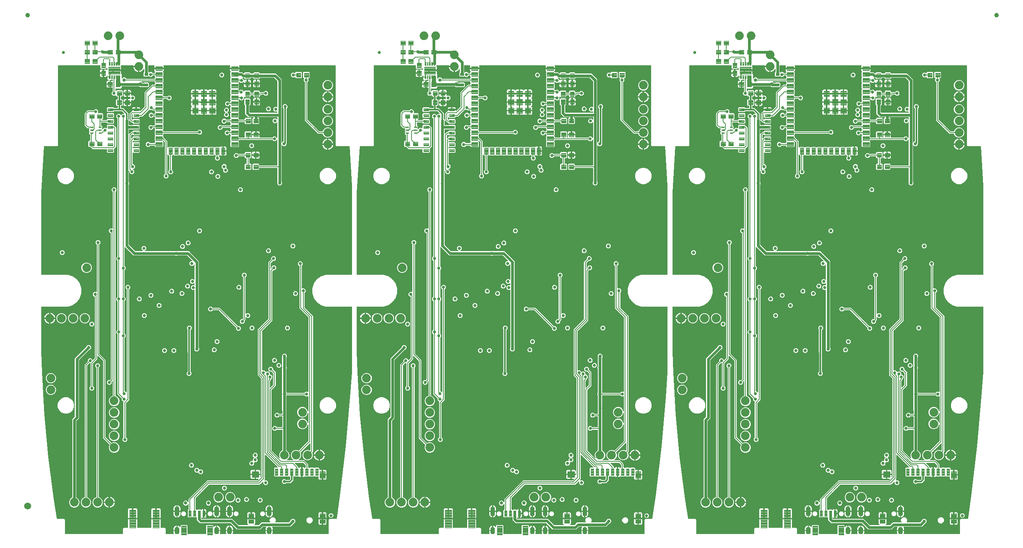
<source format=gbl>
G04 EAGLE Gerber RS-274X export*
G75*
%MOMM*%
%FSLAX34Y34*%
%LPD*%
%INBottom Copper*%
%IPPOS*%
%AMOC8*
5,1,8,0,0,1.08239X$1,22.5*%
G01*
%ADD10C,0.096000*%
%ADD11C,0.102000*%
%ADD12C,0.635000*%
%ADD13C,0.755600*%
%ADD14C,0.105000*%
%ADD15C,0.100000*%
%ADD16C,1.879600*%
%ADD17C,0.100800*%
%ADD18C,0.101500*%
%ADD19C,0.099000*%
%ADD20C,0.106400*%
%ADD21C,0.098000*%
%ADD22C,1.000000*%
%ADD23C,1.500000*%
%ADD24C,0.558800*%
%ADD25C,0.660400*%
%ADD26C,0.304800*%
%ADD27C,0.177800*%
%ADD28C,0.736600*%
%ADD29C,0.705600*%

G36*
X500216Y2540D02*
X500216Y2540D01*
X500222Y2545D01*
X500227Y2542D01*
X501284Y2912D01*
X501288Y2919D01*
X501294Y2917D01*
X502242Y3512D01*
X502245Y3520D01*
X502250Y3519D01*
X503042Y4311D01*
X503043Y4319D01*
X503049Y4320D01*
X503645Y5268D01*
X503644Y5276D01*
X503649Y5278D01*
X504019Y6334D01*
X504018Y6339D01*
X504020Y6341D01*
X504018Y6343D01*
X504022Y6345D01*
X504147Y7458D01*
X504145Y7461D01*
X504147Y7463D01*
X504147Y9464D01*
X506689Y9464D01*
X506689Y6716D01*
X506397Y5249D01*
X505814Y3841D01*
X505803Y3796D01*
X505784Y3754D01*
X505775Y3677D01*
X505757Y3601D01*
X505762Y3555D01*
X505757Y3510D01*
X505773Y3433D01*
X505780Y3356D01*
X505799Y3314D01*
X505809Y3269D01*
X505849Y3203D01*
X505880Y3131D01*
X505912Y3098D01*
X505935Y3058D01*
X505994Y3008D01*
X506047Y2950D01*
X506087Y2928D01*
X506122Y2898D01*
X506194Y2869D01*
X506262Y2832D01*
X506308Y2824D01*
X506350Y2806D01*
X506486Y2791D01*
X506504Y2788D01*
X506509Y2789D01*
X506517Y2788D01*
X628062Y2788D01*
X628082Y2791D01*
X628101Y2789D01*
X628203Y2811D01*
X628305Y2828D01*
X628322Y2837D01*
X628342Y2841D01*
X628431Y2894D01*
X628522Y2943D01*
X628536Y2957D01*
X628553Y2967D01*
X628620Y3046D01*
X628692Y3121D01*
X628700Y3139D01*
X628713Y3154D01*
X628752Y3251D01*
X628795Y3344D01*
X628797Y3364D01*
X628805Y3382D01*
X628823Y3549D01*
X628823Y33901D01*
X630460Y35538D01*
X645530Y35538D01*
X645619Y35552D01*
X645708Y35559D01*
X645739Y35572D01*
X645773Y35578D01*
X645852Y35620D01*
X645935Y35654D01*
X645960Y35677D01*
X645990Y35693D01*
X646052Y35758D01*
X646119Y35817D01*
X646136Y35846D01*
X646160Y35871D01*
X646197Y35952D01*
X646242Y36030D01*
X646253Y36072D01*
X646263Y36094D01*
X646267Y36126D01*
X646284Y36192D01*
X653417Y86580D01*
X653417Y86587D01*
X653419Y86597D01*
X666139Y193745D01*
X666138Y193754D01*
X666141Y193767D01*
X675644Y301248D01*
X675643Y301255D01*
X675645Y301265D01*
X679182Y355008D01*
X679180Y355027D01*
X679183Y355058D01*
X679183Y497437D01*
X679180Y497457D01*
X679182Y497477D01*
X679160Y497578D01*
X679144Y497680D01*
X679134Y497698D01*
X679130Y497717D01*
X679077Y497806D01*
X679028Y497897D01*
X679014Y497911D01*
X679004Y497928D01*
X678925Y497995D01*
X678850Y498067D01*
X678832Y498075D01*
X678817Y498088D01*
X678721Y498127D01*
X678627Y498170D01*
X678607Y498173D01*
X678589Y498180D01*
X678422Y498198D01*
X621897Y498198D01*
X611489Y501580D01*
X602637Y508012D01*
X596205Y516865D01*
X592823Y527272D01*
X592823Y538215D01*
X596205Y548622D01*
X602637Y557474D01*
X611489Y563906D01*
X621897Y567288D01*
X678422Y567288D01*
X678442Y567291D01*
X678461Y567289D01*
X678563Y567311D01*
X678665Y567328D01*
X678682Y567337D01*
X678702Y567341D01*
X678791Y567394D01*
X678882Y567443D01*
X678896Y567457D01*
X678913Y567467D01*
X678980Y567546D01*
X679052Y567621D01*
X679060Y567639D01*
X679073Y567654D01*
X679112Y567751D01*
X679155Y567844D01*
X679157Y567864D01*
X679165Y567882D01*
X679183Y568049D01*
X679183Y761242D01*
X679181Y761258D01*
X679182Y761285D01*
X674299Y846731D01*
X674273Y846849D01*
X674247Y846967D01*
X674246Y846969D01*
X674246Y846971D01*
X674184Y847072D01*
X674121Y847178D01*
X674120Y847179D01*
X674119Y847181D01*
X674027Y847259D01*
X673934Y847338D01*
X673932Y847339D01*
X673931Y847340D01*
X673821Y847384D01*
X673706Y847430D01*
X673704Y847430D01*
X673702Y847431D01*
X673695Y847431D01*
X673539Y847448D01*
X645260Y847448D01*
X643623Y849086D01*
X643623Y1022743D01*
X643620Y1022763D01*
X643622Y1022783D01*
X643600Y1022884D01*
X643584Y1022986D01*
X643574Y1023004D01*
X643570Y1023023D01*
X643517Y1023112D01*
X643468Y1023203D01*
X643454Y1023217D01*
X643444Y1023234D01*
X643365Y1023301D01*
X643290Y1023373D01*
X643272Y1023381D01*
X643257Y1023394D01*
X643161Y1023433D01*
X643067Y1023476D01*
X643047Y1023479D01*
X643029Y1023486D01*
X642862Y1023504D01*
X434409Y1023504D01*
X434315Y1023489D01*
X434220Y1023481D01*
X434194Y1023469D01*
X434166Y1023465D01*
X434082Y1023420D01*
X433994Y1023382D01*
X433974Y1023363D01*
X433949Y1023350D01*
X433883Y1023280D01*
X433812Y1023216D01*
X433799Y1023192D01*
X433779Y1023171D01*
X433739Y1023085D01*
X433693Y1023002D01*
X433688Y1022974D01*
X433676Y1022948D01*
X433665Y1022853D01*
X433648Y1022760D01*
X433652Y1022732D01*
X433649Y1022704D01*
X433669Y1022611D01*
X433682Y1022516D01*
X433696Y1022484D01*
X433701Y1022463D01*
X433718Y1022435D01*
X433750Y1022363D01*
X433832Y1022220D01*
X434039Y1021448D01*
X434039Y1018566D01*
X424760Y1018566D01*
X424740Y1018563D01*
X424721Y1018565D01*
X424619Y1018543D01*
X424517Y1018527D01*
X424500Y1018517D01*
X424480Y1018513D01*
X424391Y1018460D01*
X424300Y1018412D01*
X424286Y1018397D01*
X424269Y1018387D01*
X424202Y1018308D01*
X424131Y1018233D01*
X424122Y1018215D01*
X424109Y1018200D01*
X424070Y1018104D01*
X424027Y1018010D01*
X424025Y1017990D01*
X424017Y1017972D01*
X423999Y1017805D01*
X423999Y1016281D01*
X424002Y1016262D01*
X424000Y1016242D01*
X424022Y1016141D01*
X424039Y1016038D01*
X424048Y1016021D01*
X424052Y1016001D01*
X424105Y1015912D01*
X424154Y1015821D01*
X424168Y1015807D01*
X424178Y1015790D01*
X424257Y1015723D01*
X424332Y1015652D01*
X424350Y1015643D01*
X424365Y1015630D01*
X424461Y1015592D01*
X424555Y1015548D01*
X424575Y1015546D01*
X424593Y1015538D01*
X424760Y1015520D01*
X434039Y1015520D01*
X434039Y1012639D01*
X433832Y1011866D01*
X433432Y1011174D01*
X432951Y1010693D01*
X432939Y1010676D01*
X432923Y1010664D01*
X432867Y1010577D01*
X432807Y1010493D01*
X432801Y1010474D01*
X432790Y1010457D01*
X432765Y1010357D01*
X432735Y1010258D01*
X432735Y1010238D01*
X432730Y1010219D01*
X432738Y1010116D01*
X432741Y1010012D01*
X432748Y1009993D01*
X432750Y1009973D01*
X432790Y1009878D01*
X432826Y1009781D01*
X432838Y1009765D01*
X432846Y1009747D01*
X432951Y1009616D01*
X433428Y1009139D01*
X433502Y1009086D01*
X433571Y1009026D01*
X433601Y1009014D01*
X433628Y1008995D01*
X433715Y1008969D01*
X433799Y1008934D01*
X433840Y1008930D01*
X433863Y1008923D01*
X433895Y1008924D01*
X433966Y1008916D01*
X440982Y1008916D01*
X443540Y1006358D01*
X443598Y1006316D01*
X443650Y1006267D01*
X443697Y1006245D01*
X443739Y1006215D01*
X443808Y1006194D01*
X443873Y1006163D01*
X443925Y1006158D01*
X443975Y1006142D01*
X444046Y1006144D01*
X444117Y1006136D01*
X444168Y1006147D01*
X444220Y1006149D01*
X444288Y1006173D01*
X444358Y1006189D01*
X444403Y1006215D01*
X444451Y1006233D01*
X444507Y1006278D01*
X444569Y1006315D01*
X444603Y1006354D01*
X444643Y1006387D01*
X444682Y1006447D01*
X444729Y1006502D01*
X444748Y1006550D01*
X444776Y1006594D01*
X444794Y1006663D01*
X444821Y1006730D01*
X444829Y1006801D01*
X444837Y1006832D01*
X444835Y1006856D01*
X444839Y1006897D01*
X444839Y1007187D01*
X446174Y1008522D01*
X457062Y1008522D01*
X458397Y1007187D01*
X458397Y1006577D01*
X458400Y1006557D01*
X458398Y1006538D01*
X458420Y1006436D01*
X458436Y1006334D01*
X458446Y1006317D01*
X458450Y1006297D01*
X458503Y1006208D01*
X458552Y1006117D01*
X458566Y1006103D01*
X458576Y1006086D01*
X458655Y1006019D01*
X458730Y1005948D01*
X458748Y1005939D01*
X458763Y1005926D01*
X458859Y1005888D01*
X458953Y1005844D01*
X458973Y1005842D01*
X458991Y1005834D01*
X459158Y1005816D01*
X464078Y1005816D01*
X464098Y1005819D01*
X464117Y1005817D01*
X464219Y1005839D01*
X464321Y1005856D01*
X464338Y1005865D01*
X464358Y1005869D01*
X464447Y1005922D01*
X464538Y1005971D01*
X464552Y1005985D01*
X464569Y1005995D01*
X464636Y1006074D01*
X464708Y1006149D01*
X464716Y1006167D01*
X464729Y1006182D01*
X464768Y1006279D01*
X464811Y1006372D01*
X464813Y1006392D01*
X464821Y1006410D01*
X464839Y1006577D01*
X464839Y1007187D01*
X466174Y1008522D01*
X477062Y1008522D01*
X478397Y1007187D01*
X478397Y1006577D01*
X478400Y1006557D01*
X478398Y1006538D01*
X478420Y1006436D01*
X478436Y1006334D01*
X478446Y1006317D01*
X478450Y1006297D01*
X478503Y1006208D01*
X478552Y1006117D01*
X478566Y1006103D01*
X478576Y1006086D01*
X478655Y1006019D01*
X478730Y1005948D01*
X478748Y1005939D01*
X478763Y1005926D01*
X478859Y1005888D01*
X478953Y1005844D01*
X478973Y1005842D01*
X478991Y1005834D01*
X479158Y1005816D01*
X513612Y1005816D01*
X526141Y993287D01*
X526141Y856289D01*
X526152Y856218D01*
X526154Y856147D01*
X526172Y856098D01*
X526180Y856046D01*
X526214Y855983D01*
X526239Y855916D01*
X526271Y855875D01*
X526296Y855829D01*
X526348Y855779D01*
X526392Y855723D01*
X526436Y855695D01*
X526474Y855659D01*
X526539Y855629D01*
X526599Y855590D01*
X526650Y855578D01*
X526697Y855556D01*
X526768Y855548D01*
X526838Y855530D01*
X526890Y855534D01*
X526941Y855529D01*
X527012Y855544D01*
X527083Y855550D01*
X527131Y855570D01*
X527182Y855581D01*
X527243Y855618D01*
X527309Y855646D01*
X527365Y855691D01*
X527393Y855707D01*
X527408Y855725D01*
X527440Y855751D01*
X529513Y857824D01*
X529554Y857824D01*
X529574Y857827D01*
X529593Y857825D01*
X529695Y857847D01*
X529797Y857864D01*
X529814Y857873D01*
X529834Y857877D01*
X529923Y857930D01*
X530014Y857979D01*
X530028Y857993D01*
X530045Y858003D01*
X530112Y858082D01*
X530184Y858157D01*
X530192Y858175D01*
X530205Y858190D01*
X530244Y858287D01*
X530287Y858380D01*
X530289Y858400D01*
X530297Y858418D01*
X530315Y858585D01*
X530315Y929714D01*
X530301Y929804D01*
X530293Y929895D01*
X530281Y929925D01*
X530276Y929957D01*
X530233Y930038D01*
X530197Y930122D01*
X530171Y930154D01*
X530160Y930174D01*
X530137Y930197D01*
X530092Y930253D01*
X528537Y931808D01*
X528537Y936017D01*
X531513Y938993D01*
X535723Y938993D01*
X538699Y936017D01*
X538699Y931808D01*
X537144Y930253D01*
X537091Y930179D01*
X537031Y930109D01*
X537019Y930079D01*
X537000Y930053D01*
X536973Y929966D01*
X536939Y929881D01*
X536935Y929840D01*
X536928Y929818D01*
X536929Y929786D01*
X536921Y929714D01*
X536921Y853375D01*
X536869Y853302D01*
X536809Y853233D01*
X536797Y853203D01*
X536778Y853176D01*
X536751Y853089D01*
X536717Y853005D01*
X536713Y852964D01*
X536706Y852941D01*
X536707Y852909D01*
X536699Y852838D01*
X536699Y850639D01*
X533723Y847662D01*
X529513Y847662D01*
X527440Y849736D01*
X527382Y849778D01*
X527330Y849827D01*
X527283Y849849D01*
X527241Y849879D01*
X527172Y849900D01*
X527107Y849931D01*
X527055Y849936D01*
X527005Y849952D01*
X526934Y849950D01*
X526863Y849958D01*
X526812Y849947D01*
X526760Y849945D01*
X526692Y849921D01*
X526622Y849905D01*
X526577Y849879D01*
X526529Y849861D01*
X526473Y849816D01*
X526411Y849779D01*
X526377Y849740D01*
X526337Y849707D01*
X526298Y849647D01*
X526251Y849592D01*
X526232Y849544D01*
X526204Y849500D01*
X526186Y849431D01*
X526159Y849364D01*
X526151Y849293D01*
X526143Y849262D01*
X526145Y849238D01*
X526141Y849197D01*
X526141Y771011D01*
X526155Y770921D01*
X526163Y770830D01*
X526175Y770800D01*
X526180Y770768D01*
X526223Y770688D01*
X526259Y770604D01*
X526285Y770571D01*
X526296Y770551D01*
X526319Y770529D01*
X526364Y770473D01*
X527039Y769798D01*
X527039Y765589D01*
X524063Y762612D01*
X519853Y762612D01*
X516877Y765589D01*
X516877Y769827D01*
X516885Y769836D01*
X516897Y769866D01*
X516916Y769892D01*
X516943Y769979D01*
X516977Y770064D01*
X516981Y770105D01*
X516988Y770127D01*
X516987Y770160D01*
X516995Y770231D01*
X516995Y799414D01*
X516992Y799434D01*
X516994Y799454D01*
X516972Y799555D01*
X516956Y799657D01*
X516946Y799675D01*
X516942Y799694D01*
X516889Y799783D01*
X516840Y799874D01*
X516826Y799888D01*
X516816Y799905D01*
X516737Y799972D01*
X516662Y800044D01*
X516644Y800052D01*
X516629Y800065D01*
X516533Y800104D01*
X516439Y800147D01*
X516419Y800150D01*
X516401Y800157D01*
X516234Y800175D01*
X478058Y800175D01*
X478038Y800172D01*
X478019Y800174D01*
X477917Y800152D01*
X477815Y800136D01*
X477798Y800126D01*
X477778Y800122D01*
X477689Y800069D01*
X477598Y800021D01*
X477584Y800006D01*
X477567Y799996D01*
X477500Y799917D01*
X477428Y799842D01*
X477420Y799824D01*
X477407Y799809D01*
X477368Y799713D01*
X477325Y799619D01*
X477323Y799599D01*
X477315Y799581D01*
X477297Y799414D01*
X477297Y797399D01*
X475962Y796064D01*
X464074Y796064D01*
X462739Y797399D01*
X462739Y808287D01*
X464074Y809622D01*
X475962Y809622D01*
X477297Y808287D01*
X477297Y806272D01*
X477300Y806252D01*
X477298Y806233D01*
X477320Y806131D01*
X477336Y806029D01*
X477346Y806012D01*
X477350Y805992D01*
X477403Y805903D01*
X477452Y805812D01*
X477466Y805798D01*
X477476Y805781D01*
X477555Y805714D01*
X477630Y805643D01*
X477648Y805634D01*
X477663Y805621D01*
X477759Y805583D01*
X477853Y805539D01*
X477873Y805537D01*
X477891Y805529D01*
X478058Y805511D01*
X516234Y805511D01*
X516254Y805514D01*
X516273Y805512D01*
X516375Y805534D01*
X516477Y805551D01*
X516494Y805560D01*
X516514Y805564D01*
X516603Y805617D01*
X516694Y805666D01*
X516708Y805680D01*
X516725Y805690D01*
X516792Y805769D01*
X516864Y805844D01*
X516872Y805862D01*
X516885Y805877D01*
X516924Y805974D01*
X516967Y806067D01*
X516969Y806087D01*
X516977Y806105D01*
X516995Y806272D01*
X516995Y861097D01*
X516984Y861168D01*
X516982Y861240D01*
X516964Y861289D01*
X516956Y861340D01*
X516922Y861404D01*
X516897Y861471D01*
X516865Y861512D01*
X516840Y861558D01*
X516788Y861607D01*
X516744Y861663D01*
X516700Y861691D01*
X516662Y861727D01*
X516597Y861757D01*
X516537Y861796D01*
X516486Y861809D01*
X516439Y861831D01*
X516368Y861838D01*
X516298Y861856D01*
X516246Y861852D01*
X516195Y861858D01*
X516124Y861842D01*
X516053Y861837D01*
X516005Y861816D01*
X515954Y861805D01*
X515893Y861769D01*
X515827Y861741D01*
X515771Y861696D01*
X515743Y861679D01*
X515728Y861661D01*
X515696Y861636D01*
X512723Y858662D01*
X508513Y858662D01*
X506323Y860852D01*
X506250Y860906D01*
X506180Y860965D01*
X506150Y860977D01*
X506124Y860996D01*
X506037Y861023D01*
X505952Y861057D01*
X505911Y861062D01*
X505889Y861068D01*
X505856Y861068D01*
X505785Y861075D01*
X434038Y861075D01*
X434018Y861072D01*
X433999Y861074D01*
X433897Y861052D01*
X433795Y861036D01*
X433778Y861026D01*
X433758Y861022D01*
X433669Y860969D01*
X433578Y860921D01*
X433564Y860906D01*
X433547Y860896D01*
X433480Y860817D01*
X433408Y860742D01*
X433400Y860724D01*
X433387Y860709D01*
X433348Y860613D01*
X433305Y860519D01*
X433303Y860499D01*
X433295Y860481D01*
X433277Y860314D01*
X433277Y859696D01*
X432412Y858831D01*
X432400Y858815D01*
X432385Y858803D01*
X432329Y858716D01*
X432268Y858632D01*
X432262Y858613D01*
X432252Y858596D01*
X432226Y858495D01*
X432196Y858397D01*
X432196Y858377D01*
X432192Y858357D01*
X432200Y858254D01*
X432202Y858151D01*
X432209Y858132D01*
X432211Y858112D01*
X432251Y858017D01*
X432287Y857920D01*
X432299Y857904D01*
X432307Y857886D01*
X432412Y857755D01*
X433277Y856890D01*
X433277Y846996D01*
X431945Y845664D01*
X416051Y845664D01*
X414719Y846996D01*
X414719Y856890D01*
X415584Y857755D01*
X415596Y857771D01*
X415611Y857784D01*
X415667Y857871D01*
X415728Y857955D01*
X415734Y857974D01*
X415744Y857990D01*
X415770Y858091D01*
X415800Y858190D01*
X415800Y858210D01*
X415804Y858229D01*
X415796Y858332D01*
X415794Y858436D01*
X415787Y858454D01*
X415785Y858474D01*
X415745Y858569D01*
X415709Y858667D01*
X415697Y858682D01*
X415689Y858701D01*
X415584Y858831D01*
X414719Y859696D01*
X414719Y869590D01*
X415584Y870455D01*
X415596Y870471D01*
X415611Y870484D01*
X415667Y870571D01*
X415728Y870655D01*
X415734Y870674D01*
X415744Y870690D01*
X415770Y870791D01*
X415800Y870890D01*
X415800Y870910D01*
X415804Y870929D01*
X415796Y871032D01*
X415794Y871136D01*
X415787Y871154D01*
X415785Y871174D01*
X415745Y871269D01*
X415709Y871367D01*
X415697Y871382D01*
X415689Y871401D01*
X415584Y871531D01*
X414719Y872396D01*
X414719Y873914D01*
X414716Y873934D01*
X414718Y873954D01*
X414696Y874055D01*
X414680Y874157D01*
X414670Y874175D01*
X414666Y874194D01*
X414613Y874283D01*
X414564Y874374D01*
X414550Y874388D01*
X414540Y874405D01*
X414461Y874472D01*
X414386Y874544D01*
X414368Y874552D01*
X414353Y874565D01*
X414257Y874604D01*
X414163Y874647D01*
X414143Y874650D01*
X414125Y874657D01*
X413958Y874675D01*
X413458Y874675D01*
X413368Y874661D01*
X413277Y874654D01*
X413247Y874641D01*
X413215Y874636D01*
X413134Y874593D01*
X413051Y874557D01*
X413018Y874532D01*
X412998Y874521D01*
X412976Y874497D01*
X412920Y874452D01*
X409890Y871422D01*
X405680Y871422D01*
X402704Y874399D01*
X402704Y878608D01*
X405680Y881584D01*
X409890Y881584D01*
X411240Y880234D01*
X411313Y880181D01*
X411383Y880121D01*
X411413Y880109D01*
X411439Y880090D01*
X411526Y880064D01*
X411611Y880029D01*
X411652Y880025D01*
X411674Y880018D01*
X411707Y880019D01*
X411778Y880011D01*
X413958Y880011D01*
X413978Y880014D01*
X413997Y880012D01*
X414099Y880034D01*
X414201Y880051D01*
X414218Y880060D01*
X414238Y880064D01*
X414327Y880117D01*
X414418Y880166D01*
X414432Y880180D01*
X414449Y880190D01*
X414516Y880269D01*
X414588Y880344D01*
X414596Y880362D01*
X414609Y880377D01*
X414648Y880474D01*
X414691Y880567D01*
X414693Y880587D01*
X414701Y880605D01*
X414719Y880772D01*
X414719Y882290D01*
X415584Y883155D01*
X415596Y883171D01*
X415611Y883184D01*
X415667Y883271D01*
X415728Y883355D01*
X415734Y883374D01*
X415744Y883390D01*
X415770Y883491D01*
X415800Y883590D01*
X415800Y883610D01*
X415804Y883629D01*
X415796Y883732D01*
X415794Y883836D01*
X415787Y883854D01*
X415785Y883874D01*
X415745Y883969D01*
X415709Y884067D01*
X415697Y884082D01*
X415689Y884101D01*
X415584Y884231D01*
X414719Y885096D01*
X414719Y886614D01*
X414717Y886628D01*
X414718Y886639D01*
X414717Y886644D01*
X414718Y886654D01*
X414696Y886755D01*
X414680Y886857D01*
X414670Y886875D01*
X414666Y886894D01*
X414613Y886983D01*
X414564Y887074D01*
X414550Y887088D01*
X414540Y887105D01*
X414461Y887172D01*
X414386Y887244D01*
X414368Y887252D01*
X414353Y887265D01*
X414257Y887304D01*
X414163Y887347D01*
X414143Y887350D01*
X414125Y887357D01*
X413958Y887375D01*
X398133Y887375D01*
X398113Y887372D01*
X398094Y887374D01*
X397992Y887352D01*
X397890Y887336D01*
X397873Y887326D01*
X397853Y887322D01*
X397764Y887269D01*
X397673Y887221D01*
X397659Y887206D01*
X397642Y887196D01*
X397575Y887117D01*
X397503Y887042D01*
X397495Y887024D01*
X397482Y887009D01*
X397443Y886913D01*
X397400Y886819D01*
X397398Y886799D01*
X397390Y886781D01*
X397375Y886642D01*
X394396Y883662D01*
X390186Y883662D01*
X387210Y886639D01*
X387210Y890848D01*
X390186Y893824D01*
X394396Y893824D01*
X395286Y892934D01*
X395359Y892881D01*
X395429Y892821D01*
X395459Y892809D01*
X395485Y892790D01*
X395572Y892764D01*
X395657Y892729D01*
X395698Y892725D01*
X395720Y892718D01*
X395753Y892719D01*
X395824Y892711D01*
X413958Y892711D01*
X413978Y892714D01*
X413997Y892712D01*
X414099Y892734D01*
X414201Y892751D01*
X414218Y892760D01*
X414238Y892764D01*
X414327Y892817D01*
X414418Y892866D01*
X414432Y892880D01*
X414449Y892890D01*
X414516Y892969D01*
X414588Y893044D01*
X414596Y893062D01*
X414609Y893077D01*
X414648Y893174D01*
X414691Y893267D01*
X414693Y893287D01*
X414701Y893305D01*
X414719Y893472D01*
X414719Y894990D01*
X415584Y895855D01*
X415596Y895871D01*
X415611Y895884D01*
X415667Y895971D01*
X415728Y896055D01*
X415734Y896074D01*
X415744Y896090D01*
X415770Y896191D01*
X415800Y896290D01*
X415800Y896310D01*
X415804Y896329D01*
X415796Y896432D01*
X415794Y896536D01*
X415787Y896554D01*
X415785Y896574D01*
X415745Y896669D01*
X415709Y896767D01*
X415697Y896782D01*
X415689Y896801D01*
X415584Y896931D01*
X414719Y897796D01*
X414719Y899314D01*
X414716Y899334D01*
X414718Y899354D01*
X414696Y899455D01*
X414680Y899557D01*
X414670Y899575D01*
X414666Y899594D01*
X414613Y899683D01*
X414564Y899774D01*
X414550Y899788D01*
X414540Y899805D01*
X414461Y899872D01*
X414386Y899944D01*
X414368Y899952D01*
X414353Y899965D01*
X414257Y900004D01*
X414163Y900047D01*
X414143Y900050D01*
X414125Y900057D01*
X413958Y900075D01*
X406571Y900075D01*
X406481Y900061D01*
X406390Y900054D01*
X406360Y900041D01*
X406328Y900036D01*
X406247Y899993D01*
X406164Y899957D01*
X406131Y899932D01*
X406111Y899921D01*
X406089Y899897D01*
X406033Y899852D01*
X403413Y897232D01*
X399203Y897232D01*
X396227Y900209D01*
X396227Y904418D01*
X399203Y907394D01*
X403413Y907394D01*
X405173Y905634D01*
X405246Y905581D01*
X405316Y905521D01*
X405346Y905509D01*
X405372Y905490D01*
X405459Y905464D01*
X405544Y905429D01*
X405585Y905425D01*
X405607Y905418D01*
X405640Y905419D01*
X405711Y905411D01*
X413958Y905411D01*
X413978Y905414D01*
X413997Y905412D01*
X414099Y905434D01*
X414201Y905451D01*
X414218Y905460D01*
X414238Y905464D01*
X414327Y905517D01*
X414418Y905566D01*
X414432Y905580D01*
X414449Y905590D01*
X414516Y905669D01*
X414588Y905744D01*
X414596Y905762D01*
X414609Y905777D01*
X414648Y905874D01*
X414691Y905967D01*
X414693Y905987D01*
X414701Y906005D01*
X414719Y906172D01*
X414719Y907690D01*
X415584Y908555D01*
X415596Y908571D01*
X415611Y908584D01*
X415667Y908671D01*
X415728Y908755D01*
X415734Y908774D01*
X415744Y908790D01*
X415770Y908891D01*
X415800Y908990D01*
X415800Y909010D01*
X415804Y909029D01*
X415796Y909132D01*
X415794Y909236D01*
X415787Y909254D01*
X415785Y909274D01*
X415745Y909369D01*
X415709Y909467D01*
X415697Y909482D01*
X415689Y909501D01*
X415584Y909631D01*
X414719Y910496D01*
X414719Y920390D01*
X415584Y921255D01*
X415596Y921271D01*
X415611Y921284D01*
X415667Y921371D01*
X415728Y921455D01*
X415734Y921474D01*
X415744Y921490D01*
X415770Y921591D01*
X415800Y921690D01*
X415800Y921710D01*
X415804Y921729D01*
X415796Y921832D01*
X415794Y921936D01*
X415787Y921954D01*
X415785Y921974D01*
X415745Y922069D01*
X415709Y922167D01*
X415697Y922182D01*
X415689Y922201D01*
X415584Y922331D01*
X414719Y923196D01*
X414719Y933090D01*
X415584Y933955D01*
X415596Y933971D01*
X415611Y933984D01*
X415667Y934071D01*
X415728Y934155D01*
X415734Y934174D01*
X415744Y934190D01*
X415770Y934291D01*
X415800Y934390D01*
X415800Y934410D01*
X415804Y934429D01*
X415796Y934532D01*
X415794Y934636D01*
X415787Y934654D01*
X415785Y934674D01*
X415745Y934769D01*
X415709Y934867D01*
X415697Y934882D01*
X415689Y934901D01*
X415584Y935031D01*
X414719Y935896D01*
X414719Y937414D01*
X414716Y937434D01*
X414718Y937454D01*
X414696Y937555D01*
X414680Y937657D01*
X414670Y937675D01*
X414666Y937694D01*
X414613Y937783D01*
X414564Y937874D01*
X414550Y937888D01*
X414540Y937905D01*
X414461Y937972D01*
X414386Y938044D01*
X414368Y938052D01*
X414353Y938065D01*
X414257Y938104D01*
X414163Y938147D01*
X414143Y938150D01*
X414125Y938157D01*
X413958Y938175D01*
X413851Y938175D01*
X413761Y938161D01*
X413670Y938154D01*
X413640Y938141D01*
X413608Y938136D01*
X413527Y938093D01*
X413444Y938057D01*
X413411Y938032D01*
X413391Y938021D01*
X413369Y937997D01*
X413313Y937952D01*
X410283Y934922D01*
X406073Y934922D01*
X403097Y937899D01*
X403097Y942108D01*
X406073Y945084D01*
X410283Y945084D01*
X411633Y943734D01*
X411706Y943681D01*
X411776Y943621D01*
X411806Y943609D01*
X411832Y943590D01*
X411919Y943564D01*
X412004Y943529D01*
X412045Y943525D01*
X412067Y943518D01*
X412100Y943519D01*
X412171Y943511D01*
X413958Y943511D01*
X413978Y943514D01*
X413997Y943512D01*
X414099Y943534D01*
X414201Y943551D01*
X414218Y943560D01*
X414238Y943564D01*
X414327Y943617D01*
X414418Y943666D01*
X414432Y943680D01*
X414449Y943690D01*
X414516Y943769D01*
X414588Y943844D01*
X414596Y943862D01*
X414609Y943877D01*
X414648Y943974D01*
X414691Y944067D01*
X414693Y944087D01*
X414701Y944105D01*
X414719Y944272D01*
X414719Y945790D01*
X415584Y946655D01*
X415596Y946671D01*
X415611Y946684D01*
X415667Y946771D01*
X415728Y946855D01*
X415734Y946874D01*
X415744Y946890D01*
X415770Y946991D01*
X415800Y947090D01*
X415800Y947110D01*
X415804Y947129D01*
X415796Y947232D01*
X415794Y947336D01*
X415787Y947354D01*
X415785Y947374D01*
X415745Y947469D01*
X415709Y947567D01*
X415697Y947582D01*
X415689Y947601D01*
X415584Y947731D01*
X414719Y948596D01*
X414719Y958490D01*
X415584Y959355D01*
X415596Y959371D01*
X415611Y959384D01*
X415667Y959471D01*
X415728Y959555D01*
X415734Y959574D01*
X415744Y959590D01*
X415770Y959691D01*
X415800Y959790D01*
X415800Y959810D01*
X415804Y959829D01*
X415796Y959932D01*
X415794Y960036D01*
X415787Y960054D01*
X415785Y960074D01*
X415745Y960169D01*
X415709Y960267D01*
X415697Y960282D01*
X415689Y960301D01*
X415584Y960431D01*
X414719Y961296D01*
X414719Y971190D01*
X415584Y972055D01*
X415596Y972071D01*
X415611Y972084D01*
X415667Y972171D01*
X415728Y972255D01*
X415734Y972274D01*
X415744Y972290D01*
X415770Y972391D01*
X415800Y972490D01*
X415800Y972510D01*
X415804Y972529D01*
X415796Y972632D01*
X415794Y972736D01*
X415787Y972754D01*
X415785Y972774D01*
X415745Y972869D01*
X415709Y972967D01*
X415697Y972982D01*
X415689Y973001D01*
X415601Y973111D01*
X415600Y973111D01*
X415600Y973112D01*
X415584Y973131D01*
X414719Y973996D01*
X414719Y983890D01*
X415584Y984755D01*
X415596Y984771D01*
X415611Y984784D01*
X415667Y984871D01*
X415728Y984955D01*
X415734Y984974D01*
X415744Y984990D01*
X415770Y985091D01*
X415800Y985190D01*
X415800Y985210D01*
X415804Y985229D01*
X415796Y985332D01*
X415794Y985436D01*
X415787Y985454D01*
X415785Y985474D01*
X415745Y985569D01*
X415709Y985667D01*
X415697Y985682D01*
X415689Y985701D01*
X415584Y985831D01*
X414719Y986696D01*
X414719Y996590D01*
X415584Y997455D01*
X415596Y997471D01*
X415611Y997484D01*
X415667Y997571D01*
X415728Y997655D01*
X415734Y997674D01*
X415744Y997690D01*
X415770Y997791D01*
X415800Y997890D01*
X415800Y997910D01*
X415804Y997929D01*
X415796Y998032D01*
X415794Y998136D01*
X415787Y998154D01*
X415785Y998174D01*
X415745Y998269D01*
X415709Y998367D01*
X415697Y998382D01*
X415689Y998401D01*
X415584Y998531D01*
X414719Y999396D01*
X414719Y1009290D01*
X415045Y1009616D01*
X415057Y1009632D01*
X415073Y1009645D01*
X415128Y1009732D01*
X415189Y1009816D01*
X415195Y1009835D01*
X415206Y1009852D01*
X415231Y1009952D01*
X415261Y1010051D01*
X415261Y1010071D01*
X415266Y1010090D01*
X415258Y1010193D01*
X415255Y1010297D01*
X415248Y1010316D01*
X415246Y1010335D01*
X415206Y1010431D01*
X415170Y1010528D01*
X415158Y1010543D01*
X415150Y1010562D01*
X415045Y1010693D01*
X414564Y1011174D01*
X414164Y1011866D01*
X413957Y1012639D01*
X413957Y1015520D01*
X423236Y1015520D01*
X423256Y1015523D01*
X423275Y1015521D01*
X423377Y1015543D01*
X423479Y1015560D01*
X423496Y1015569D01*
X423516Y1015573D01*
X423605Y1015626D01*
X423696Y1015675D01*
X423710Y1015689D01*
X423727Y1015699D01*
X423794Y1015778D01*
X423865Y1015853D01*
X423874Y1015871D01*
X423887Y1015886D01*
X423925Y1015982D01*
X423969Y1016076D01*
X423971Y1016096D01*
X423979Y1016115D01*
X423997Y1016281D01*
X423997Y1017805D01*
X423994Y1017825D01*
X423996Y1017845D01*
X423974Y1017946D01*
X423957Y1018048D01*
X423948Y1018065D01*
X423944Y1018085D01*
X423891Y1018174D01*
X423842Y1018265D01*
X423828Y1018279D01*
X423818Y1018296D01*
X423739Y1018363D01*
X423664Y1018435D01*
X423646Y1018443D01*
X423631Y1018456D01*
X423535Y1018495D01*
X423441Y1018538D01*
X423421Y1018540D01*
X423403Y1018548D01*
X423236Y1018566D01*
X413957Y1018566D01*
X413957Y1021448D01*
X414164Y1022220D01*
X414246Y1022363D01*
X414280Y1022452D01*
X414320Y1022538D01*
X414323Y1022566D01*
X414333Y1022593D01*
X414337Y1022688D01*
X414347Y1022783D01*
X414341Y1022810D01*
X414343Y1022838D01*
X414315Y1022930D01*
X414295Y1023023D01*
X414281Y1023047D01*
X414273Y1023074D01*
X414218Y1023152D01*
X414169Y1023234D01*
X414148Y1023252D01*
X414131Y1023276D01*
X414055Y1023332D01*
X413982Y1023394D01*
X413956Y1023405D01*
X413933Y1023421D01*
X413843Y1023450D01*
X413754Y1023486D01*
X413719Y1023490D01*
X413699Y1023496D01*
X413666Y1023496D01*
X413587Y1023504D01*
X269649Y1023504D01*
X269555Y1023489D01*
X269460Y1023481D01*
X269434Y1023469D01*
X269406Y1023465D01*
X269322Y1023420D01*
X269234Y1023382D01*
X269214Y1023363D01*
X269189Y1023350D01*
X269123Y1023280D01*
X269052Y1023216D01*
X269039Y1023192D01*
X269019Y1023171D01*
X268979Y1023085D01*
X268933Y1023002D01*
X268928Y1022974D01*
X268916Y1022948D01*
X268905Y1022853D01*
X268888Y1022760D01*
X268892Y1022732D01*
X268889Y1022704D01*
X268909Y1022611D01*
X268922Y1022516D01*
X268936Y1022484D01*
X268941Y1022463D01*
X268958Y1022435D01*
X268990Y1022363D01*
X269072Y1022220D01*
X269279Y1021448D01*
X269279Y1018566D01*
X260000Y1018566D01*
X259980Y1018563D01*
X259961Y1018565D01*
X259859Y1018543D01*
X259757Y1018527D01*
X259740Y1018517D01*
X259720Y1018513D01*
X259631Y1018460D01*
X259540Y1018412D01*
X259526Y1018397D01*
X259509Y1018387D01*
X259442Y1018308D01*
X259371Y1018233D01*
X259362Y1018215D01*
X259349Y1018200D01*
X259310Y1018104D01*
X259267Y1018010D01*
X259265Y1017990D01*
X259257Y1017972D01*
X259239Y1017805D01*
X259239Y1016281D01*
X259242Y1016262D01*
X259240Y1016242D01*
X259262Y1016141D01*
X259279Y1016038D01*
X259288Y1016021D01*
X259292Y1016001D01*
X259345Y1015912D01*
X259394Y1015821D01*
X259408Y1015807D01*
X259418Y1015790D01*
X259497Y1015723D01*
X259572Y1015652D01*
X259590Y1015643D01*
X259605Y1015630D01*
X259701Y1015592D01*
X259795Y1015548D01*
X259815Y1015546D01*
X259833Y1015538D01*
X260000Y1015520D01*
X269279Y1015520D01*
X269279Y1012639D01*
X269072Y1011866D01*
X268672Y1011174D01*
X268191Y1010693D01*
X268179Y1010676D01*
X268163Y1010664D01*
X268108Y1010577D01*
X268047Y1010493D01*
X268041Y1010474D01*
X268030Y1010457D01*
X268005Y1010357D01*
X267975Y1010258D01*
X267975Y1010238D01*
X267970Y1010219D01*
X267978Y1010116D01*
X267981Y1010012D01*
X267988Y1009993D01*
X267990Y1009973D01*
X268030Y1009878D01*
X268066Y1009781D01*
X268078Y1009765D01*
X268086Y1009747D01*
X268191Y1009616D01*
X268517Y1009290D01*
X268517Y999396D01*
X267652Y998531D01*
X267640Y998515D01*
X267625Y998503D01*
X267569Y998416D01*
X267508Y998332D01*
X267502Y998313D01*
X267492Y998296D01*
X267466Y998195D01*
X267436Y998097D01*
X267436Y998077D01*
X267432Y998057D01*
X267440Y997954D01*
X267442Y997851D01*
X267449Y997832D01*
X267451Y997812D01*
X267491Y997717D01*
X267527Y997620D01*
X267539Y997604D01*
X267547Y997586D01*
X267652Y997455D01*
X268517Y996590D01*
X268517Y986696D01*
X267652Y985831D01*
X267640Y985815D01*
X267625Y985803D01*
X267569Y985716D01*
X267508Y985632D01*
X267502Y985613D01*
X267492Y985596D01*
X267466Y985495D01*
X267436Y985397D01*
X267436Y985377D01*
X267432Y985357D01*
X267440Y985254D01*
X267442Y985151D01*
X267449Y985132D01*
X267451Y985112D01*
X267491Y985017D01*
X267527Y984920D01*
X267539Y984904D01*
X267547Y984886D01*
X267652Y984755D01*
X268517Y983890D01*
X268517Y973996D01*
X267652Y973131D01*
X267640Y973115D01*
X267625Y973103D01*
X267594Y973055D01*
X267588Y973048D01*
X267583Y973038D01*
X267569Y973016D01*
X267508Y972932D01*
X267502Y972913D01*
X267492Y972896D01*
X267466Y972795D01*
X267436Y972697D01*
X267436Y972677D01*
X267432Y972657D01*
X267440Y972554D01*
X267442Y972451D01*
X267449Y972432D01*
X267451Y972412D01*
X267491Y972317D01*
X267527Y972220D01*
X267539Y972204D01*
X267547Y972186D01*
X267652Y972055D01*
X268517Y971190D01*
X268517Y961296D01*
X267652Y960431D01*
X267640Y960415D01*
X267625Y960403D01*
X267569Y960316D01*
X267508Y960232D01*
X267502Y960213D01*
X267492Y960196D01*
X267466Y960095D01*
X267436Y959997D01*
X267436Y959977D01*
X267432Y959957D01*
X267440Y959854D01*
X267442Y959751D01*
X267449Y959732D01*
X267451Y959712D01*
X267491Y959617D01*
X267527Y959520D01*
X267539Y959504D01*
X267547Y959486D01*
X267652Y959355D01*
X268517Y958490D01*
X268517Y956972D01*
X268520Y956952D01*
X268518Y956933D01*
X268540Y956831D01*
X268556Y956729D01*
X268566Y956712D01*
X268570Y956692D01*
X268623Y956603D01*
X268672Y956512D01*
X268686Y956498D01*
X268696Y956481D01*
X268775Y956414D01*
X268850Y956343D01*
X268868Y956334D01*
X268883Y956321D01*
X268979Y956283D01*
X269073Y956239D01*
X269093Y956237D01*
X269111Y956229D01*
X269278Y956211D01*
X277585Y956211D01*
X277675Y956226D01*
X277766Y956233D01*
X277796Y956245D01*
X277828Y956251D01*
X277909Y956293D01*
X277992Y956329D01*
X278025Y956355D01*
X278045Y956366D01*
X278067Y956389D01*
X278123Y956434D01*
X279513Y957824D01*
X283723Y957824D01*
X286699Y954848D01*
X286699Y950639D01*
X283723Y947662D01*
X279513Y947662D01*
X276523Y950652D01*
X276450Y950706D01*
X276380Y950765D01*
X276350Y950777D01*
X276324Y950796D01*
X276237Y950823D01*
X276152Y950857D01*
X276111Y950862D01*
X276089Y950868D01*
X276056Y950868D01*
X275985Y950875D01*
X269278Y950875D01*
X269258Y950872D01*
X269239Y950874D01*
X269137Y950852D01*
X269035Y950836D01*
X269018Y950826D01*
X268998Y950822D01*
X268909Y950769D01*
X268818Y950721D01*
X268804Y950706D01*
X268787Y950696D01*
X268720Y950617D01*
X268648Y950542D01*
X268640Y950524D01*
X268627Y950509D01*
X268588Y950413D01*
X268545Y950319D01*
X268543Y950299D01*
X268535Y950281D01*
X268517Y950114D01*
X268517Y948596D01*
X267652Y947731D01*
X267640Y947715D01*
X267625Y947703D01*
X267569Y947616D01*
X267508Y947532D01*
X267502Y947513D01*
X267492Y947496D01*
X267466Y947395D01*
X267436Y947297D01*
X267436Y947277D01*
X267432Y947257D01*
X267440Y947154D01*
X267442Y947051D01*
X267449Y947032D01*
X267451Y947012D01*
X267491Y946917D01*
X267527Y946820D01*
X267539Y946804D01*
X267547Y946786D01*
X267652Y946655D01*
X268517Y945790D01*
X268517Y935896D01*
X267652Y935031D01*
X267640Y935015D01*
X267625Y935003D01*
X267569Y934916D01*
X267508Y934832D01*
X267502Y934813D01*
X267492Y934796D01*
X267466Y934695D01*
X267436Y934597D01*
X267436Y934577D01*
X267432Y934557D01*
X267440Y934454D01*
X267442Y934351D01*
X267449Y934332D01*
X267451Y934312D01*
X267491Y934217D01*
X267527Y934120D01*
X267539Y934104D01*
X267547Y934086D01*
X267652Y933955D01*
X268517Y933090D01*
X268517Y923196D01*
X267652Y922331D01*
X267640Y922315D01*
X267625Y922303D01*
X267569Y922216D01*
X267508Y922132D01*
X267502Y922113D01*
X267492Y922096D01*
X267466Y921995D01*
X267436Y921897D01*
X267436Y921877D01*
X267432Y921857D01*
X267440Y921754D01*
X267442Y921651D01*
X267449Y921632D01*
X267451Y921612D01*
X267491Y921517D01*
X267527Y921420D01*
X267539Y921404D01*
X267547Y921386D01*
X267652Y921255D01*
X268517Y920390D01*
X268517Y910496D01*
X267652Y909631D01*
X267640Y909615D01*
X267625Y909603D01*
X267569Y909516D01*
X267508Y909432D01*
X267502Y909413D01*
X267492Y909396D01*
X267466Y909295D01*
X267436Y909197D01*
X267436Y909177D01*
X267432Y909157D01*
X267440Y909054D01*
X267442Y908951D01*
X267449Y908932D01*
X267451Y908912D01*
X267491Y908817D01*
X267527Y908720D01*
X267539Y908704D01*
X267547Y908686D01*
X267652Y908555D01*
X268517Y907690D01*
X268517Y897796D01*
X267652Y896931D01*
X267640Y896915D01*
X267625Y896903D01*
X267569Y896816D01*
X267508Y896732D01*
X267502Y896713D01*
X267492Y896696D01*
X267466Y896595D01*
X267436Y896497D01*
X267436Y896477D01*
X267432Y896457D01*
X267440Y896354D01*
X267442Y896251D01*
X267449Y896232D01*
X267451Y896212D01*
X267491Y896117D01*
X267527Y896020D01*
X267539Y896004D01*
X267547Y895986D01*
X267652Y895855D01*
X268517Y894990D01*
X268517Y885096D01*
X267652Y884231D01*
X267640Y884215D01*
X267625Y884203D01*
X267569Y884116D01*
X267508Y884032D01*
X267502Y884013D01*
X267492Y883996D01*
X267466Y883895D01*
X267436Y883797D01*
X267436Y883777D01*
X267432Y883757D01*
X267440Y883654D01*
X267442Y883551D01*
X267449Y883532D01*
X267451Y883512D01*
X267491Y883417D01*
X267527Y883320D01*
X267539Y883304D01*
X267547Y883286D01*
X267652Y883155D01*
X268517Y882290D01*
X268517Y880772D01*
X268520Y880752D01*
X268518Y880733D01*
X268540Y880631D01*
X268556Y880529D01*
X268566Y880512D01*
X268570Y880492D01*
X268623Y880403D01*
X268672Y880312D01*
X268686Y880298D01*
X268696Y880281D01*
X268775Y880214D01*
X268850Y880143D01*
X268868Y880134D01*
X268883Y880121D01*
X268979Y880083D01*
X269073Y880039D01*
X269093Y880037D01*
X269111Y880029D01*
X269278Y880011D01*
X342155Y880011D01*
X342245Y880026D01*
X342336Y880033D01*
X342366Y880045D01*
X342398Y880051D01*
X342479Y880093D01*
X342562Y880129D01*
X342595Y880155D01*
X342615Y880166D01*
X342637Y880189D01*
X342693Y880234D01*
X345553Y883094D01*
X349763Y883094D01*
X352739Y880118D01*
X352739Y875909D01*
X349763Y872932D01*
X345553Y872932D01*
X344033Y874452D01*
X343960Y874506D01*
X343890Y874565D01*
X343860Y874577D01*
X343834Y874596D01*
X343747Y874623D01*
X343662Y874657D01*
X343621Y874662D01*
X343599Y874668D01*
X343566Y874668D01*
X343495Y874675D01*
X269278Y874675D01*
X269258Y874672D01*
X269239Y874674D01*
X269137Y874652D01*
X269035Y874636D01*
X269018Y874626D01*
X268998Y874622D01*
X268909Y874569D01*
X268818Y874521D01*
X268804Y874506D01*
X268787Y874496D01*
X268720Y874417D01*
X268648Y874342D01*
X268640Y874324D01*
X268627Y874309D01*
X268588Y874213D01*
X268545Y874119D01*
X268543Y874099D01*
X268535Y874081D01*
X268517Y873914D01*
X268517Y872396D01*
X267652Y871531D01*
X267640Y871515D01*
X267625Y871503D01*
X267569Y871416D01*
X267508Y871332D01*
X267502Y871313D01*
X267492Y871296D01*
X267466Y871195D01*
X267436Y871097D01*
X267436Y871077D01*
X267432Y871057D01*
X267440Y870954D01*
X267442Y870851D01*
X267449Y870832D01*
X267451Y870812D01*
X267491Y870717D01*
X267527Y870620D01*
X267539Y870604D01*
X267547Y870586D01*
X267652Y870455D01*
X268517Y869590D01*
X268517Y867932D01*
X268531Y867842D01*
X268539Y867751D01*
X268551Y867722D01*
X268556Y867690D01*
X268599Y867609D01*
X268635Y867525D01*
X268661Y867493D01*
X268672Y867472D01*
X268695Y867450D01*
X268740Y867394D01*
X271509Y864625D01*
X277286Y858848D01*
X277286Y845924D01*
X277297Y845854D01*
X277299Y845782D01*
X277317Y845733D01*
X277325Y845682D01*
X277359Y845618D01*
X277384Y845551D01*
X277416Y845510D01*
X277441Y845464D01*
X277493Y845415D01*
X277537Y845359D01*
X277581Y845331D01*
X277619Y845295D01*
X277684Y845265D01*
X277744Y845226D01*
X277795Y845213D01*
X277842Y845191D01*
X277913Y845183D01*
X277983Y845166D01*
X278035Y845170D01*
X278086Y845164D01*
X278157Y845179D01*
X278228Y845185D01*
X278276Y845205D01*
X278327Y845216D01*
X278388Y845253D01*
X278454Y845281D01*
X278510Y845326D01*
X278538Y845342D01*
X278553Y845360D01*
X278585Y845386D01*
X279521Y846322D01*
X289415Y846322D01*
X290280Y845457D01*
X290296Y845445D01*
X290308Y845430D01*
X290396Y845374D01*
X290479Y845313D01*
X290498Y845308D01*
X290515Y845297D01*
X290616Y845272D01*
X290715Y845241D01*
X290734Y845242D01*
X290754Y845237D01*
X290857Y845245D01*
X290960Y845247D01*
X290979Y845254D01*
X290999Y845256D01*
X291094Y845296D01*
X291191Y845332D01*
X291207Y845344D01*
X291225Y845352D01*
X291356Y845457D01*
X292221Y846322D01*
X302115Y846322D01*
X302980Y845457D01*
X302996Y845445D01*
X303008Y845430D01*
X303096Y845374D01*
X303179Y845313D01*
X303198Y845308D01*
X303215Y845297D01*
X303316Y845272D01*
X303415Y845241D01*
X303434Y845242D01*
X303454Y845237D01*
X303557Y845245D01*
X303660Y845247D01*
X303679Y845254D01*
X303699Y845256D01*
X303794Y845296D01*
X303891Y845332D01*
X303907Y845344D01*
X303925Y845352D01*
X304056Y845457D01*
X304921Y846322D01*
X314815Y846322D01*
X315680Y845457D01*
X315696Y845445D01*
X315708Y845430D01*
X315796Y845374D01*
X315879Y845313D01*
X315898Y845308D01*
X315915Y845297D01*
X316016Y845272D01*
X316115Y845241D01*
X316134Y845242D01*
X316154Y845237D01*
X316257Y845245D01*
X316360Y845247D01*
X316379Y845254D01*
X316399Y845256D01*
X316494Y845296D01*
X316591Y845332D01*
X316607Y845344D01*
X316625Y845352D01*
X316756Y845457D01*
X317621Y846322D01*
X327515Y846322D01*
X328380Y845457D01*
X328396Y845445D01*
X328408Y845430D01*
X328496Y845374D01*
X328579Y845313D01*
X328598Y845308D01*
X328615Y845297D01*
X328716Y845272D01*
X328815Y845241D01*
X328834Y845242D01*
X328854Y845237D01*
X328957Y845245D01*
X329060Y845247D01*
X329079Y845254D01*
X329099Y845256D01*
X329194Y845296D01*
X329291Y845332D01*
X329307Y845344D01*
X329325Y845352D01*
X329456Y845457D01*
X330321Y846322D01*
X340215Y846322D01*
X341080Y845457D01*
X341096Y845445D01*
X341108Y845430D01*
X341196Y845374D01*
X341279Y845313D01*
X341298Y845308D01*
X341315Y845297D01*
X341416Y845272D01*
X341515Y845241D01*
X341534Y845242D01*
X341554Y845237D01*
X341657Y845245D01*
X341760Y845247D01*
X341779Y845254D01*
X341799Y845256D01*
X341894Y845296D01*
X341991Y845332D01*
X342007Y845344D01*
X342025Y845352D01*
X342156Y845457D01*
X343021Y846322D01*
X352915Y846322D01*
X353780Y845457D01*
X353796Y845445D01*
X353808Y845430D01*
X353896Y845374D01*
X353979Y845313D01*
X353998Y845308D01*
X354015Y845297D01*
X354116Y845272D01*
X354215Y845241D01*
X354234Y845242D01*
X354254Y845237D01*
X354357Y845245D01*
X354460Y845247D01*
X354479Y845254D01*
X354499Y845256D01*
X354594Y845296D01*
X354691Y845332D01*
X354707Y845344D01*
X354725Y845352D01*
X354856Y845457D01*
X355721Y846322D01*
X365615Y846322D01*
X366480Y845457D01*
X366496Y845445D01*
X366508Y845430D01*
X366596Y845374D01*
X366679Y845313D01*
X366698Y845308D01*
X366715Y845297D01*
X366816Y845272D01*
X366915Y845241D01*
X366934Y845242D01*
X366954Y845237D01*
X367057Y845245D01*
X367160Y845247D01*
X367179Y845254D01*
X367199Y845256D01*
X367294Y845296D01*
X367391Y845332D01*
X367407Y845344D01*
X367425Y845352D01*
X367556Y845457D01*
X368421Y846322D01*
X378315Y846322D01*
X379180Y845457D01*
X379196Y845445D01*
X379208Y845430D01*
X379296Y845374D01*
X379379Y845313D01*
X379398Y845308D01*
X379415Y845297D01*
X379516Y845272D01*
X379615Y845241D01*
X379634Y845242D01*
X379654Y845237D01*
X379757Y845245D01*
X379860Y845247D01*
X379879Y845254D01*
X379899Y845256D01*
X379994Y845296D01*
X380091Y845332D01*
X380107Y845344D01*
X380125Y845352D01*
X380256Y845457D01*
X381121Y846322D01*
X391015Y846322D01*
X391341Y845996D01*
X391357Y845984D01*
X391370Y845969D01*
X391456Y845913D01*
X391541Y845852D01*
X391560Y845846D01*
X391576Y845836D01*
X391677Y845810D01*
X391776Y845780D01*
X391796Y845780D01*
X391815Y845776D01*
X391918Y845784D01*
X392022Y845786D01*
X392040Y845793D01*
X392060Y845795D01*
X392155Y845835D01*
X392253Y845871D01*
X392268Y845883D01*
X392287Y845891D01*
X392417Y845996D01*
X392899Y846477D01*
X393591Y846877D01*
X394363Y847084D01*
X397245Y847084D01*
X397245Y837805D01*
X397248Y837786D01*
X397246Y837766D01*
X397268Y837665D01*
X397285Y837563D01*
X397294Y837545D01*
X397298Y837525D01*
X397351Y837436D01*
X397400Y837345D01*
X397414Y837331D01*
X397424Y837314D01*
X397503Y837247D01*
X397578Y837176D01*
X397596Y837167D01*
X397611Y837154D01*
X397707Y837116D01*
X397801Y837072D01*
X397821Y837070D01*
X397839Y837063D01*
X398006Y837044D01*
X398769Y837044D01*
X398769Y837042D01*
X398006Y837042D01*
X397986Y837039D01*
X397967Y837041D01*
X397865Y837019D01*
X397763Y837003D01*
X397746Y836993D01*
X397726Y836989D01*
X397637Y836936D01*
X397546Y836888D01*
X397532Y836873D01*
X397515Y836863D01*
X397448Y836784D01*
X397377Y836709D01*
X397368Y836691D01*
X397355Y836676D01*
X397316Y836580D01*
X397273Y836486D01*
X397271Y836466D01*
X397263Y836448D01*
X397245Y836281D01*
X397245Y827002D01*
X394363Y827002D01*
X393591Y827209D01*
X392899Y827609D01*
X392417Y828091D01*
X392401Y828102D01*
X392389Y828118D01*
X392302Y828174D01*
X392218Y828234D01*
X392199Y828240D01*
X392182Y828251D01*
X392082Y828276D01*
X391983Y828306D01*
X391963Y828306D01*
X391943Y828311D01*
X391840Y828303D01*
X391737Y828300D01*
X391718Y828293D01*
X391698Y828292D01*
X391603Y828251D01*
X391506Y828216D01*
X391490Y828203D01*
X391472Y828195D01*
X391341Y828091D01*
X391015Y827764D01*
X389620Y827764D01*
X389549Y827753D01*
X389477Y827751D01*
X389428Y827733D01*
X389377Y827725D01*
X389314Y827691D01*
X389246Y827667D01*
X389206Y827634D01*
X389160Y827610D01*
X389110Y827558D01*
X389054Y827513D01*
X389026Y827469D01*
X388990Y827431D01*
X388960Y827366D01*
X388921Y827306D01*
X388909Y827255D01*
X388887Y827208D01*
X388879Y827137D01*
X388861Y827067D01*
X388865Y827015D01*
X388860Y826964D01*
X388875Y826894D01*
X388880Y826822D01*
X388901Y826774D01*
X388912Y826723D01*
X388949Y826662D01*
X388977Y826596D01*
X389021Y826540D01*
X389038Y826512D01*
X389056Y826497D01*
X389081Y826465D01*
X391699Y823848D01*
X391699Y819639D01*
X388723Y816662D01*
X384513Y816662D01*
X381537Y819639D01*
X381537Y823848D01*
X383177Y825488D01*
X383230Y825562D01*
X383290Y825631D01*
X383302Y825661D01*
X383321Y825687D01*
X383348Y825774D01*
X383382Y825859D01*
X383386Y825900D01*
X383393Y825923D01*
X383392Y825955D01*
X383400Y826026D01*
X383400Y827003D01*
X383397Y827023D01*
X383399Y827043D01*
X383377Y827144D01*
X383361Y827246D01*
X383351Y827264D01*
X383347Y827283D01*
X383294Y827372D01*
X383245Y827463D01*
X383231Y827477D01*
X383221Y827494D01*
X383142Y827561D01*
X383067Y827633D01*
X383049Y827641D01*
X383034Y827654D01*
X382938Y827693D01*
X382844Y827736D01*
X382824Y827739D01*
X382806Y827746D01*
X382639Y827764D01*
X381121Y827764D01*
X380256Y828629D01*
X380240Y828641D01*
X380228Y828657D01*
X380140Y828713D01*
X380057Y828773D01*
X380038Y828779D01*
X380021Y828790D01*
X379920Y828815D01*
X379821Y828845D01*
X379802Y828845D01*
X379782Y828850D01*
X379679Y828842D01*
X379576Y828839D01*
X379557Y828832D01*
X379537Y828830D01*
X379442Y828790D01*
X379345Y828754D01*
X379329Y828742D01*
X379311Y828734D01*
X379180Y828629D01*
X378315Y827764D01*
X368421Y827764D01*
X367556Y828629D01*
X367540Y828641D01*
X367528Y828657D01*
X367440Y828713D01*
X367357Y828773D01*
X367338Y828779D01*
X367321Y828790D01*
X367220Y828815D01*
X367121Y828845D01*
X367102Y828845D01*
X367082Y828850D01*
X366979Y828842D01*
X366876Y828839D01*
X366857Y828832D01*
X366837Y828830D01*
X366742Y828790D01*
X366645Y828754D01*
X366629Y828742D01*
X366611Y828734D01*
X366480Y828629D01*
X365615Y827764D01*
X355721Y827764D01*
X354856Y828629D01*
X354840Y828641D01*
X354828Y828657D01*
X354740Y828713D01*
X354657Y828773D01*
X354638Y828779D01*
X354621Y828790D01*
X354520Y828815D01*
X354421Y828845D01*
X354402Y828845D01*
X354382Y828850D01*
X354279Y828842D01*
X354176Y828839D01*
X354157Y828832D01*
X354137Y828830D01*
X354042Y828790D01*
X353945Y828754D01*
X353929Y828742D01*
X353911Y828734D01*
X353780Y828629D01*
X352915Y827764D01*
X343021Y827764D01*
X342156Y828629D01*
X342140Y828641D01*
X342128Y828657D01*
X342040Y828713D01*
X341957Y828773D01*
X341938Y828779D01*
X341921Y828790D01*
X341820Y828815D01*
X341721Y828845D01*
X341702Y828845D01*
X341682Y828850D01*
X341579Y828842D01*
X341476Y828839D01*
X341457Y828832D01*
X341437Y828830D01*
X341342Y828790D01*
X341245Y828754D01*
X341229Y828742D01*
X341211Y828734D01*
X341080Y828629D01*
X340215Y827764D01*
X330321Y827764D01*
X329456Y828629D01*
X329440Y828641D01*
X329428Y828657D01*
X329340Y828713D01*
X329257Y828773D01*
X329238Y828779D01*
X329221Y828790D01*
X329120Y828815D01*
X329021Y828845D01*
X329002Y828845D01*
X328982Y828850D01*
X328879Y828842D01*
X328776Y828839D01*
X328757Y828832D01*
X328737Y828830D01*
X328642Y828790D01*
X328545Y828754D01*
X328529Y828742D01*
X328511Y828734D01*
X328380Y828629D01*
X327515Y827764D01*
X317621Y827764D01*
X316756Y828629D01*
X316740Y828641D01*
X316728Y828657D01*
X316640Y828713D01*
X316557Y828773D01*
X316538Y828779D01*
X316521Y828790D01*
X316420Y828815D01*
X316321Y828845D01*
X316302Y828845D01*
X316282Y828850D01*
X316179Y828842D01*
X316076Y828839D01*
X316057Y828832D01*
X316037Y828830D01*
X315942Y828790D01*
X315845Y828754D01*
X315829Y828742D01*
X315811Y828734D01*
X315680Y828629D01*
X314815Y827764D01*
X304921Y827764D01*
X304056Y828629D01*
X304040Y828641D01*
X304028Y828657D01*
X303940Y828713D01*
X303857Y828773D01*
X303838Y828779D01*
X303821Y828790D01*
X303720Y828815D01*
X303621Y828845D01*
X303602Y828845D01*
X303582Y828850D01*
X303479Y828842D01*
X303376Y828839D01*
X303357Y828832D01*
X303337Y828830D01*
X303242Y828790D01*
X303145Y828754D01*
X303129Y828742D01*
X303111Y828734D01*
X302980Y828629D01*
X302115Y827764D01*
X292221Y827764D01*
X291356Y828629D01*
X291340Y828641D01*
X291328Y828657D01*
X291240Y828713D01*
X291157Y828773D01*
X291138Y828779D01*
X291121Y828790D01*
X291020Y828815D01*
X290921Y828845D01*
X290902Y828845D01*
X290882Y828850D01*
X290779Y828842D01*
X290676Y828839D01*
X290657Y828832D01*
X290637Y828830D01*
X290542Y828790D01*
X290445Y828754D01*
X290429Y828742D01*
X290411Y828734D01*
X290280Y828629D01*
X289415Y827764D01*
X287897Y827764D01*
X287877Y827761D01*
X287858Y827763D01*
X287756Y827741D01*
X287654Y827725D01*
X287637Y827715D01*
X287617Y827711D01*
X287528Y827658D01*
X287437Y827610D01*
X287423Y827595D01*
X287406Y827585D01*
X287339Y827506D01*
X287267Y827431D01*
X287259Y827413D01*
X287246Y827398D01*
X287207Y827302D01*
X287164Y827208D01*
X287162Y827188D01*
X287154Y827170D01*
X287136Y827003D01*
X287136Y796726D01*
X287150Y796636D01*
X287158Y796545D01*
X287170Y796515D01*
X287175Y796483D01*
X287218Y796403D01*
X287254Y796319D01*
X287280Y796287D01*
X287291Y796266D01*
X287314Y796244D01*
X287359Y796188D01*
X289699Y793848D01*
X289699Y789639D01*
X286723Y786662D01*
X282513Y786662D01*
X279537Y789639D01*
X279537Y793848D01*
X281577Y795888D01*
X281630Y795962D01*
X281690Y796031D01*
X281702Y796061D01*
X281721Y796087D01*
X281748Y796174D01*
X281782Y796259D01*
X281786Y796300D01*
X281793Y796323D01*
X281792Y796355D01*
X281800Y796426D01*
X281800Y827003D01*
X281797Y827023D01*
X281799Y827043D01*
X281777Y827144D01*
X281761Y827246D01*
X281751Y827264D01*
X281747Y827283D01*
X281694Y827372D01*
X281645Y827463D01*
X281631Y827477D01*
X281621Y827494D01*
X281542Y827561D01*
X281467Y827633D01*
X281449Y827641D01*
X281434Y827654D01*
X281338Y827693D01*
X281244Y827736D01*
X281224Y827739D01*
X281206Y827746D01*
X281039Y827764D01*
X279521Y827764D01*
X278585Y828700D01*
X278527Y828742D01*
X278475Y828792D01*
X278428Y828814D01*
X278386Y828844D01*
X278317Y828865D01*
X278252Y828895D01*
X278200Y828901D01*
X278150Y828916D01*
X278079Y828914D01*
X278008Y828922D01*
X277957Y828911D01*
X277905Y828910D01*
X277837Y828885D01*
X277767Y828870D01*
X277722Y828843D01*
X277674Y828825D01*
X277618Y828781D01*
X277556Y828744D01*
X277522Y828704D01*
X277482Y828672D01*
X277443Y828611D01*
X277396Y828557D01*
X277377Y828509D01*
X277349Y828465D01*
X277331Y828395D01*
X277304Y828329D01*
X277296Y828258D01*
X277288Y828226D01*
X277290Y828203D01*
X277286Y828162D01*
X277286Y787576D01*
X277300Y787486D01*
X277308Y787395D01*
X277320Y787365D01*
X277325Y787333D01*
X277368Y787253D01*
X277404Y787169D01*
X277430Y787137D01*
X277441Y787116D01*
X277464Y787094D01*
X277509Y787038D01*
X279699Y784848D01*
X279699Y780639D01*
X276723Y777662D01*
X272513Y777662D01*
X269537Y780639D01*
X269537Y784848D01*
X271727Y787038D01*
X271780Y787112D01*
X271840Y787181D01*
X271852Y787211D01*
X271871Y787237D01*
X271898Y787324D01*
X271932Y787409D01*
X271936Y787450D01*
X271943Y787473D01*
X271942Y787505D01*
X271950Y787576D01*
X271950Y856323D01*
X271936Y856413D01*
X271928Y856504D01*
X271916Y856534D01*
X271911Y856566D01*
X271868Y856646D01*
X271832Y856730D01*
X271806Y856762D01*
X271795Y856783D01*
X271772Y856805D01*
X271727Y856861D01*
X269243Y859346D01*
X269227Y859357D01*
X269214Y859373D01*
X269127Y859429D01*
X269043Y859489D01*
X269024Y859495D01*
X269007Y859506D01*
X268907Y859531D01*
X268808Y859562D01*
X268788Y859561D01*
X268769Y859566D01*
X268666Y859558D01*
X268562Y859555D01*
X268543Y859548D01*
X268523Y859547D01*
X268429Y859507D01*
X268331Y859471D01*
X268315Y859458D01*
X268297Y859451D01*
X268166Y859346D01*
X267652Y858831D01*
X267640Y858815D01*
X267625Y858803D01*
X267569Y858716D01*
X267508Y858632D01*
X267502Y858613D01*
X267492Y858596D01*
X267466Y858495D01*
X267436Y858397D01*
X267436Y858377D01*
X267432Y858357D01*
X267440Y858254D01*
X267442Y858151D01*
X267449Y858132D01*
X267451Y858112D01*
X267491Y858017D01*
X267527Y857920D01*
X267539Y857904D01*
X267547Y857886D01*
X267652Y857755D01*
X268517Y856890D01*
X268517Y846996D01*
X267185Y845664D01*
X251291Y845664D01*
X249959Y846996D01*
X249959Y848084D01*
X249956Y848104D01*
X249958Y848124D01*
X249936Y848225D01*
X249920Y848327D01*
X249910Y848345D01*
X249906Y848364D01*
X249853Y848453D01*
X249804Y848544D01*
X249790Y848558D01*
X249780Y848575D01*
X249701Y848642D01*
X249626Y848714D01*
X249608Y848722D01*
X249593Y848735D01*
X249497Y848774D01*
X249403Y848817D01*
X249383Y848820D01*
X249365Y848827D01*
X249198Y848845D01*
X240581Y848845D01*
X240491Y848831D01*
X240400Y848824D01*
X240370Y848811D01*
X240338Y848806D01*
X240257Y848763D01*
X240174Y848727D01*
X240141Y848702D01*
X240121Y848691D01*
X240099Y848667D01*
X240043Y848622D01*
X237853Y846432D01*
X233643Y846432D01*
X230667Y849409D01*
X230667Y853618D01*
X233643Y856594D01*
X237853Y856594D01*
X240043Y854404D01*
X240116Y854351D01*
X240186Y854291D01*
X240216Y854279D01*
X240242Y854260D01*
X240329Y854234D01*
X240414Y854199D01*
X240455Y854195D01*
X240477Y854188D01*
X240510Y854189D01*
X240581Y854181D01*
X249198Y854181D01*
X249218Y854184D01*
X249237Y854182D01*
X249339Y854204D01*
X249441Y854221D01*
X249458Y854230D01*
X249478Y854234D01*
X249567Y854287D01*
X249658Y854336D01*
X249672Y854350D01*
X249689Y854360D01*
X249756Y854439D01*
X249828Y854514D01*
X249836Y854532D01*
X249849Y854547D01*
X249888Y854644D01*
X249931Y854737D01*
X249933Y854757D01*
X249941Y854775D01*
X249959Y854942D01*
X249959Y856890D01*
X250824Y857755D01*
X250836Y857771D01*
X250851Y857784D01*
X250907Y857871D01*
X250968Y857955D01*
X250974Y857974D01*
X250984Y857990D01*
X251010Y858091D01*
X251040Y858190D01*
X251040Y858210D01*
X251044Y858229D01*
X251036Y858332D01*
X251034Y858436D01*
X251027Y858454D01*
X251025Y858474D01*
X250985Y858569D01*
X250949Y858667D01*
X250937Y858682D01*
X250929Y858700D01*
X250824Y858831D01*
X249959Y859696D01*
X249959Y869590D01*
X250824Y870455D01*
X250836Y870471D01*
X250851Y870484D01*
X250907Y870571D01*
X250968Y870655D01*
X250974Y870674D01*
X250984Y870690D01*
X251010Y870791D01*
X251040Y870890D01*
X251040Y870910D01*
X251044Y870929D01*
X251036Y871032D01*
X251034Y871136D01*
X251027Y871154D01*
X251025Y871174D01*
X250985Y871269D01*
X250949Y871367D01*
X250937Y871382D01*
X250929Y871400D01*
X250824Y871531D01*
X249959Y872396D01*
X249959Y882290D01*
X250824Y883155D01*
X250836Y883171D01*
X250851Y883184D01*
X250907Y883271D01*
X250968Y883355D01*
X250974Y883374D01*
X250984Y883390D01*
X251010Y883491D01*
X251040Y883590D01*
X251040Y883610D01*
X251044Y883629D01*
X251036Y883732D01*
X251034Y883836D01*
X251027Y883854D01*
X251025Y883874D01*
X250985Y883969D01*
X250949Y884067D01*
X250937Y884082D01*
X250929Y884100D01*
X250824Y884231D01*
X249959Y885096D01*
X249959Y886614D01*
X249957Y886628D01*
X249958Y886639D01*
X249957Y886644D01*
X249958Y886654D01*
X249936Y886755D01*
X249920Y886857D01*
X249910Y886875D01*
X249906Y886894D01*
X249853Y886983D01*
X249804Y887074D01*
X249790Y887088D01*
X249780Y887105D01*
X249701Y887172D01*
X249626Y887244D01*
X249608Y887252D01*
X249593Y887265D01*
X249497Y887304D01*
X249403Y887347D01*
X249383Y887350D01*
X249365Y887357D01*
X249198Y887375D01*
X247460Y887375D01*
X247440Y887372D01*
X247421Y887374D01*
X247319Y887352D01*
X247217Y887336D01*
X247200Y887326D01*
X247180Y887322D01*
X247091Y887269D01*
X247000Y887221D01*
X246986Y887206D01*
X246969Y887196D01*
X246902Y887117D01*
X246830Y887042D01*
X246822Y887024D01*
X246809Y887009D01*
X246770Y886913D01*
X246727Y886819D01*
X246725Y886799D01*
X246717Y886781D01*
X246702Y886642D01*
X243723Y883662D01*
X239513Y883662D01*
X236537Y886639D01*
X236537Y890848D01*
X239513Y893824D01*
X243723Y893824D01*
X244613Y892934D01*
X244686Y892881D01*
X244756Y892821D01*
X244786Y892809D01*
X244812Y892790D01*
X244899Y892764D01*
X244984Y892729D01*
X245025Y892725D01*
X245047Y892718D01*
X245080Y892719D01*
X245151Y892711D01*
X249198Y892711D01*
X249218Y892714D01*
X249237Y892712D01*
X249339Y892734D01*
X249441Y892751D01*
X249458Y892760D01*
X249478Y892764D01*
X249567Y892817D01*
X249658Y892866D01*
X249672Y892880D01*
X249689Y892890D01*
X249756Y892969D01*
X249828Y893044D01*
X249836Y893062D01*
X249849Y893077D01*
X249888Y893174D01*
X249931Y893267D01*
X249933Y893287D01*
X249941Y893305D01*
X249959Y893472D01*
X249959Y894990D01*
X250824Y895855D01*
X250836Y895871D01*
X250851Y895884D01*
X250907Y895971D01*
X250968Y896055D01*
X250974Y896074D01*
X250984Y896090D01*
X251010Y896191D01*
X251040Y896290D01*
X251040Y896310D01*
X251044Y896329D01*
X251036Y896432D01*
X251034Y896536D01*
X251027Y896554D01*
X251025Y896574D01*
X250985Y896669D01*
X250949Y896767D01*
X250937Y896782D01*
X250929Y896800D01*
X250824Y896931D01*
X249959Y897796D01*
X249959Y907690D01*
X250824Y908555D01*
X250836Y908571D01*
X250851Y908584D01*
X250907Y908671D01*
X250968Y908755D01*
X250974Y908774D01*
X250984Y908790D01*
X251010Y908891D01*
X251040Y908990D01*
X251040Y909010D01*
X251044Y909029D01*
X251036Y909132D01*
X251034Y909236D01*
X251027Y909254D01*
X251025Y909274D01*
X250985Y909369D01*
X250949Y909467D01*
X250937Y909482D01*
X250929Y909500D01*
X250824Y909631D01*
X249959Y910496D01*
X249959Y912014D01*
X249956Y912034D01*
X249958Y912054D01*
X249936Y912155D01*
X249920Y912257D01*
X249910Y912275D01*
X249906Y912294D01*
X249853Y912383D01*
X249804Y912474D01*
X249790Y912488D01*
X249780Y912505D01*
X249701Y912572D01*
X249626Y912644D01*
X249608Y912652D01*
X249593Y912665D01*
X249497Y912704D01*
X249403Y912747D01*
X249383Y912750D01*
X249365Y912757D01*
X249198Y912775D01*
X247821Y912775D01*
X247731Y912761D01*
X247640Y912754D01*
X247610Y912741D01*
X247578Y912736D01*
X247497Y912693D01*
X247414Y912657D01*
X247381Y912632D01*
X247361Y912621D01*
X247339Y912597D01*
X247283Y912552D01*
X244663Y909932D01*
X240453Y909932D01*
X237477Y912909D01*
X237477Y917118D01*
X240453Y920094D01*
X244663Y920094D01*
X246423Y918334D01*
X246496Y918281D01*
X246566Y918221D01*
X246596Y918209D01*
X246622Y918190D01*
X246709Y918164D01*
X246794Y918129D01*
X246835Y918125D01*
X246857Y918118D01*
X246890Y918119D01*
X246961Y918111D01*
X249198Y918111D01*
X249218Y918114D01*
X249237Y918112D01*
X249339Y918134D01*
X249441Y918151D01*
X249458Y918160D01*
X249478Y918164D01*
X249567Y918217D01*
X249658Y918266D01*
X249672Y918280D01*
X249689Y918290D01*
X249756Y918369D01*
X249828Y918444D01*
X249836Y918462D01*
X249849Y918477D01*
X249888Y918574D01*
X249931Y918667D01*
X249933Y918687D01*
X249941Y918705D01*
X249959Y918872D01*
X249959Y920390D01*
X250824Y921255D01*
X250836Y921271D01*
X250851Y921284D01*
X250907Y921371D01*
X250968Y921455D01*
X250974Y921474D01*
X250984Y921490D01*
X251010Y921591D01*
X251040Y921690D01*
X251040Y921710D01*
X251044Y921729D01*
X251036Y921832D01*
X251034Y921936D01*
X251027Y921954D01*
X251025Y921974D01*
X250985Y922069D01*
X250949Y922167D01*
X250937Y922182D01*
X250929Y922201D01*
X250824Y922331D01*
X249959Y923196D01*
X249959Y924714D01*
X249956Y924734D01*
X249958Y924754D01*
X249936Y924855D01*
X249920Y924957D01*
X249910Y924975D01*
X249906Y924994D01*
X249853Y925083D01*
X249804Y925174D01*
X249790Y925188D01*
X249780Y925205D01*
X249701Y925272D01*
X249626Y925344D01*
X249608Y925352D01*
X249593Y925365D01*
X249497Y925404D01*
X249403Y925447D01*
X249383Y925450D01*
X249365Y925457D01*
X249198Y925475D01*
X244875Y925475D01*
X244089Y926261D01*
X244015Y926315D01*
X243946Y926374D01*
X243915Y926386D01*
X243889Y926405D01*
X243802Y926432D01*
X243717Y926466D01*
X243676Y926471D01*
X243654Y926477D01*
X243622Y926477D01*
X243551Y926484D01*
X240453Y926484D01*
X239506Y927432D01*
X239490Y927444D01*
X239477Y927459D01*
X239390Y927515D01*
X239306Y927575D01*
X239287Y927581D01*
X239271Y927592D01*
X239170Y927617D01*
X239071Y927648D01*
X239051Y927647D01*
X239032Y927652D01*
X238929Y927644D01*
X238825Y927641D01*
X238807Y927635D01*
X238787Y927633D01*
X238692Y927593D01*
X238594Y927557D01*
X238579Y927544D01*
X238560Y927537D01*
X238429Y927432D01*
X222823Y911825D01*
X218158Y911825D01*
X218138Y911822D01*
X218119Y911824D01*
X218017Y911802D01*
X217915Y911786D01*
X217898Y911776D01*
X217878Y911772D01*
X217789Y911719D01*
X217698Y911671D01*
X217684Y911656D01*
X217667Y911646D01*
X217600Y911567D01*
X217528Y911492D01*
X217520Y911474D01*
X217507Y911459D01*
X217468Y911363D01*
X217425Y911269D01*
X217423Y911249D01*
X217415Y911231D01*
X217397Y911064D01*
X217397Y911055D01*
X216056Y909714D01*
X203180Y909714D01*
X201839Y911055D01*
X201839Y916354D01*
X201828Y916425D01*
X201826Y916497D01*
X201808Y916546D01*
X201800Y916597D01*
X201766Y916660D01*
X201741Y916728D01*
X201709Y916768D01*
X201684Y916814D01*
X201632Y916864D01*
X201587Y916920D01*
X201544Y916948D01*
X201506Y916983D01*
X201441Y917014D01*
X201380Y917053D01*
X201330Y917065D01*
X201283Y917087D01*
X201212Y917095D01*
X201142Y917112D01*
X201090Y917108D01*
X201039Y917114D01*
X200968Y917099D01*
X200897Y917093D01*
X200849Y917073D01*
X200798Y917062D01*
X200737Y917025D01*
X200670Y916997D01*
X200615Y916952D01*
X200587Y916936D01*
X200572Y916918D01*
X200539Y916892D01*
X200508Y916861D01*
X200455Y916787D01*
X200396Y916718D01*
X200384Y916687D01*
X200365Y916661D01*
X200338Y916574D01*
X200304Y916490D01*
X200300Y916448D01*
X200293Y916426D01*
X200294Y916394D01*
X200286Y916323D01*
X200286Y906164D01*
X200300Y906074D01*
X200308Y905983D01*
X200320Y905953D01*
X200325Y905921D01*
X200368Y905840D01*
X200404Y905756D01*
X200430Y905724D01*
X200441Y905703D01*
X200464Y905681D01*
X200509Y905625D01*
X200833Y905301D01*
X200849Y905290D01*
X200861Y905274D01*
X200948Y905218D01*
X201032Y905158D01*
X201051Y905152D01*
X201068Y905141D01*
X201169Y905116D01*
X201267Y905085D01*
X201287Y905086D01*
X201307Y905081D01*
X201410Y905089D01*
X201513Y905092D01*
X201532Y905099D01*
X201552Y905100D01*
X201647Y905141D01*
X201744Y905176D01*
X201760Y905189D01*
X201778Y905196D01*
X201909Y905301D01*
X203180Y906572D01*
X216056Y906572D01*
X217397Y905231D01*
X217397Y898355D01*
X216056Y897014D01*
X203180Y897014D01*
X201839Y898355D01*
X201839Y898364D01*
X201836Y898384D01*
X201838Y898404D01*
X201816Y898505D01*
X201800Y898607D01*
X201790Y898625D01*
X201786Y898644D01*
X201733Y898733D01*
X201684Y898824D01*
X201670Y898838D01*
X201660Y898855D01*
X201581Y898922D01*
X201506Y898994D01*
X201488Y899002D01*
X201473Y899015D01*
X201377Y899054D01*
X201283Y899097D01*
X201263Y899100D01*
X201245Y899107D01*
X201078Y899125D01*
X199463Y899125D01*
X195090Y903498D01*
X195032Y903540D01*
X194980Y903589D01*
X194933Y903611D01*
X194891Y903642D01*
X194822Y903663D01*
X194757Y903693D01*
X194705Y903699D01*
X194655Y903714D01*
X194584Y903712D01*
X194513Y903720D01*
X194462Y903709D01*
X194410Y903708D01*
X194342Y903683D01*
X194272Y903668D01*
X194227Y903641D01*
X194179Y903623D01*
X194123Y903578D01*
X194061Y903542D01*
X194027Y903502D01*
X193987Y903470D01*
X193948Y903409D01*
X193901Y903355D01*
X193882Y903306D01*
X193854Y903263D01*
X193836Y903193D01*
X193809Y903127D01*
X193801Y903055D01*
X193793Y903024D01*
X193795Y903001D01*
X193791Y902960D01*
X193791Y894427D01*
X193794Y894407D01*
X193792Y894388D01*
X193814Y894286D01*
X193830Y894184D01*
X193840Y894167D01*
X193844Y894147D01*
X193897Y894058D01*
X193946Y893967D01*
X193960Y893953D01*
X193970Y893936D01*
X194049Y893869D01*
X194124Y893798D01*
X194142Y893789D01*
X194157Y893776D01*
X194253Y893738D01*
X194347Y893694D01*
X194367Y893692D01*
X194385Y893684D01*
X194552Y893666D01*
X202659Y893666D01*
X202749Y893681D01*
X202840Y893688D01*
X202869Y893700D01*
X202901Y893706D01*
X202982Y893748D01*
X203066Y893784D01*
X203098Y893810D01*
X203119Y893821D01*
X203141Y893844D01*
X203176Y893872D01*
X216056Y893872D01*
X217397Y892531D01*
X217397Y885655D01*
X216056Y884314D01*
X203173Y884314D01*
X203123Y884351D01*
X203054Y884410D01*
X203023Y884422D01*
X202997Y884441D01*
X202910Y884468D01*
X202825Y884502D01*
X202784Y884507D01*
X202762Y884513D01*
X202730Y884513D01*
X202659Y884520D01*
X194552Y884520D01*
X194532Y884517D01*
X194513Y884519D01*
X194411Y884497D01*
X194309Y884481D01*
X194292Y884471D01*
X194272Y884467D01*
X194183Y884414D01*
X194092Y884366D01*
X194078Y884351D01*
X194061Y884341D01*
X193994Y884262D01*
X193922Y884187D01*
X193914Y884169D01*
X193901Y884154D01*
X193862Y884058D01*
X193819Y883964D01*
X193817Y883944D01*
X193809Y883926D01*
X193791Y883759D01*
X193791Y875526D01*
X193802Y875456D01*
X193804Y875384D01*
X193822Y875335D01*
X193830Y875284D01*
X193864Y875220D01*
X193889Y875153D01*
X193921Y875112D01*
X193946Y875066D01*
X193998Y875017D01*
X194042Y874961D01*
X194086Y874933D01*
X194124Y874897D01*
X194189Y874867D01*
X194249Y874828D01*
X194300Y874815D01*
X194347Y874793D01*
X194418Y874785D01*
X194488Y874768D01*
X194540Y874772D01*
X194591Y874766D01*
X194662Y874781D01*
X194733Y874787D01*
X194781Y874807D01*
X194832Y874818D01*
X194893Y874855D01*
X194959Y874883D01*
X195015Y874928D01*
X195043Y874945D01*
X195058Y874962D01*
X195090Y874988D01*
X199163Y879061D01*
X201078Y879061D01*
X201098Y879064D01*
X201117Y879062D01*
X201219Y879084D01*
X201321Y879101D01*
X201338Y879110D01*
X201358Y879114D01*
X201447Y879167D01*
X201538Y879216D01*
X201552Y879230D01*
X201569Y879240D01*
X201636Y879319D01*
X201708Y879394D01*
X201716Y879412D01*
X201729Y879427D01*
X201768Y879524D01*
X201811Y879617D01*
X201813Y879637D01*
X201821Y879655D01*
X201839Y879822D01*
X201839Y879831D01*
X203180Y881172D01*
X216056Y881172D01*
X217397Y879831D01*
X217397Y872955D01*
X216056Y871614D01*
X203180Y871614D01*
X201759Y873035D01*
X201743Y873047D01*
X201731Y873062D01*
X201643Y873118D01*
X201560Y873179D01*
X201541Y873185D01*
X201524Y873195D01*
X201423Y873221D01*
X201324Y873251D01*
X201305Y873251D01*
X201285Y873255D01*
X201182Y873247D01*
X201079Y873245D01*
X201060Y873238D01*
X201040Y873236D01*
X200945Y873196D01*
X200848Y873160D01*
X200832Y873148D01*
X200814Y873140D01*
X200683Y873035D01*
X198840Y871192D01*
X198787Y871118D01*
X198727Y871049D01*
X198715Y871019D01*
X198696Y870992D01*
X198669Y870905D01*
X198635Y870821D01*
X198631Y870780D01*
X198624Y870757D01*
X198625Y870725D01*
X198617Y870654D01*
X198617Y865352D01*
X198628Y865282D01*
X198630Y865210D01*
X198648Y865161D01*
X198656Y865110D01*
X198690Y865046D01*
X198715Y864979D01*
X198747Y864938D01*
X198772Y864892D01*
X198823Y864843D01*
X198868Y864787D01*
X198912Y864759D01*
X198950Y864723D01*
X199015Y864693D01*
X199075Y864654D01*
X199126Y864641D01*
X199173Y864619D01*
X199244Y864611D01*
X199314Y864594D01*
X199366Y864598D01*
X199417Y864592D01*
X199488Y864607D01*
X199559Y864613D01*
X199607Y864633D01*
X199658Y864644D01*
X199719Y864681D01*
X199785Y864709D01*
X199841Y864754D01*
X199869Y864771D01*
X199884Y864788D01*
X199916Y864814D01*
X201616Y866514D01*
X201669Y866588D01*
X201729Y866658D01*
X201741Y866688D01*
X201760Y866714D01*
X201787Y866801D01*
X201821Y866886D01*
X201825Y866927D01*
X201832Y866949D01*
X201831Y866981D01*
X201839Y867052D01*
X201839Y867131D01*
X203180Y868472D01*
X216056Y868472D01*
X217397Y867131D01*
X217397Y860255D01*
X216056Y858914D01*
X202934Y858914D01*
X202914Y858911D01*
X202895Y858913D01*
X202793Y858891D01*
X202691Y858875D01*
X202674Y858865D01*
X202654Y858861D01*
X202565Y858808D01*
X202474Y858760D01*
X202460Y858745D01*
X202443Y858735D01*
X202376Y858656D01*
X202304Y858581D01*
X202296Y858563D01*
X202283Y858548D01*
X202244Y858452D01*
X202201Y858358D01*
X202199Y858338D01*
X202191Y858320D01*
X202173Y858153D01*
X202173Y856533D01*
X202176Y856513D01*
X202174Y856494D01*
X202196Y856392D01*
X202212Y856290D01*
X202222Y856273D01*
X202226Y856253D01*
X202279Y856164D01*
X202328Y856073D01*
X202342Y856059D01*
X202352Y856042D01*
X202431Y855975D01*
X202506Y855904D01*
X202524Y855895D01*
X202539Y855882D01*
X202635Y855844D01*
X202729Y855800D01*
X202749Y855798D01*
X202767Y855790D01*
X202934Y855772D01*
X216056Y855772D01*
X217397Y854431D01*
X217397Y847555D01*
X216056Y846214D01*
X202934Y846214D01*
X202914Y846211D01*
X202895Y846213D01*
X202793Y846191D01*
X202691Y846175D01*
X202674Y846165D01*
X202654Y846161D01*
X202565Y846108D01*
X202474Y846060D01*
X202460Y846045D01*
X202443Y846035D01*
X202376Y845956D01*
X202304Y845881D01*
X202296Y845863D01*
X202283Y845848D01*
X202244Y845752D01*
X202201Y845658D01*
X202199Y845638D01*
X202191Y845620D01*
X202173Y845453D01*
X202173Y843833D01*
X202176Y843813D01*
X202174Y843794D01*
X202196Y843692D01*
X202212Y843590D01*
X202222Y843573D01*
X202226Y843553D01*
X202279Y843464D01*
X202328Y843373D01*
X202342Y843359D01*
X202352Y843342D01*
X202431Y843275D01*
X202506Y843204D01*
X202524Y843195D01*
X202539Y843182D01*
X202635Y843144D01*
X202729Y843100D01*
X202749Y843098D01*
X202767Y843090D01*
X202934Y843072D01*
X216056Y843072D01*
X217397Y841731D01*
X217397Y834855D01*
X216056Y833514D01*
X202934Y833514D01*
X202914Y833511D01*
X202895Y833513D01*
X202793Y833491D01*
X202691Y833475D01*
X202674Y833465D01*
X202654Y833461D01*
X202565Y833408D01*
X202474Y833360D01*
X202460Y833345D01*
X202443Y833335D01*
X202376Y833256D01*
X202304Y833181D01*
X202296Y833163D01*
X202283Y833148D01*
X202244Y833052D01*
X202201Y832958D01*
X202199Y832938D01*
X202191Y832920D01*
X202173Y832753D01*
X202173Y809095D01*
X202176Y809075D01*
X202174Y809056D01*
X202196Y808954D01*
X202212Y808852D01*
X202222Y808835D01*
X202226Y808815D01*
X202279Y808726D01*
X202328Y808635D01*
X202342Y808621D01*
X202352Y808604D01*
X202431Y808537D01*
X202506Y808466D01*
X202524Y808457D01*
X202539Y808444D01*
X202635Y808406D01*
X202729Y808362D01*
X202749Y808360D01*
X202767Y808352D01*
X202934Y808334D01*
X204023Y808334D01*
X206999Y805358D01*
X206999Y801149D01*
X204023Y798172D01*
X203322Y798172D01*
X203251Y798161D01*
X203179Y798159D01*
X203130Y798141D01*
X203079Y798133D01*
X203016Y798099D01*
X202948Y798075D01*
X202908Y798042D01*
X202862Y798018D01*
X202812Y797966D01*
X202756Y797921D01*
X202728Y797877D01*
X202692Y797839D01*
X202662Y797774D01*
X202623Y797714D01*
X202611Y797663D01*
X202589Y797616D01*
X202581Y797545D01*
X202563Y797475D01*
X202567Y797423D01*
X202562Y797372D01*
X202577Y797302D01*
X202582Y797230D01*
X202603Y797182D01*
X202614Y797131D01*
X202651Y797070D01*
X202679Y797004D01*
X202723Y796948D01*
X202740Y796920D01*
X202758Y796905D01*
X202783Y796873D01*
X205729Y793928D01*
X205729Y789719D01*
X202753Y786742D01*
X198543Y786742D01*
X195567Y789719D01*
X195567Y792816D01*
X195553Y792906D01*
X195545Y792997D01*
X195533Y793027D01*
X195528Y793059D01*
X195485Y793139D01*
X195449Y793223D01*
X195423Y793255D01*
X195412Y793276D01*
X195389Y793298D01*
X195344Y793354D01*
X195090Y793608D01*
X195032Y793650D01*
X194980Y793699D01*
X194933Y793721D01*
X194891Y793752D01*
X194822Y793773D01*
X194757Y793803D01*
X194705Y793809D01*
X194655Y793824D01*
X194584Y793822D01*
X194513Y793830D01*
X194462Y793819D01*
X194410Y793818D01*
X194342Y793793D01*
X194272Y793778D01*
X194227Y793751D01*
X194179Y793733D01*
X194123Y793688D01*
X194061Y793652D01*
X194027Y793612D01*
X193987Y793580D01*
X193948Y793519D01*
X193901Y793465D01*
X193882Y793416D01*
X193854Y793373D01*
X193836Y793303D01*
X193809Y793237D01*
X193801Y793165D01*
X193793Y793134D01*
X193795Y793111D01*
X193791Y793070D01*
X193791Y769351D01*
X193793Y769338D01*
X193792Y769327D01*
X193803Y769274D01*
X193805Y769261D01*
X193813Y769170D01*
X193825Y769140D01*
X193830Y769108D01*
X193873Y769028D01*
X193909Y768944D01*
X193935Y768912D01*
X193946Y768891D01*
X193969Y768869D01*
X194014Y768813D01*
X194299Y768528D01*
X194299Y764319D01*
X194014Y764034D01*
X193960Y763960D01*
X193901Y763890D01*
X193889Y763860D01*
X193870Y763834D01*
X193843Y763747D01*
X193809Y763662D01*
X193805Y763621D01*
X193798Y763599D01*
X193799Y763567D01*
X193791Y763495D01*
X193791Y632853D01*
X193805Y632763D01*
X193813Y632672D01*
X193825Y632642D01*
X193830Y632610D01*
X193873Y632529D01*
X193909Y632445D01*
X193935Y632413D01*
X193946Y632392D01*
X193969Y632370D01*
X194014Y632314D01*
X207289Y619039D01*
X207363Y618986D01*
X207433Y618926D01*
X207463Y618914D01*
X207489Y618895D01*
X207576Y618869D01*
X207661Y618834D01*
X207702Y618830D01*
X207724Y618823D01*
X207756Y618824D01*
X207827Y618816D01*
X223602Y618816D01*
X223673Y618827D01*
X223745Y618829D01*
X223794Y618847D01*
X223845Y618856D01*
X223908Y618889D01*
X223976Y618914D01*
X224016Y618946D01*
X224062Y618971D01*
X224112Y619023D01*
X224168Y619068D01*
X224196Y619111D01*
X224232Y619149D01*
X224262Y619214D01*
X224301Y619274D01*
X224313Y619325D01*
X224335Y619372D01*
X224343Y619443D01*
X224361Y619513D01*
X224357Y619565D01*
X224362Y619617D01*
X224347Y619687D01*
X224342Y619758D01*
X224321Y619806D01*
X224310Y619857D01*
X224273Y619919D01*
X224245Y619985D01*
X224201Y620040D01*
X224184Y620068D01*
X224166Y620083D01*
X224141Y620115D01*
X221267Y622989D01*
X221267Y627198D01*
X224243Y630174D01*
X228453Y630174D01*
X231429Y627198D01*
X231429Y622989D01*
X228555Y620115D01*
X228514Y620057D01*
X228464Y620005D01*
X228442Y619958D01*
X228412Y619916D01*
X228391Y619847D01*
X228361Y619782D01*
X228355Y619730D01*
X228340Y619681D01*
X228341Y619609D01*
X228334Y619538D01*
X228345Y619487D01*
X228346Y619435D01*
X228371Y619367D01*
X228386Y619297D01*
X228413Y619253D01*
X228430Y619204D01*
X228475Y619148D01*
X228512Y619086D01*
X228552Y619052D01*
X228584Y619012D01*
X228644Y618973D01*
X228699Y618926D01*
X228747Y618907D01*
X228791Y618879D01*
X228860Y618861D01*
X228927Y618834D01*
X228998Y618826D01*
X229030Y618819D01*
X229053Y618820D01*
X229094Y618816D01*
X293740Y618816D01*
X293830Y618831D01*
X293921Y618838D01*
X293951Y618850D01*
X293983Y618856D01*
X294064Y618898D01*
X294147Y618934D01*
X294180Y618960D01*
X294200Y618971D01*
X294222Y618994D01*
X294278Y619039D01*
X294563Y619324D01*
X298772Y619324D01*
X299057Y619039D01*
X299132Y618986D01*
X299201Y618926D01*
X299231Y618914D01*
X299257Y618895D01*
X299344Y618869D01*
X299429Y618834D01*
X299470Y618830D01*
X299492Y618823D01*
X299525Y618824D01*
X299596Y618816D01*
X324352Y618816D01*
X327254Y615914D01*
X343221Y599947D01*
X346123Y597045D01*
X346123Y408603D01*
X346138Y408513D01*
X346145Y408422D01*
X346157Y408392D01*
X346163Y408360D01*
X346205Y408280D01*
X346241Y408196D01*
X346267Y408164D01*
X346278Y408143D01*
X346301Y408121D01*
X346346Y408065D01*
X346631Y407780D01*
X346631Y403571D01*
X343655Y400595D01*
X339446Y400595D01*
X336469Y403571D01*
X336469Y407780D01*
X336755Y408065D01*
X336808Y408139D01*
X336867Y408208D01*
X336879Y408238D01*
X336898Y408265D01*
X336925Y408352D01*
X336959Y408436D01*
X336964Y408477D01*
X336970Y408500D01*
X336970Y408532D01*
X336977Y408603D01*
X336977Y534021D01*
X336966Y534092D01*
X336964Y534164D01*
X336946Y534213D01*
X336938Y534264D01*
X336904Y534327D01*
X336880Y534395D01*
X336847Y534436D01*
X336823Y534482D01*
X336771Y534531D01*
X336726Y534587D01*
X336682Y534615D01*
X336644Y534651D01*
X336579Y534681D01*
X336519Y534720D01*
X336468Y534733D01*
X336421Y534755D01*
X336350Y534762D01*
X336280Y534780D01*
X336228Y534776D01*
X336177Y534782D01*
X336107Y534766D01*
X336035Y534761D01*
X335987Y534740D01*
X335936Y534729D01*
X335875Y534693D01*
X335809Y534664D01*
X335806Y534662D01*
X331572Y534662D01*
X328596Y537639D01*
X328596Y541848D01*
X331572Y544824D01*
X335813Y544824D01*
X335835Y544814D01*
X335878Y544783D01*
X335946Y544762D01*
X336011Y544732D01*
X336063Y544726D01*
X336113Y544711D01*
X336184Y544713D01*
X336256Y544705D01*
X336307Y544716D01*
X336359Y544717D01*
X336426Y544742D01*
X336496Y544757D01*
X336541Y544784D01*
X336590Y544802D01*
X336646Y544846D01*
X336707Y544883D01*
X336741Y544923D01*
X336782Y544955D01*
X336820Y545016D01*
X336867Y545070D01*
X336887Y545118D01*
X336915Y545162D01*
X336932Y545232D01*
X336959Y545298D01*
X336967Y545369D01*
X336975Y545401D01*
X336973Y545424D01*
X336977Y545465D01*
X336977Y548680D01*
X336966Y548750D01*
X336964Y548822D01*
X336946Y548871D01*
X336938Y548922D01*
X336904Y548986D01*
X336880Y549053D01*
X336847Y549094D01*
X336823Y549140D01*
X336771Y549189D01*
X336726Y549245D01*
X336682Y549273D01*
X336644Y549309D01*
X336579Y549339D01*
X336519Y549378D01*
X336468Y549391D01*
X336421Y549413D01*
X336350Y549421D01*
X336280Y549438D01*
X336229Y549434D01*
X336177Y549440D01*
X336107Y549425D01*
X336035Y549419D01*
X335987Y549399D01*
X335936Y549388D01*
X335875Y549351D01*
X335809Y549323D01*
X335753Y549278D01*
X335725Y549261D01*
X335710Y549244D01*
X335678Y549218D01*
X334123Y547662D01*
X329913Y547662D01*
X326937Y550639D01*
X326937Y554848D01*
X329913Y557824D01*
X334123Y557824D01*
X335678Y556268D01*
X335736Y556227D01*
X335788Y556177D01*
X335835Y556155D01*
X335878Y556125D01*
X335946Y556104D01*
X336011Y556074D01*
X336063Y556068D01*
X336113Y556053D01*
X336185Y556054D01*
X336256Y556047D01*
X336307Y556058D01*
X336359Y556059D01*
X336426Y556084D01*
X336496Y556099D01*
X336541Y556125D01*
X336590Y556143D01*
X336646Y556188D01*
X336707Y556225D01*
X336741Y556265D01*
X336782Y556297D01*
X336820Y556357D01*
X336867Y556412D01*
X336887Y556460D01*
X336915Y556504D01*
X336932Y556573D01*
X336959Y556640D01*
X336967Y556711D01*
X336975Y556743D01*
X336973Y556766D01*
X336977Y556807D01*
X336977Y589270D01*
X336966Y589340D01*
X336964Y589412D01*
X336946Y589461D01*
X336938Y589512D01*
X336904Y589576D01*
X336880Y589643D01*
X336847Y589684D01*
X336823Y589730D01*
X336771Y589779D01*
X336726Y589835D01*
X336682Y589863D01*
X336644Y589899D01*
X336579Y589929D01*
X336519Y589968D01*
X336468Y589981D01*
X336421Y590003D01*
X336350Y590011D01*
X336280Y590028D01*
X336229Y590024D01*
X336177Y590030D01*
X336107Y590015D01*
X336035Y590009D01*
X335987Y589989D01*
X335936Y589978D01*
X335875Y589941D01*
X335809Y589913D01*
X335753Y589868D01*
X335725Y589851D01*
X335710Y589834D01*
X335678Y589808D01*
X332813Y586942D01*
X328603Y586942D01*
X325627Y589919D01*
X325627Y594128D01*
X328603Y597104D01*
X331293Y597104D01*
X331363Y597115D01*
X331435Y597117D01*
X331484Y597135D01*
X331535Y597144D01*
X331599Y597177D01*
X331666Y597202D01*
X331707Y597234D01*
X331753Y597259D01*
X331802Y597311D01*
X331858Y597356D01*
X331886Y597399D01*
X331922Y597437D01*
X331952Y597502D01*
X331991Y597562D01*
X332004Y597613D01*
X332026Y597660D01*
X332034Y597731D01*
X332051Y597801D01*
X332047Y597853D01*
X332053Y597905D01*
X332038Y597975D01*
X332032Y598046D01*
X332012Y598094D01*
X332001Y598145D01*
X331964Y598207D01*
X331936Y598272D01*
X331891Y598328D01*
X331874Y598356D01*
X331857Y598371D01*
X331831Y598403D01*
X320787Y609447D01*
X320713Y609501D01*
X320643Y609560D01*
X320613Y609572D01*
X320587Y609591D01*
X320500Y609618D01*
X320415Y609652D01*
X320374Y609657D01*
X320352Y609663D01*
X320320Y609663D01*
X320249Y609670D01*
X299596Y609670D01*
X299506Y609656D01*
X299415Y609649D01*
X299385Y609636D01*
X299353Y609631D01*
X299272Y609588D01*
X299188Y609552D01*
X299156Y609527D01*
X299136Y609516D01*
X299114Y609492D01*
X299057Y609447D01*
X298772Y609162D01*
X294563Y609162D01*
X294278Y609447D01*
X294205Y609501D01*
X294135Y609560D01*
X294105Y609572D01*
X294079Y609591D01*
X293992Y609618D01*
X293907Y609652D01*
X293866Y609657D01*
X293844Y609663D01*
X293811Y609663D01*
X293740Y609670D01*
X203724Y609670D01*
X185585Y627809D01*
X185527Y627851D01*
X185475Y627900D01*
X185428Y627922D01*
X185386Y627953D01*
X185317Y627974D01*
X185252Y628004D01*
X185200Y628010D01*
X185150Y628025D01*
X185079Y628023D01*
X185008Y628031D01*
X184957Y628020D01*
X184905Y628019D01*
X184837Y627994D01*
X184767Y627979D01*
X184722Y627952D01*
X184674Y627934D01*
X184618Y627889D01*
X184556Y627853D01*
X184522Y627813D01*
X184482Y627780D01*
X184443Y627720D01*
X184396Y627666D01*
X184377Y627617D01*
X184349Y627574D01*
X184331Y627504D01*
X184304Y627438D01*
X184296Y627366D01*
X184288Y627335D01*
X184290Y627312D01*
X184286Y627271D01*
X184286Y586696D01*
X184300Y586606D01*
X184308Y586515D01*
X184320Y586485D01*
X184325Y586453D01*
X184368Y586373D01*
X184404Y586289D01*
X184430Y586256D01*
X184441Y586236D01*
X184464Y586214D01*
X184509Y586158D01*
X186699Y583968D01*
X186699Y579759D01*
X184509Y577569D01*
X184456Y577495D01*
X184396Y577425D01*
X184384Y577395D01*
X184365Y577369D01*
X184338Y577282D01*
X184304Y577197D01*
X184300Y577156D01*
X184293Y577134D01*
X184294Y577102D01*
X184286Y577030D01*
X184286Y519576D01*
X184300Y519486D01*
X184308Y519395D01*
X184320Y519365D01*
X184325Y519333D01*
X184368Y519253D01*
X184404Y519169D01*
X184430Y519136D01*
X184441Y519116D01*
X184464Y519094D01*
X184509Y519038D01*
X186699Y516848D01*
X186699Y512639D01*
X184509Y510449D01*
X184456Y510375D01*
X184396Y510305D01*
X184384Y510275D01*
X184365Y510249D01*
X184338Y510162D01*
X184304Y510077D01*
X184300Y510036D01*
X184293Y510014D01*
X184294Y509982D01*
X184286Y509910D01*
X184286Y439576D01*
X184300Y439486D01*
X184308Y439395D01*
X184320Y439365D01*
X184325Y439333D01*
X184368Y439253D01*
X184404Y439169D01*
X184430Y439137D01*
X184441Y439116D01*
X184464Y439094D01*
X184509Y439038D01*
X186699Y436848D01*
X186699Y432639D01*
X184509Y430449D01*
X184456Y430375D01*
X184396Y430305D01*
X184384Y430275D01*
X184365Y430249D01*
X184338Y430162D01*
X184304Y430077D01*
X184300Y430036D01*
X184293Y430014D01*
X184294Y429982D01*
X184286Y429910D01*
X184286Y314585D01*
X184289Y314565D01*
X184287Y314546D01*
X184309Y314444D01*
X184325Y314342D01*
X184335Y314325D01*
X184339Y314305D01*
X184392Y314216D01*
X184441Y314125D01*
X184455Y314111D01*
X184465Y314094D01*
X184544Y314027D01*
X184619Y313956D01*
X184637Y313947D01*
X184652Y313934D01*
X184748Y313896D01*
X184842Y313852D01*
X184862Y313850D01*
X184880Y313842D01*
X185047Y313824D01*
X185723Y313824D01*
X187651Y311896D01*
X187709Y311854D01*
X187761Y311804D01*
X187808Y311783D01*
X187850Y311752D01*
X187919Y311731D01*
X187984Y311701D01*
X188036Y311695D01*
X188086Y311680D01*
X188157Y311682D01*
X188228Y311674D01*
X188279Y311685D01*
X188331Y311686D01*
X188399Y311711D01*
X188469Y311726D01*
X188514Y311753D01*
X188562Y311771D01*
X188618Y311815D01*
X188680Y311852D01*
X188714Y311892D01*
X188754Y311924D01*
X188793Y311985D01*
X188840Y312039D01*
X188859Y312087D01*
X188887Y312131D01*
X188905Y312201D01*
X188932Y312267D01*
X188940Y312339D01*
X188948Y312370D01*
X188946Y312393D01*
X188950Y312434D01*
X188950Y535530D01*
X188936Y535620D01*
X188928Y535711D01*
X188916Y535741D01*
X188911Y535773D01*
X188868Y535854D01*
X188832Y535938D01*
X188806Y535970D01*
X188795Y535990D01*
X188772Y536013D01*
X188727Y536069D01*
X186537Y538259D01*
X186537Y542468D01*
X189513Y545444D01*
X193723Y545444D01*
X196699Y542468D01*
X196699Y538259D01*
X194509Y536069D01*
X194456Y535995D01*
X194396Y535925D01*
X194384Y535895D01*
X194365Y535869D01*
X194338Y535782D01*
X194304Y535697D01*
X194300Y535656D01*
X194293Y535634D01*
X194294Y535602D01*
X194286Y535530D01*
X194286Y295197D01*
X187509Y288420D01*
X187456Y288346D01*
X187396Y288276D01*
X187384Y288246D01*
X187365Y288220D01*
X187338Y288133D01*
X187304Y288048D01*
X187300Y288007D01*
X187293Y287985D01*
X187294Y287953D01*
X187286Y287881D01*
X187286Y213576D01*
X187300Y213486D01*
X187308Y213395D01*
X187320Y213365D01*
X187325Y213333D01*
X187368Y213253D01*
X187404Y213169D01*
X187430Y213137D01*
X187441Y213116D01*
X187464Y213094D01*
X187509Y213038D01*
X189699Y210848D01*
X189699Y206639D01*
X186723Y203662D01*
X182513Y203662D01*
X179537Y206639D01*
X179537Y210848D01*
X181727Y213038D01*
X181780Y213112D01*
X181840Y213181D01*
X181852Y213211D01*
X181871Y213237D01*
X181898Y213324D01*
X181932Y213409D01*
X181936Y213450D01*
X181943Y213473D01*
X181942Y213505D01*
X181950Y213576D01*
X181950Y290423D01*
X181998Y290473D01*
X182020Y290520D01*
X182050Y290563D01*
X182071Y290631D01*
X182101Y290696D01*
X182107Y290748D01*
X182122Y290798D01*
X182121Y290869D01*
X182128Y290941D01*
X182117Y290992D01*
X182116Y291044D01*
X182091Y291111D01*
X182076Y291181D01*
X182050Y291226D01*
X182032Y291275D01*
X181987Y291331D01*
X181950Y291392D01*
X181911Y291426D01*
X181878Y291467D01*
X181818Y291505D01*
X181763Y291552D01*
X181715Y291572D01*
X181671Y291600D01*
X181602Y291617D01*
X181535Y291644D01*
X181532Y291644D01*
X178537Y294639D01*
X178537Y297736D01*
X178523Y297826D01*
X178515Y297917D01*
X178503Y297947D01*
X178498Y297979D01*
X178455Y298059D01*
X178419Y298143D01*
X178393Y298175D01*
X178382Y298196D01*
X178359Y298218D01*
X178314Y298274D01*
X170736Y305852D01*
X170736Y305853D01*
X168950Y307638D01*
X168950Y437910D01*
X168936Y438000D01*
X168928Y438091D01*
X168916Y438121D01*
X168911Y438153D01*
X168868Y438234D01*
X168832Y438318D01*
X168806Y438350D01*
X168795Y438370D01*
X168772Y438393D01*
X168727Y438449D01*
X166537Y440639D01*
X166537Y444848D01*
X168727Y447038D01*
X168780Y447112D01*
X168840Y447181D01*
X168852Y447211D01*
X168871Y447237D01*
X168898Y447324D01*
X168932Y447409D01*
X168936Y447450D01*
X168943Y447473D01*
X168942Y447505D01*
X168950Y447576D01*
X168950Y509720D01*
X168936Y509810D01*
X168928Y509901D01*
X168916Y509931D01*
X168911Y509963D01*
X168868Y510044D01*
X168832Y510128D01*
X168806Y510160D01*
X168795Y510180D01*
X168772Y510203D01*
X168727Y510259D01*
X166537Y512449D01*
X166537Y516658D01*
X168727Y518848D01*
X168780Y518922D01*
X168840Y518991D01*
X168852Y519021D01*
X168871Y519047D01*
X168898Y519134D01*
X168932Y519219D01*
X168936Y519260D01*
X168943Y519283D01*
X168942Y519315D01*
X168950Y519386D01*
X168950Y597910D01*
X168936Y598000D01*
X168928Y598091D01*
X168916Y598121D01*
X168911Y598153D01*
X168868Y598234D01*
X168832Y598318D01*
X168806Y598350D01*
X168795Y598370D01*
X168772Y598393D01*
X168727Y598449D01*
X166537Y600639D01*
X166537Y604848D01*
X168727Y607038D01*
X168780Y607112D01*
X168840Y607181D01*
X168852Y607211D01*
X168871Y607237D01*
X168898Y607324D01*
X168932Y607409D01*
X168936Y607450D01*
X168943Y607473D01*
X168942Y607505D01*
X168950Y607576D01*
X168950Y907910D01*
X168945Y907945D01*
X168945Y907954D01*
X168936Y907995D01*
X168936Y908000D01*
X168928Y908091D01*
X168916Y908121D01*
X168911Y908153D01*
X168896Y908180D01*
X168893Y908194D01*
X168864Y908243D01*
X168832Y908318D01*
X168806Y908350D01*
X168795Y908370D01*
X168777Y908388D01*
X168767Y908405D01*
X168752Y908418D01*
X168727Y908449D01*
X166537Y910639D01*
X166537Y914848D01*
X169513Y917824D01*
X173723Y917824D01*
X176080Y915467D01*
X176096Y915455D01*
X176108Y915440D01*
X176196Y915383D01*
X176279Y915323D01*
X176298Y915317D01*
X176315Y915307D01*
X176416Y915281D01*
X176515Y915251D01*
X176534Y915251D01*
X176554Y915246D01*
X176657Y915254D01*
X176760Y915257D01*
X176779Y915264D01*
X176799Y915266D01*
X176894Y915306D01*
X176991Y915342D01*
X177007Y915354D01*
X177025Y915362D01*
X177156Y915467D01*
X179513Y917824D01*
X183029Y917824D01*
X183099Y917835D01*
X183171Y917837D01*
X183220Y917855D01*
X183271Y917864D01*
X183335Y917897D01*
X183402Y917922D01*
X183443Y917954D01*
X183489Y917979D01*
X183538Y918031D01*
X183594Y918076D01*
X183622Y918119D01*
X183658Y918157D01*
X183688Y918222D01*
X183727Y918282D01*
X183740Y918333D01*
X183762Y918380D01*
X183770Y918451D01*
X183787Y918521D01*
X183783Y918573D01*
X183789Y918625D01*
X183774Y918695D01*
X183768Y918766D01*
X183748Y918814D01*
X183737Y918865D01*
X183700Y918927D01*
X183672Y918992D01*
X183627Y919048D01*
X183610Y919076D01*
X183593Y919091D01*
X183567Y919123D01*
X179023Y923667D01*
X178949Y923721D01*
X178880Y923780D01*
X178849Y923792D01*
X178823Y923811D01*
X178736Y923838D01*
X178651Y923872D01*
X178610Y923877D01*
X178588Y923883D01*
X178556Y923883D01*
X178485Y923890D01*
X161847Y923890D01*
X161757Y923876D01*
X161666Y923869D01*
X161637Y923856D01*
X161605Y923851D01*
X161524Y923808D01*
X161440Y923772D01*
X161408Y923747D01*
X161387Y923736D01*
X161365Y923712D01*
X161309Y923667D01*
X160056Y922414D01*
X147180Y922414D01*
X145839Y923755D01*
X145839Y930631D01*
X147180Y931972D01*
X160056Y931972D01*
X161309Y930719D01*
X161383Y930666D01*
X161452Y930606D01*
X161483Y930594D01*
X161509Y930575D01*
X161596Y930549D01*
X161681Y930514D01*
X161722Y930510D01*
X161744Y930503D01*
X161776Y930504D01*
X161847Y930496D01*
X169054Y930496D01*
X169074Y930499D01*
X169093Y930497D01*
X169195Y930519D01*
X169297Y930536D01*
X169314Y930545D01*
X169334Y930549D01*
X169423Y930602D01*
X169514Y930651D01*
X169528Y930665D01*
X169545Y930675D01*
X169612Y930754D01*
X169684Y930829D01*
X169692Y930847D01*
X169705Y930862D01*
X169744Y930959D01*
X169787Y931052D01*
X169789Y931072D01*
X169797Y931090D01*
X169815Y931257D01*
X169815Y935203D01*
X169812Y935223D01*
X169814Y935243D01*
X169792Y935344D01*
X169776Y935446D01*
X169766Y935464D01*
X169762Y935483D01*
X169709Y935572D01*
X169660Y935663D01*
X169646Y935677D01*
X169636Y935694D01*
X169557Y935761D01*
X169482Y935833D01*
X169464Y935841D01*
X169449Y935854D01*
X169353Y935893D01*
X169259Y935936D01*
X169239Y935939D01*
X169221Y935946D01*
X169054Y935964D01*
X167174Y935964D01*
X165839Y937299D01*
X165839Y948187D01*
X167174Y949522D01*
X169054Y949522D01*
X169074Y949525D01*
X169093Y949523D01*
X169195Y949545D01*
X169297Y949562D01*
X169314Y949571D01*
X169334Y949575D01*
X169423Y949628D01*
X169514Y949677D01*
X169528Y949691D01*
X169545Y949701D01*
X169612Y949780D01*
X169684Y949855D01*
X169692Y949873D01*
X169705Y949888D01*
X169744Y949985D01*
X169787Y950078D01*
X169789Y950098D01*
X169797Y950116D01*
X169815Y950283D01*
X169815Y955203D01*
X169812Y955223D01*
X169814Y955243D01*
X169792Y955344D01*
X169776Y955446D01*
X169766Y955464D01*
X169762Y955483D01*
X169709Y955572D01*
X169660Y955663D01*
X169646Y955677D01*
X169636Y955694D01*
X169557Y955761D01*
X169482Y955833D01*
X169464Y955841D01*
X169449Y955854D01*
X169353Y955893D01*
X169259Y955936D01*
X169239Y955939D01*
X169221Y955946D01*
X169054Y955964D01*
X167174Y955964D01*
X165839Y957299D01*
X165839Y957941D01*
X165828Y958012D01*
X165826Y958084D01*
X165808Y958133D01*
X165800Y958184D01*
X165766Y958248D01*
X165741Y958315D01*
X165709Y958356D01*
X165684Y958402D01*
X165632Y958451D01*
X165588Y958507D01*
X165544Y958535D01*
X165506Y958571D01*
X165441Y958601D01*
X165381Y958640D01*
X165330Y958653D01*
X165283Y958675D01*
X165212Y958682D01*
X165142Y958700D01*
X165090Y958696D01*
X165039Y958702D01*
X164968Y958686D01*
X164897Y958681D01*
X164849Y958660D01*
X164798Y958649D01*
X164737Y958613D01*
X164671Y958585D01*
X164615Y958540D01*
X164587Y958523D01*
X164572Y958505D01*
X164540Y958480D01*
X163723Y957662D01*
X159513Y957662D01*
X156537Y960639D01*
X156537Y964848D01*
X158727Y967038D01*
X158780Y967112D01*
X158840Y967181D01*
X158852Y967211D01*
X158871Y967237D01*
X158898Y967324D01*
X158932Y967409D01*
X158936Y967450D01*
X158943Y967473D01*
X158942Y967505D01*
X158950Y967576D01*
X158950Y974441D01*
X158947Y974461D01*
X158949Y974481D01*
X158927Y974582D01*
X158911Y974684D01*
X158901Y974702D01*
X158897Y974721D01*
X158844Y974810D01*
X158795Y974901D01*
X158781Y974915D01*
X158771Y974932D01*
X158692Y974999D01*
X158617Y975071D01*
X158599Y975079D01*
X158584Y975092D01*
X158488Y975131D01*
X158394Y975174D01*
X158374Y975177D01*
X158356Y975184D01*
X158189Y975202D01*
X154641Y975202D01*
X154641Y981981D01*
X154638Y982001D01*
X154640Y982021D01*
X154618Y982122D01*
X154601Y982224D01*
X154592Y982241D01*
X154588Y982261D01*
X154535Y982350D01*
X154486Y982441D01*
X154472Y982455D01*
X154462Y982472D01*
X154383Y982539D01*
X154308Y982611D01*
X154290Y982619D01*
X154275Y982632D01*
X154179Y982671D01*
X154085Y982714D01*
X154065Y982716D01*
X154047Y982724D01*
X153880Y982742D01*
X153117Y982742D01*
X153117Y982744D01*
X153880Y982744D01*
X153900Y982747D01*
X153919Y982745D01*
X154021Y982767D01*
X154123Y982784D01*
X154140Y982793D01*
X154160Y982797D01*
X154249Y982851D01*
X154340Y982899D01*
X154354Y982913D01*
X154371Y982924D01*
X154438Y983002D01*
X154509Y983077D01*
X154518Y983095D01*
X154531Y983110D01*
X154570Y983207D01*
X154613Y983300D01*
X154615Y983320D01*
X154623Y983339D01*
X154641Y983505D01*
X154641Y990284D01*
X158189Y990284D01*
X158209Y990287D01*
X158228Y990285D01*
X158330Y990307D01*
X158432Y990324D01*
X158449Y990333D01*
X158469Y990337D01*
X158558Y990390D01*
X158649Y990439D01*
X158663Y990453D01*
X158680Y990463D01*
X158747Y990542D01*
X158819Y990617D01*
X158827Y990635D01*
X158840Y990650D01*
X158879Y990747D01*
X158922Y990840D01*
X158924Y990860D01*
X158932Y990878D01*
X158950Y991045D01*
X158950Y991703D01*
X158947Y991723D01*
X158949Y991743D01*
X158927Y991844D01*
X158911Y991946D01*
X158901Y991964D01*
X158897Y991983D01*
X158844Y992072D01*
X158795Y992163D01*
X158781Y992177D01*
X158771Y992194D01*
X158692Y992261D01*
X158617Y992333D01*
X158599Y992341D01*
X158584Y992354D01*
X158488Y992393D01*
X158394Y992436D01*
X158374Y992439D01*
X158356Y992446D01*
X158189Y992464D01*
X155200Y992464D01*
X155110Y992450D01*
X155019Y992443D01*
X154995Y992432D01*
X154973Y992429D01*
X154966Y992426D01*
X154958Y992425D01*
X154933Y992411D01*
X154819Y992362D01*
X154037Y991910D01*
X153262Y991702D01*
X152356Y991702D01*
X152336Y991699D01*
X152317Y991701D01*
X152215Y991679D01*
X152113Y991663D01*
X152096Y991653D01*
X152076Y991649D01*
X151987Y991596D01*
X151896Y991548D01*
X151882Y991533D01*
X151865Y991523D01*
X151798Y991444D01*
X151727Y991369D01*
X151718Y991351D01*
X151705Y991336D01*
X151666Y991240D01*
X151623Y991146D01*
X151621Y991126D01*
X151613Y991108D01*
X151595Y990941D01*
X151595Y984266D01*
X145077Y984266D01*
X145077Y987643D01*
X145284Y988417D01*
X145685Y989110D01*
X146251Y989676D01*
X146944Y990077D01*
X147718Y990284D01*
X149486Y990284D01*
X149510Y990288D01*
X149534Y990285D01*
X149631Y990308D01*
X149729Y990324D01*
X149750Y990335D01*
X149774Y990340D01*
X149858Y990392D01*
X149946Y990439D01*
X149963Y990456D01*
X149983Y990469D01*
X150047Y990545D01*
X150116Y990617D01*
X150126Y990639D01*
X150141Y990657D01*
X150177Y990750D01*
X150219Y990840D01*
X150222Y990864D01*
X150231Y990887D01*
X150235Y990986D01*
X150246Y991085D01*
X150241Y991108D01*
X150242Y991132D01*
X150215Y991228D01*
X150194Y991325D01*
X150182Y991346D01*
X150175Y991369D01*
X150119Y991451D01*
X150068Y991536D01*
X150049Y991552D01*
X150036Y991572D01*
X149956Y991631D01*
X149881Y991696D01*
X149859Y991705D01*
X149839Y991720D01*
X149683Y991780D01*
X149199Y991910D01*
X148504Y992311D01*
X147936Y992879D01*
X147535Y993574D01*
X147327Y994349D01*
X147327Y997369D01*
X151505Y997369D01*
X151524Y997372D01*
X151544Y997370D01*
X151646Y997392D01*
X151748Y997409D01*
X151765Y997418D01*
X151785Y997422D01*
X151874Y997475D01*
X151965Y997524D01*
X151979Y997538D01*
X151996Y997548D01*
X152063Y997627D01*
X152134Y997702D01*
X152143Y997720D01*
X152156Y997735D01*
X152194Y997831D01*
X152238Y997925D01*
X152240Y997945D01*
X152248Y997963D01*
X152266Y998130D01*
X152266Y998356D01*
X152263Y998376D01*
X152265Y998396D01*
X152243Y998497D01*
X152226Y998599D01*
X152217Y998617D01*
X152213Y998636D01*
X152160Y998725D01*
X152111Y998816D01*
X152097Y998830D01*
X152087Y998847D01*
X152008Y998914D01*
X151933Y998986D01*
X151915Y998994D01*
X151900Y999007D01*
X151803Y999046D01*
X151710Y999089D01*
X151690Y999092D01*
X151672Y999099D01*
X151505Y999117D01*
X147327Y999117D01*
X147327Y1000768D01*
X147323Y1000792D01*
X147326Y1000816D01*
X147304Y1000913D01*
X147288Y1001011D01*
X147276Y1001032D01*
X147271Y1001056D01*
X147219Y1001140D01*
X147172Y1001228D01*
X147155Y1001245D01*
X147142Y1001265D01*
X147066Y1001329D01*
X146994Y1001398D01*
X146972Y1001408D01*
X146954Y1001423D01*
X146861Y1001459D01*
X146771Y1001501D01*
X146747Y1001504D01*
X146725Y1001513D01*
X146625Y1001517D01*
X146527Y1001528D01*
X146503Y1001523D01*
X146479Y1001524D01*
X146383Y1001497D01*
X146286Y1001476D01*
X146265Y1001464D01*
X146242Y1001457D01*
X146160Y1001401D01*
X146075Y1001350D01*
X146059Y1001332D01*
X146040Y1001318D01*
X145980Y1001239D01*
X145915Y1001163D01*
X145906Y1001141D01*
X145892Y1001121D01*
X145831Y1000965D01*
X145752Y1000670D01*
X145351Y999976D01*
X144785Y999410D01*
X144092Y999010D01*
X143318Y998802D01*
X139941Y998802D01*
X139941Y1006081D01*
X139938Y1006101D01*
X139940Y1006121D01*
X139918Y1006222D01*
X139901Y1006324D01*
X139892Y1006341D01*
X139888Y1006361D01*
X139835Y1006450D01*
X139786Y1006541D01*
X139772Y1006555D01*
X139762Y1006572D01*
X139683Y1006639D01*
X139608Y1006711D01*
X139590Y1006719D01*
X139575Y1006732D01*
X139479Y1006771D01*
X139385Y1006814D01*
X139365Y1006816D01*
X139347Y1006824D01*
X139180Y1006842D01*
X138417Y1006842D01*
X138417Y1006844D01*
X139180Y1006844D01*
X139200Y1006847D01*
X139219Y1006845D01*
X139321Y1006867D01*
X139423Y1006884D01*
X139440Y1006893D01*
X139460Y1006897D01*
X139549Y1006951D01*
X139640Y1006999D01*
X139654Y1007013D01*
X139671Y1007024D01*
X139738Y1007102D01*
X139809Y1007177D01*
X139818Y1007195D01*
X139831Y1007210D01*
X139870Y1007307D01*
X139913Y1007400D01*
X139915Y1007420D01*
X139923Y1007439D01*
X139941Y1007605D01*
X139941Y1014884D01*
X143318Y1014884D01*
X144092Y1014677D01*
X144785Y1014276D01*
X145278Y1013784D01*
X145336Y1013742D01*
X145388Y1013693D01*
X145435Y1013671D01*
X145477Y1013640D01*
X145546Y1013619D01*
X145611Y1013589D01*
X145663Y1013583D01*
X145713Y1013568D01*
X145784Y1013570D01*
X145855Y1013562D01*
X145906Y1013573D01*
X145958Y1013574D01*
X146026Y1013599D01*
X146096Y1013614D01*
X146141Y1013641D01*
X146189Y1013659D01*
X146245Y1013703D01*
X146307Y1013740D01*
X146341Y1013780D01*
X146381Y1013812D01*
X146420Y1013872D01*
X146467Y1013927D01*
X146486Y1013976D01*
X146514Y1014019D01*
X146532Y1014089D01*
X146559Y1014155D01*
X146567Y1014227D01*
X146575Y1014258D01*
X146573Y1014281D01*
X146577Y1014322D01*
X146577Y1017442D01*
X146566Y1017513D01*
X146564Y1017584D01*
X146546Y1017633D01*
X146538Y1017685D01*
X146504Y1017748D01*
X146479Y1017815D01*
X146447Y1017856D01*
X146422Y1017902D01*
X146370Y1017952D01*
X146326Y1018007D01*
X146282Y1018036D01*
X146244Y1018071D01*
X146179Y1018102D01*
X146119Y1018140D01*
X146068Y1018153D01*
X146021Y1018175D01*
X145950Y1018183D01*
X145880Y1018201D01*
X145828Y1018196D01*
X145777Y1018202D01*
X145706Y1018187D01*
X145635Y1018181D01*
X145587Y1018161D01*
X145536Y1018150D01*
X145475Y1018113D01*
X145409Y1018085D01*
X145353Y1018040D01*
X145325Y1018024D01*
X145310Y1018006D01*
X145278Y1017980D01*
X143862Y1016564D01*
X132974Y1016564D01*
X131639Y1017899D01*
X131639Y1022743D01*
X131636Y1022763D01*
X131638Y1022783D01*
X131616Y1022884D01*
X131600Y1022986D01*
X131590Y1023004D01*
X131586Y1023023D01*
X131533Y1023112D01*
X131484Y1023203D01*
X131470Y1023217D01*
X131460Y1023234D01*
X131381Y1023301D01*
X131306Y1023373D01*
X131288Y1023381D01*
X131273Y1023394D01*
X131177Y1023433D01*
X131083Y1023476D01*
X131063Y1023479D01*
X131045Y1023486D01*
X130878Y1023504D01*
X40374Y1023504D01*
X40354Y1023501D01*
X40335Y1023503D01*
X40233Y1023481D01*
X40131Y1023465D01*
X40114Y1023455D01*
X40094Y1023451D01*
X40005Y1023398D01*
X39914Y1023350D01*
X39900Y1023335D01*
X39883Y1023325D01*
X39816Y1023246D01*
X39744Y1023171D01*
X39736Y1023153D01*
X39723Y1023138D01*
X39684Y1023042D01*
X39641Y1022948D01*
X39639Y1022928D01*
X39631Y1022910D01*
X39613Y1022743D01*
X39613Y849086D01*
X37976Y847448D01*
X9681Y847448D01*
X9564Y847429D01*
X9446Y847411D01*
X9442Y847409D01*
X9438Y847409D01*
X9334Y847353D01*
X9227Y847298D01*
X9224Y847295D01*
X9221Y847294D01*
X9141Y847209D01*
X9056Y847121D01*
X9054Y847118D01*
X9052Y847115D01*
X9002Y847008D01*
X8950Y846899D01*
X8949Y846895D01*
X8948Y846892D01*
X8947Y846880D01*
X8921Y846734D01*
X2784Y747310D01*
X2786Y747293D01*
X2783Y747264D01*
X2783Y568049D01*
X2786Y568029D01*
X2784Y568010D01*
X2806Y567908D01*
X2822Y567806D01*
X2832Y567789D01*
X2836Y567769D01*
X2889Y567680D01*
X2938Y567589D01*
X2952Y567575D01*
X2962Y567558D01*
X3041Y567491D01*
X3116Y567420D01*
X3134Y567411D01*
X3149Y567398D01*
X3245Y567360D01*
X3339Y567316D01*
X3359Y567314D01*
X3377Y567306D01*
X3544Y567288D01*
X61339Y567288D01*
X71747Y563906D01*
X80599Y557474D01*
X87031Y548622D01*
X90413Y538215D01*
X90413Y527272D01*
X87031Y516865D01*
X80599Y508012D01*
X71746Y501580D01*
X61339Y498198D01*
X3544Y498198D01*
X3524Y498195D01*
X3505Y498197D01*
X3403Y498175D01*
X3301Y498159D01*
X3284Y498149D01*
X3264Y498145D01*
X3175Y498092D01*
X3084Y498044D01*
X3070Y498029D01*
X3053Y498019D01*
X2986Y497940D01*
X2914Y497865D01*
X2906Y497847D01*
X2893Y497832D01*
X2854Y497736D01*
X2811Y497642D01*
X2809Y497622D01*
X2801Y497604D01*
X2783Y497437D01*
X2783Y400719D01*
X2784Y400709D01*
X2783Y400693D01*
X4318Y354590D01*
X4319Y354582D01*
X4318Y354570D01*
X9730Y262408D01*
X9733Y262398D01*
X9732Y262383D01*
X18260Y170457D01*
X18262Y170447D01*
X18263Y170431D01*
X29896Y78846D01*
X29898Y78839D01*
X29899Y78827D01*
X36419Y36184D01*
X36445Y36103D01*
X36463Y36019D01*
X36483Y35986D01*
X36495Y35950D01*
X36546Y35882D01*
X36590Y35808D01*
X36619Y35783D01*
X36642Y35753D01*
X36712Y35704D01*
X36777Y35648D01*
X36812Y35634D01*
X36843Y35612D01*
X36925Y35588D01*
X37005Y35556D01*
X37054Y35551D01*
X37080Y35543D01*
X37110Y35545D01*
X37171Y35538D01*
X52776Y35538D01*
X54413Y33901D01*
X54413Y3549D01*
X54416Y3529D01*
X54414Y3510D01*
X54436Y3408D01*
X54452Y3306D01*
X54462Y3289D01*
X54466Y3269D01*
X54519Y3180D01*
X54568Y3089D01*
X54582Y3075D01*
X54592Y3058D01*
X54671Y2991D01*
X54746Y2920D01*
X54764Y2911D01*
X54779Y2898D01*
X54875Y2860D01*
X54969Y2816D01*
X54989Y2814D01*
X55007Y2806D01*
X55174Y2788D01*
X180292Y2788D01*
X180312Y2791D01*
X180331Y2789D01*
X180433Y2811D01*
X180535Y2828D01*
X180552Y2837D01*
X180572Y2841D01*
X180661Y2894D01*
X180752Y2943D01*
X180766Y2957D01*
X180783Y2967D01*
X180850Y3046D01*
X180922Y3121D01*
X180930Y3139D01*
X180943Y3154D01*
X180982Y3251D01*
X181025Y3344D01*
X181027Y3364D01*
X181035Y3382D01*
X181053Y3549D01*
X181053Y14741D01*
X182690Y16378D01*
X191116Y16378D01*
X191136Y16381D01*
X191155Y16379D01*
X191257Y16401D01*
X191359Y16418D01*
X191376Y16427D01*
X191396Y16431D01*
X191485Y16484D01*
X191576Y16533D01*
X191590Y16547D01*
X191607Y16557D01*
X191674Y16636D01*
X191746Y16711D01*
X191754Y16729D01*
X191767Y16744D01*
X191806Y16841D01*
X191849Y16934D01*
X191851Y16954D01*
X191859Y16972D01*
X191877Y17139D01*
X191877Y34490D01*
X201156Y34490D01*
X201176Y34493D01*
X201195Y34491D01*
X201297Y34513D01*
X201399Y34530D01*
X201416Y34539D01*
X201436Y34543D01*
X201525Y34596D01*
X201616Y34645D01*
X201630Y34659D01*
X201647Y34669D01*
X201714Y34748D01*
X201785Y34823D01*
X201794Y34841D01*
X201807Y34856D01*
X201846Y34953D01*
X201889Y35046D01*
X201891Y35066D01*
X201899Y35085D01*
X201917Y35251D01*
X201917Y36014D01*
X201919Y36014D01*
X201919Y35251D01*
X201922Y35232D01*
X201920Y35212D01*
X201942Y35111D01*
X201959Y35008D01*
X201968Y34991D01*
X201972Y34971D01*
X202025Y34882D01*
X202074Y34791D01*
X202088Y34777D01*
X202098Y34760D01*
X202177Y34693D01*
X202252Y34622D01*
X202270Y34613D01*
X202285Y34600D01*
X202381Y34562D01*
X202475Y34518D01*
X202495Y34516D01*
X202513Y34508D01*
X202680Y34490D01*
X211959Y34490D01*
X211959Y17139D01*
X211962Y17119D01*
X211960Y17100D01*
X211982Y16998D01*
X211998Y16896D01*
X212008Y16879D01*
X212012Y16859D01*
X212065Y16770D01*
X212114Y16679D01*
X212128Y16665D01*
X212138Y16648D01*
X212217Y16581D01*
X212292Y16510D01*
X212310Y16501D01*
X212325Y16488D01*
X212421Y16450D01*
X212515Y16406D01*
X212535Y16404D01*
X212553Y16396D01*
X212720Y16378D01*
X241916Y16378D01*
X241936Y16381D01*
X241955Y16379D01*
X242057Y16401D01*
X242159Y16418D01*
X242176Y16427D01*
X242196Y16431D01*
X242285Y16484D01*
X242376Y16533D01*
X242390Y16547D01*
X242407Y16557D01*
X242474Y16636D01*
X242546Y16711D01*
X242554Y16729D01*
X242567Y16744D01*
X242606Y16841D01*
X242649Y16934D01*
X242651Y16954D01*
X242659Y16972D01*
X242677Y17139D01*
X242677Y34490D01*
X251956Y34490D01*
X251976Y34493D01*
X251995Y34491D01*
X252097Y34513D01*
X252199Y34530D01*
X252216Y34539D01*
X252236Y34543D01*
X252325Y34596D01*
X252416Y34645D01*
X252430Y34659D01*
X252447Y34669D01*
X252514Y34748D01*
X252585Y34823D01*
X252594Y34841D01*
X252607Y34856D01*
X252646Y34953D01*
X252689Y35046D01*
X252691Y35066D01*
X252699Y35085D01*
X252717Y35251D01*
X252717Y36014D01*
X252719Y36014D01*
X252719Y35251D01*
X252722Y35232D01*
X252720Y35212D01*
X252742Y35111D01*
X252759Y35008D01*
X252768Y34991D01*
X252772Y34971D01*
X252825Y34882D01*
X252874Y34791D01*
X252888Y34777D01*
X252898Y34760D01*
X252977Y34693D01*
X253052Y34622D01*
X253070Y34613D01*
X253085Y34600D01*
X253181Y34562D01*
X253275Y34518D01*
X253295Y34516D01*
X253313Y34508D01*
X253480Y34490D01*
X262759Y34490D01*
X262759Y17139D01*
X262762Y17119D01*
X262760Y17100D01*
X262782Y16998D01*
X262798Y16896D01*
X262808Y16879D01*
X262812Y16859D01*
X262865Y16770D01*
X262914Y16679D01*
X262928Y16665D01*
X262938Y16648D01*
X263017Y16581D01*
X263092Y16510D01*
X263110Y16501D01*
X263125Y16488D01*
X263221Y16450D01*
X263315Y16406D01*
X263335Y16404D01*
X263353Y16396D01*
X263520Y16378D01*
X272006Y16378D01*
X273643Y14741D01*
X273643Y3549D01*
X273646Y3529D01*
X273644Y3510D01*
X273666Y3408D01*
X273682Y3306D01*
X273692Y3289D01*
X273696Y3269D01*
X273749Y3180D01*
X273798Y3089D01*
X273812Y3075D01*
X273822Y3058D01*
X273901Y2991D01*
X273976Y2920D01*
X273994Y2911D01*
X274009Y2898D01*
X274105Y2860D01*
X274199Y2816D01*
X274219Y2814D01*
X274237Y2806D01*
X274404Y2788D01*
X291019Y2788D01*
X291064Y2795D01*
X291110Y2793D01*
X291185Y2815D01*
X291262Y2828D01*
X291302Y2849D01*
X291347Y2862D01*
X291411Y2906D01*
X291479Y2943D01*
X291511Y2976D01*
X291549Y3002D01*
X291595Y3065D01*
X291649Y3121D01*
X291668Y3163D01*
X291695Y3200D01*
X291719Y3274D01*
X291752Y3344D01*
X291757Y3390D01*
X291772Y3433D01*
X291771Y3511D01*
X291779Y3589D01*
X291770Y3633D01*
X291769Y3679D01*
X291731Y3811D01*
X291727Y3829D01*
X291725Y3833D01*
X291722Y3841D01*
X291139Y5249D01*
X290847Y6716D01*
X290847Y9464D01*
X293389Y9464D01*
X293389Y7463D01*
X293391Y7460D01*
X293389Y7458D01*
X293514Y6345D01*
X293520Y6339D01*
X293517Y6334D01*
X293887Y5278D01*
X293894Y5273D01*
X293891Y5268D01*
X294487Y4320D01*
X294495Y4317D01*
X294494Y4311D01*
X295286Y3519D01*
X295294Y3518D01*
X295294Y3512D01*
X296242Y2917D01*
X296251Y2917D01*
X296252Y2912D01*
X297309Y2542D01*
X297317Y2545D01*
X297320Y2540D01*
X298433Y2414D01*
X298440Y2418D01*
X298444Y2414D01*
X299556Y2540D01*
X299562Y2545D01*
X299567Y2542D01*
X300624Y2912D01*
X300628Y2919D01*
X300634Y2917D01*
X301582Y3512D01*
X301585Y3520D01*
X301590Y3519D01*
X302382Y4311D01*
X302383Y4319D01*
X302389Y4320D01*
X302985Y5268D01*
X302984Y5276D01*
X302989Y5278D01*
X303359Y6334D01*
X303358Y6339D01*
X303360Y6341D01*
X303358Y6343D01*
X303362Y6345D01*
X303487Y7458D01*
X303485Y7461D01*
X303487Y7463D01*
X303487Y13463D01*
X303485Y13467D01*
X303487Y13469D01*
X303362Y14581D01*
X303356Y14587D01*
X303359Y14592D01*
X302989Y15649D01*
X302983Y15653D01*
X302985Y15659D01*
X302389Y16607D01*
X302381Y16610D01*
X302382Y16615D01*
X301590Y17407D01*
X301582Y17408D01*
X301582Y17414D01*
X300634Y18010D01*
X300625Y18009D01*
X300624Y18015D01*
X299567Y18384D01*
X299559Y18382D01*
X299556Y18387D01*
X299437Y18400D01*
X299437Y21004D01*
X300652Y20762D01*
X301896Y20247D01*
X302034Y20190D01*
X303199Y19411D01*
X303277Y19359D01*
X304334Y18302D01*
X304445Y18136D01*
X304461Y18119D01*
X304472Y18099D01*
X304544Y18030D01*
X304613Y17956D01*
X304633Y17945D01*
X304650Y17929D01*
X304741Y17887D01*
X304829Y17839D01*
X304852Y17835D01*
X304873Y17826D01*
X304973Y17815D01*
X305072Y17798D01*
X305095Y17801D01*
X305117Y17799D01*
X305216Y17820D01*
X305315Y17835D01*
X305335Y17846D01*
X305358Y17851D01*
X305444Y17902D01*
X305533Y17949D01*
X305549Y17965D01*
X305569Y17977D01*
X305634Y18053D01*
X305704Y18126D01*
X305714Y18146D01*
X305729Y18164D01*
X305767Y18257D01*
X305809Y18348D01*
X305812Y18371D01*
X305821Y18392D01*
X305839Y18559D01*
X305839Y21149D01*
X307162Y22472D01*
X320074Y22472D01*
X321397Y21149D01*
X321397Y3549D01*
X321400Y3529D01*
X321398Y3510D01*
X321420Y3408D01*
X321436Y3306D01*
X321446Y3289D01*
X321450Y3269D01*
X321503Y3180D01*
X321552Y3089D01*
X321566Y3075D01*
X321576Y3058D01*
X321655Y2991D01*
X321730Y2920D01*
X321748Y2911D01*
X321763Y2898D01*
X321859Y2860D01*
X321953Y2816D01*
X321973Y2814D01*
X321991Y2806D01*
X322158Y2788D01*
X361078Y2788D01*
X361098Y2791D01*
X361117Y2789D01*
X361219Y2811D01*
X361321Y2828D01*
X361338Y2837D01*
X361358Y2841D01*
X361447Y2894D01*
X361538Y2943D01*
X361552Y2957D01*
X361569Y2967D01*
X361636Y3046D01*
X361708Y3121D01*
X361716Y3139D01*
X361729Y3154D01*
X361768Y3251D01*
X361811Y3344D01*
X361813Y3364D01*
X361821Y3382D01*
X361839Y3549D01*
X361839Y21149D01*
X363162Y22472D01*
X376074Y22472D01*
X377397Y21149D01*
X377397Y18559D01*
X377400Y18536D01*
X377398Y18513D01*
X377420Y18415D01*
X377436Y18316D01*
X377447Y18296D01*
X377452Y18273D01*
X377505Y18187D01*
X377552Y18099D01*
X377568Y18083D01*
X377580Y18063D01*
X377657Y17998D01*
X377730Y17929D01*
X377751Y17920D01*
X377769Y17905D01*
X377862Y17868D01*
X377953Y17826D01*
X377976Y17823D01*
X377997Y17815D01*
X378098Y17810D01*
X378197Y17799D01*
X378220Y17804D01*
X378243Y17802D01*
X378340Y17830D01*
X378438Y17851D01*
X378458Y17863D01*
X378480Y17869D01*
X378563Y17926D01*
X378649Y17977D01*
X378664Y17995D01*
X378683Y18008D01*
X378791Y18136D01*
X378902Y18302D01*
X379959Y19359D01*
X381202Y20190D01*
X382584Y20762D01*
X383799Y21004D01*
X383799Y18400D01*
X383680Y18387D01*
X383674Y18381D01*
X383669Y18384D01*
X382612Y18015D01*
X382608Y18008D01*
X382602Y18010D01*
X381654Y17414D01*
X381651Y17406D01*
X381646Y17407D01*
X380854Y16615D01*
X380853Y16607D01*
X380847Y16607D01*
X380251Y15659D01*
X380252Y15651D01*
X380247Y15649D01*
X379877Y14592D01*
X379879Y14584D01*
X379874Y14581D01*
X379749Y13469D01*
X379751Y13465D01*
X379749Y13463D01*
X379749Y7463D01*
X379751Y7460D01*
X379749Y7458D01*
X379874Y6345D01*
X379880Y6339D01*
X379877Y6334D01*
X380247Y5278D01*
X380254Y5273D01*
X380251Y5268D01*
X380847Y4320D01*
X380855Y4317D01*
X380854Y4311D01*
X381646Y3519D01*
X381654Y3518D01*
X381654Y3512D01*
X382602Y2917D01*
X382611Y2917D01*
X382612Y2912D01*
X383669Y2542D01*
X383677Y2545D01*
X383680Y2540D01*
X384793Y2414D01*
X384800Y2418D01*
X384804Y2414D01*
X385916Y2540D01*
X385922Y2545D01*
X385927Y2542D01*
X386984Y2912D01*
X386988Y2919D01*
X386994Y2917D01*
X387942Y3512D01*
X387945Y3520D01*
X387950Y3519D01*
X388742Y4311D01*
X388743Y4319D01*
X388749Y4320D01*
X389345Y5268D01*
X389344Y5276D01*
X389349Y5278D01*
X389719Y6334D01*
X389718Y6339D01*
X389720Y6341D01*
X389718Y6343D01*
X389722Y6345D01*
X389847Y7458D01*
X389845Y7461D01*
X389847Y7463D01*
X389847Y9464D01*
X392389Y9464D01*
X392389Y6716D01*
X392097Y5249D01*
X391514Y3841D01*
X391503Y3796D01*
X391484Y3754D01*
X391475Y3677D01*
X391457Y3601D01*
X391462Y3555D01*
X391457Y3510D01*
X391473Y3433D01*
X391480Y3356D01*
X391499Y3314D01*
X391509Y3269D01*
X391549Y3203D01*
X391580Y3131D01*
X391612Y3098D01*
X391635Y3058D01*
X391694Y3008D01*
X391747Y2950D01*
X391787Y2928D01*
X391822Y2898D01*
X391894Y2869D01*
X391962Y2832D01*
X392008Y2824D01*
X392050Y2806D01*
X392186Y2791D01*
X392204Y2788D01*
X392209Y2789D01*
X392217Y2788D01*
X405319Y2788D01*
X405364Y2795D01*
X405410Y2793D01*
X405485Y2815D01*
X405562Y2828D01*
X405602Y2849D01*
X405647Y2862D01*
X405711Y2906D01*
X405779Y2943D01*
X405811Y2976D01*
X405849Y3002D01*
X405895Y3065D01*
X405949Y3121D01*
X405968Y3163D01*
X405995Y3200D01*
X406019Y3274D01*
X406052Y3344D01*
X406057Y3390D01*
X406072Y3433D01*
X406071Y3511D01*
X406079Y3589D01*
X406070Y3633D01*
X406069Y3679D01*
X406031Y3811D01*
X406027Y3829D01*
X406025Y3833D01*
X406022Y3841D01*
X405439Y5249D01*
X405147Y6716D01*
X405147Y9464D01*
X407689Y9464D01*
X407689Y7463D01*
X407691Y7460D01*
X407689Y7458D01*
X407814Y6345D01*
X407820Y6339D01*
X407817Y6334D01*
X408187Y5278D01*
X408194Y5273D01*
X408191Y5268D01*
X408787Y4320D01*
X408795Y4317D01*
X408794Y4311D01*
X409586Y3519D01*
X409594Y3518D01*
X409594Y3512D01*
X410542Y2917D01*
X410551Y2917D01*
X410552Y2912D01*
X411609Y2542D01*
X411617Y2545D01*
X411620Y2540D01*
X412733Y2414D01*
X412740Y2418D01*
X412744Y2414D01*
X413856Y2540D01*
X413862Y2545D01*
X413867Y2542D01*
X414924Y2912D01*
X414928Y2919D01*
X414934Y2917D01*
X415882Y3512D01*
X415885Y3520D01*
X415890Y3519D01*
X416682Y4311D01*
X416683Y4319D01*
X416689Y4320D01*
X417285Y5268D01*
X417284Y5276D01*
X417289Y5278D01*
X417659Y6334D01*
X417658Y6339D01*
X417660Y6341D01*
X417658Y6343D01*
X417662Y6345D01*
X417787Y7458D01*
X417785Y7461D01*
X417787Y7463D01*
X417787Y9464D01*
X420329Y9464D01*
X420329Y6716D01*
X420037Y5249D01*
X419580Y4147D01*
X419454Y3841D01*
X419443Y3796D01*
X419424Y3754D01*
X419415Y3677D01*
X419397Y3601D01*
X419402Y3555D01*
X419397Y3510D01*
X419413Y3433D01*
X419420Y3356D01*
X419439Y3314D01*
X419449Y3269D01*
X419489Y3203D01*
X419520Y3131D01*
X419552Y3098D01*
X419575Y3058D01*
X419634Y3008D01*
X419687Y2950D01*
X419727Y2928D01*
X419762Y2898D01*
X419834Y2869D01*
X419902Y2832D01*
X419947Y2824D01*
X419990Y2806D01*
X420126Y2791D01*
X420144Y2788D01*
X420149Y2789D01*
X420157Y2788D01*
X491679Y2788D01*
X491724Y2795D01*
X491770Y2793D01*
X491845Y2815D01*
X491922Y2828D01*
X491962Y2849D01*
X492007Y2862D01*
X492071Y2906D01*
X492139Y2943D01*
X492171Y2976D01*
X492209Y3002D01*
X492255Y3065D01*
X492309Y3121D01*
X492328Y3163D01*
X492355Y3200D01*
X492379Y3274D01*
X492412Y3344D01*
X492417Y3390D01*
X492432Y3433D01*
X492431Y3511D01*
X492439Y3589D01*
X492430Y3633D01*
X492429Y3679D01*
X492391Y3811D01*
X492387Y3829D01*
X492385Y3833D01*
X492382Y3841D01*
X491799Y5249D01*
X491507Y6716D01*
X491507Y9464D01*
X494049Y9464D01*
X494049Y7463D01*
X494051Y7460D01*
X494049Y7458D01*
X494174Y6345D01*
X494180Y6339D01*
X494177Y6334D01*
X494547Y5278D01*
X494554Y5273D01*
X494551Y5268D01*
X495147Y4320D01*
X495155Y4317D01*
X495154Y4311D01*
X495946Y3519D01*
X495954Y3518D01*
X495954Y3512D01*
X496902Y2917D01*
X496911Y2917D01*
X496912Y2912D01*
X497969Y2542D01*
X497977Y2545D01*
X497980Y2540D01*
X499093Y2414D01*
X499100Y2418D01*
X499104Y2414D01*
X500216Y2540D01*
G37*
G36*
X1874356Y2540D02*
X1874356Y2540D01*
X1874362Y2545D01*
X1874367Y2542D01*
X1875424Y2912D01*
X1875428Y2919D01*
X1875434Y2917D01*
X1876382Y3512D01*
X1876385Y3520D01*
X1876390Y3519D01*
X1877182Y4311D01*
X1877183Y4319D01*
X1877189Y4320D01*
X1877785Y5268D01*
X1877784Y5276D01*
X1877789Y5278D01*
X1878159Y6334D01*
X1878158Y6339D01*
X1878160Y6341D01*
X1878158Y6343D01*
X1878162Y6345D01*
X1878287Y7458D01*
X1878285Y7461D01*
X1878287Y7463D01*
X1878287Y9464D01*
X1880829Y9464D01*
X1880829Y6716D01*
X1880537Y5249D01*
X1879954Y3841D01*
X1879943Y3796D01*
X1879924Y3754D01*
X1879915Y3677D01*
X1879897Y3601D01*
X1879902Y3555D01*
X1879897Y3510D01*
X1879913Y3433D01*
X1879920Y3356D01*
X1879939Y3314D01*
X1879949Y3269D01*
X1879989Y3203D01*
X1880020Y3131D01*
X1880052Y3098D01*
X1880075Y3058D01*
X1880134Y3008D01*
X1880187Y2950D01*
X1880227Y2928D01*
X1880262Y2898D01*
X1880334Y2869D01*
X1880402Y2832D01*
X1880448Y2824D01*
X1880490Y2806D01*
X1880626Y2791D01*
X1880644Y2788D01*
X1880649Y2789D01*
X1880657Y2788D01*
X2002202Y2788D01*
X2002222Y2791D01*
X2002241Y2789D01*
X2002343Y2811D01*
X2002445Y2828D01*
X2002462Y2837D01*
X2002482Y2841D01*
X2002571Y2894D01*
X2002662Y2943D01*
X2002676Y2957D01*
X2002693Y2967D01*
X2002760Y3046D01*
X2002832Y3121D01*
X2002840Y3139D01*
X2002853Y3154D01*
X2002892Y3251D01*
X2002935Y3344D01*
X2002937Y3364D01*
X2002945Y3382D01*
X2002963Y3549D01*
X2002963Y33901D01*
X2004600Y35538D01*
X2019670Y35538D01*
X2019759Y35552D01*
X2019848Y35559D01*
X2019879Y35572D01*
X2019913Y35578D01*
X2019992Y35620D01*
X2020075Y35654D01*
X2020100Y35677D01*
X2020130Y35693D01*
X2020192Y35758D01*
X2020259Y35817D01*
X2020276Y35846D01*
X2020300Y35871D01*
X2020337Y35952D01*
X2020382Y36030D01*
X2020393Y36072D01*
X2020403Y36094D01*
X2020407Y36126D01*
X2020424Y36192D01*
X2027557Y86580D01*
X2027557Y86587D01*
X2027559Y86597D01*
X2040279Y193745D01*
X2040278Y193754D01*
X2040281Y193767D01*
X2049784Y301248D01*
X2049783Y301255D01*
X2049785Y301265D01*
X2053322Y355008D01*
X2053320Y355027D01*
X2053323Y355058D01*
X2053323Y497437D01*
X2053320Y497457D01*
X2053322Y497477D01*
X2053300Y497578D01*
X2053284Y497680D01*
X2053274Y497698D01*
X2053270Y497717D01*
X2053217Y497806D01*
X2053168Y497897D01*
X2053154Y497911D01*
X2053144Y497928D01*
X2053065Y497995D01*
X2052990Y498067D01*
X2052972Y498075D01*
X2052957Y498088D01*
X2052861Y498127D01*
X2052767Y498170D01*
X2052747Y498173D01*
X2052729Y498180D01*
X2052562Y498198D01*
X1996037Y498198D01*
X1985629Y501580D01*
X1976777Y508012D01*
X1970345Y516865D01*
X1966963Y527272D01*
X1966963Y538215D01*
X1970345Y548622D01*
X1976777Y557474D01*
X1985629Y563906D01*
X1996037Y567288D01*
X2052562Y567288D01*
X2052582Y567291D01*
X2052601Y567289D01*
X2052703Y567311D01*
X2052805Y567328D01*
X2052822Y567337D01*
X2052842Y567341D01*
X2052931Y567394D01*
X2053022Y567443D01*
X2053036Y567457D01*
X2053053Y567467D01*
X2053120Y567546D01*
X2053192Y567621D01*
X2053200Y567639D01*
X2053213Y567654D01*
X2053252Y567751D01*
X2053295Y567844D01*
X2053297Y567864D01*
X2053305Y567882D01*
X2053323Y568049D01*
X2053323Y761242D01*
X2053321Y761258D01*
X2053322Y761285D01*
X2048439Y846731D01*
X2048413Y846849D01*
X2048387Y846967D01*
X2048386Y846969D01*
X2048386Y846971D01*
X2048324Y847072D01*
X2048261Y847178D01*
X2048260Y847179D01*
X2048259Y847181D01*
X2048167Y847259D01*
X2048074Y847338D01*
X2048072Y847339D01*
X2048071Y847340D01*
X2047961Y847384D01*
X2047846Y847430D01*
X2047844Y847430D01*
X2047842Y847431D01*
X2047835Y847431D01*
X2047679Y847448D01*
X2019400Y847448D01*
X2017763Y849086D01*
X2017763Y1022743D01*
X2017760Y1022763D01*
X2017762Y1022783D01*
X2017740Y1022884D01*
X2017724Y1022986D01*
X2017714Y1023004D01*
X2017710Y1023023D01*
X2017657Y1023112D01*
X2017608Y1023203D01*
X2017594Y1023217D01*
X2017584Y1023234D01*
X2017505Y1023301D01*
X2017430Y1023373D01*
X2017412Y1023381D01*
X2017397Y1023394D01*
X2017301Y1023433D01*
X2017207Y1023476D01*
X2017187Y1023479D01*
X2017169Y1023486D01*
X2017002Y1023504D01*
X1808549Y1023504D01*
X1808455Y1023489D01*
X1808360Y1023481D01*
X1808334Y1023469D01*
X1808306Y1023465D01*
X1808222Y1023420D01*
X1808134Y1023382D01*
X1808114Y1023363D01*
X1808089Y1023350D01*
X1808023Y1023280D01*
X1807952Y1023216D01*
X1807939Y1023192D01*
X1807919Y1023171D01*
X1807879Y1023085D01*
X1807833Y1023002D01*
X1807828Y1022974D01*
X1807816Y1022948D01*
X1807805Y1022853D01*
X1807788Y1022760D01*
X1807792Y1022732D01*
X1807789Y1022704D01*
X1807809Y1022611D01*
X1807822Y1022516D01*
X1807836Y1022484D01*
X1807841Y1022463D01*
X1807858Y1022435D01*
X1807890Y1022363D01*
X1807972Y1022220D01*
X1808179Y1021448D01*
X1808179Y1018566D01*
X1798900Y1018566D01*
X1798880Y1018563D01*
X1798861Y1018565D01*
X1798759Y1018543D01*
X1798657Y1018527D01*
X1798640Y1018517D01*
X1798620Y1018513D01*
X1798531Y1018460D01*
X1798440Y1018412D01*
X1798426Y1018397D01*
X1798409Y1018387D01*
X1798342Y1018308D01*
X1798271Y1018233D01*
X1798262Y1018215D01*
X1798249Y1018200D01*
X1798210Y1018104D01*
X1798167Y1018010D01*
X1798165Y1017990D01*
X1798157Y1017972D01*
X1798139Y1017805D01*
X1798139Y1016281D01*
X1798142Y1016262D01*
X1798140Y1016242D01*
X1798162Y1016141D01*
X1798179Y1016038D01*
X1798188Y1016021D01*
X1798192Y1016001D01*
X1798245Y1015912D01*
X1798294Y1015821D01*
X1798308Y1015807D01*
X1798318Y1015790D01*
X1798397Y1015723D01*
X1798472Y1015652D01*
X1798490Y1015643D01*
X1798505Y1015630D01*
X1798601Y1015592D01*
X1798695Y1015548D01*
X1798715Y1015546D01*
X1798733Y1015538D01*
X1798900Y1015520D01*
X1808179Y1015520D01*
X1808179Y1012639D01*
X1807972Y1011866D01*
X1807572Y1011174D01*
X1807091Y1010693D01*
X1807079Y1010676D01*
X1807063Y1010664D01*
X1807007Y1010577D01*
X1806947Y1010493D01*
X1806941Y1010474D01*
X1806930Y1010457D01*
X1806905Y1010357D01*
X1806875Y1010258D01*
X1806875Y1010238D01*
X1806870Y1010219D01*
X1806878Y1010116D01*
X1806881Y1010012D01*
X1806888Y1009993D01*
X1806890Y1009973D01*
X1806930Y1009878D01*
X1806966Y1009781D01*
X1806978Y1009765D01*
X1806986Y1009747D01*
X1807091Y1009616D01*
X1807568Y1009139D01*
X1807642Y1009086D01*
X1807711Y1009026D01*
X1807741Y1009014D01*
X1807768Y1008995D01*
X1807855Y1008969D01*
X1807939Y1008934D01*
X1807980Y1008930D01*
X1808003Y1008923D01*
X1808035Y1008924D01*
X1808106Y1008916D01*
X1815122Y1008916D01*
X1817680Y1006358D01*
X1817738Y1006316D01*
X1817790Y1006267D01*
X1817837Y1006245D01*
X1817879Y1006215D01*
X1817948Y1006194D01*
X1818013Y1006163D01*
X1818065Y1006158D01*
X1818115Y1006142D01*
X1818186Y1006144D01*
X1818257Y1006136D01*
X1818308Y1006147D01*
X1818360Y1006149D01*
X1818428Y1006173D01*
X1818498Y1006189D01*
X1818543Y1006215D01*
X1818591Y1006233D01*
X1818647Y1006278D01*
X1818709Y1006315D01*
X1818743Y1006354D01*
X1818783Y1006387D01*
X1818822Y1006447D01*
X1818869Y1006502D01*
X1818888Y1006550D01*
X1818916Y1006594D01*
X1818934Y1006663D01*
X1818961Y1006730D01*
X1818969Y1006801D01*
X1818977Y1006832D01*
X1818975Y1006856D01*
X1818979Y1006897D01*
X1818979Y1007187D01*
X1820314Y1008522D01*
X1831202Y1008522D01*
X1832537Y1007187D01*
X1832537Y1006577D01*
X1832540Y1006557D01*
X1832538Y1006538D01*
X1832560Y1006436D01*
X1832576Y1006334D01*
X1832586Y1006317D01*
X1832590Y1006297D01*
X1832643Y1006208D01*
X1832692Y1006117D01*
X1832706Y1006103D01*
X1832716Y1006086D01*
X1832795Y1006019D01*
X1832870Y1005948D01*
X1832888Y1005939D01*
X1832903Y1005926D01*
X1832999Y1005888D01*
X1833093Y1005844D01*
X1833113Y1005842D01*
X1833131Y1005834D01*
X1833298Y1005816D01*
X1838218Y1005816D01*
X1838238Y1005819D01*
X1838257Y1005817D01*
X1838359Y1005839D01*
X1838461Y1005856D01*
X1838478Y1005865D01*
X1838498Y1005869D01*
X1838587Y1005922D01*
X1838678Y1005971D01*
X1838692Y1005985D01*
X1838709Y1005995D01*
X1838776Y1006074D01*
X1838848Y1006149D01*
X1838856Y1006167D01*
X1838869Y1006182D01*
X1838908Y1006279D01*
X1838951Y1006372D01*
X1838953Y1006392D01*
X1838961Y1006410D01*
X1838979Y1006577D01*
X1838979Y1007187D01*
X1840314Y1008522D01*
X1851202Y1008522D01*
X1852537Y1007187D01*
X1852537Y1006577D01*
X1852540Y1006557D01*
X1852538Y1006538D01*
X1852560Y1006436D01*
X1852576Y1006334D01*
X1852586Y1006317D01*
X1852590Y1006297D01*
X1852643Y1006208D01*
X1852692Y1006117D01*
X1852706Y1006103D01*
X1852716Y1006086D01*
X1852795Y1006019D01*
X1852870Y1005948D01*
X1852888Y1005939D01*
X1852903Y1005926D01*
X1852999Y1005888D01*
X1853093Y1005844D01*
X1853113Y1005842D01*
X1853131Y1005834D01*
X1853298Y1005816D01*
X1887752Y1005816D01*
X1900281Y993287D01*
X1900281Y856289D01*
X1900292Y856218D01*
X1900294Y856147D01*
X1900312Y856098D01*
X1900320Y856046D01*
X1900354Y855983D01*
X1900379Y855916D01*
X1900411Y855875D01*
X1900436Y855829D01*
X1900488Y855779D01*
X1900532Y855723D01*
X1900576Y855695D01*
X1900614Y855659D01*
X1900679Y855629D01*
X1900739Y855590D01*
X1900790Y855578D01*
X1900837Y855556D01*
X1900908Y855548D01*
X1900978Y855530D01*
X1901030Y855534D01*
X1901081Y855529D01*
X1901152Y855544D01*
X1901223Y855550D01*
X1901271Y855570D01*
X1901322Y855581D01*
X1901383Y855618D01*
X1901449Y855646D01*
X1901505Y855691D01*
X1901533Y855707D01*
X1901548Y855725D01*
X1901580Y855751D01*
X1903653Y857824D01*
X1903694Y857824D01*
X1903714Y857827D01*
X1903733Y857825D01*
X1903835Y857847D01*
X1903937Y857864D01*
X1903954Y857873D01*
X1903974Y857877D01*
X1904063Y857930D01*
X1904154Y857979D01*
X1904168Y857993D01*
X1904185Y858003D01*
X1904252Y858082D01*
X1904324Y858157D01*
X1904332Y858175D01*
X1904345Y858190D01*
X1904384Y858287D01*
X1904427Y858380D01*
X1904429Y858400D01*
X1904437Y858418D01*
X1904455Y858585D01*
X1904455Y929714D01*
X1904441Y929804D01*
X1904433Y929895D01*
X1904421Y929925D01*
X1904416Y929957D01*
X1904373Y930038D01*
X1904337Y930122D01*
X1904311Y930154D01*
X1904300Y930174D01*
X1904277Y930197D01*
X1904232Y930253D01*
X1902677Y931808D01*
X1902677Y936017D01*
X1905653Y938993D01*
X1909863Y938993D01*
X1912839Y936017D01*
X1912839Y931808D01*
X1911284Y930253D01*
X1911231Y930179D01*
X1911171Y930109D01*
X1911159Y930079D01*
X1911140Y930053D01*
X1911113Y929966D01*
X1911079Y929881D01*
X1911075Y929840D01*
X1911068Y929818D01*
X1911069Y929786D01*
X1911061Y929714D01*
X1911061Y853375D01*
X1911009Y853302D01*
X1910949Y853233D01*
X1910937Y853203D01*
X1910918Y853176D01*
X1910891Y853089D01*
X1910857Y853005D01*
X1910853Y852964D01*
X1910846Y852941D01*
X1910847Y852909D01*
X1910839Y852838D01*
X1910839Y850639D01*
X1907863Y847662D01*
X1903653Y847662D01*
X1901580Y849736D01*
X1901522Y849778D01*
X1901470Y849827D01*
X1901423Y849849D01*
X1901381Y849879D01*
X1901312Y849900D01*
X1901247Y849931D01*
X1901195Y849936D01*
X1901145Y849952D01*
X1901074Y849950D01*
X1901003Y849958D01*
X1900952Y849947D01*
X1900900Y849945D01*
X1900832Y849921D01*
X1900762Y849905D01*
X1900717Y849879D01*
X1900669Y849861D01*
X1900613Y849816D01*
X1900551Y849779D01*
X1900517Y849740D01*
X1900477Y849707D01*
X1900438Y849647D01*
X1900391Y849592D01*
X1900372Y849544D01*
X1900344Y849500D01*
X1900326Y849431D01*
X1900299Y849364D01*
X1900291Y849293D01*
X1900283Y849262D01*
X1900285Y849238D01*
X1900281Y849197D01*
X1900281Y771011D01*
X1900295Y770921D01*
X1900303Y770830D01*
X1900315Y770800D01*
X1900320Y770768D01*
X1900363Y770688D01*
X1900399Y770604D01*
X1900425Y770572D01*
X1900436Y770551D01*
X1900459Y770529D01*
X1900504Y770473D01*
X1901179Y769798D01*
X1901179Y765589D01*
X1898203Y762612D01*
X1893993Y762612D01*
X1891017Y765589D01*
X1891017Y769827D01*
X1891025Y769836D01*
X1891037Y769866D01*
X1891056Y769892D01*
X1891083Y769979D01*
X1891117Y770064D01*
X1891121Y770105D01*
X1891128Y770128D01*
X1891127Y770160D01*
X1891135Y770231D01*
X1891135Y799414D01*
X1891132Y799434D01*
X1891134Y799454D01*
X1891112Y799555D01*
X1891096Y799657D01*
X1891086Y799675D01*
X1891082Y799694D01*
X1891029Y799783D01*
X1890980Y799874D01*
X1890966Y799888D01*
X1890956Y799905D01*
X1890877Y799972D01*
X1890802Y800044D01*
X1890784Y800052D01*
X1890769Y800065D01*
X1890673Y800104D01*
X1890579Y800147D01*
X1890559Y800150D01*
X1890541Y800157D01*
X1890374Y800175D01*
X1852198Y800175D01*
X1852178Y800172D01*
X1852159Y800174D01*
X1852057Y800152D01*
X1851955Y800136D01*
X1851938Y800126D01*
X1851918Y800122D01*
X1851829Y800069D01*
X1851738Y800021D01*
X1851724Y800006D01*
X1851707Y799996D01*
X1851640Y799917D01*
X1851568Y799842D01*
X1851560Y799824D01*
X1851547Y799809D01*
X1851508Y799713D01*
X1851465Y799619D01*
X1851463Y799599D01*
X1851455Y799581D01*
X1851437Y799414D01*
X1851437Y797399D01*
X1850102Y796064D01*
X1838214Y796064D01*
X1836879Y797399D01*
X1836879Y808287D01*
X1838214Y809622D01*
X1850102Y809622D01*
X1851437Y808287D01*
X1851437Y806272D01*
X1851440Y806252D01*
X1851438Y806233D01*
X1851460Y806131D01*
X1851476Y806029D01*
X1851486Y806012D01*
X1851490Y805992D01*
X1851543Y805903D01*
X1851592Y805812D01*
X1851606Y805798D01*
X1851616Y805781D01*
X1851695Y805714D01*
X1851770Y805643D01*
X1851788Y805634D01*
X1851803Y805621D01*
X1851899Y805583D01*
X1851993Y805539D01*
X1852013Y805537D01*
X1852031Y805529D01*
X1852198Y805511D01*
X1890374Y805511D01*
X1890394Y805514D01*
X1890413Y805512D01*
X1890515Y805534D01*
X1890617Y805551D01*
X1890634Y805560D01*
X1890654Y805564D01*
X1890743Y805617D01*
X1890834Y805666D01*
X1890848Y805680D01*
X1890865Y805690D01*
X1890932Y805769D01*
X1891004Y805844D01*
X1891012Y805862D01*
X1891025Y805877D01*
X1891064Y805974D01*
X1891107Y806067D01*
X1891109Y806087D01*
X1891117Y806105D01*
X1891135Y806272D01*
X1891135Y861097D01*
X1891124Y861168D01*
X1891122Y861240D01*
X1891104Y861289D01*
X1891096Y861340D01*
X1891062Y861404D01*
X1891037Y861471D01*
X1891005Y861512D01*
X1890980Y861558D01*
X1890928Y861607D01*
X1890884Y861663D01*
X1890840Y861691D01*
X1890802Y861727D01*
X1890737Y861757D01*
X1890677Y861796D01*
X1890626Y861809D01*
X1890579Y861831D01*
X1890508Y861838D01*
X1890438Y861856D01*
X1890386Y861852D01*
X1890335Y861858D01*
X1890264Y861842D01*
X1890193Y861837D01*
X1890145Y861816D01*
X1890094Y861805D01*
X1890033Y861769D01*
X1889967Y861741D01*
X1889911Y861696D01*
X1889883Y861679D01*
X1889868Y861661D01*
X1889836Y861636D01*
X1886863Y858662D01*
X1882653Y858662D01*
X1880463Y860852D01*
X1880389Y860906D01*
X1880320Y860965D01*
X1880290Y860977D01*
X1880264Y860996D01*
X1880177Y861023D01*
X1880092Y861057D01*
X1880051Y861062D01*
X1880029Y861068D01*
X1879996Y861068D01*
X1879925Y861075D01*
X1808178Y861075D01*
X1808158Y861072D01*
X1808139Y861074D01*
X1808037Y861052D01*
X1807935Y861036D01*
X1807918Y861026D01*
X1807898Y861022D01*
X1807809Y860969D01*
X1807718Y860921D01*
X1807704Y860906D01*
X1807687Y860896D01*
X1807620Y860817D01*
X1807548Y860742D01*
X1807540Y860724D01*
X1807527Y860709D01*
X1807488Y860613D01*
X1807445Y860519D01*
X1807443Y860499D01*
X1807435Y860481D01*
X1807417Y860314D01*
X1807417Y859696D01*
X1806552Y858831D01*
X1806540Y858815D01*
X1806525Y858803D01*
X1806469Y858716D01*
X1806408Y858632D01*
X1806402Y858613D01*
X1806392Y858596D01*
X1806366Y858495D01*
X1806336Y858397D01*
X1806336Y858377D01*
X1806332Y858357D01*
X1806340Y858254D01*
X1806342Y858151D01*
X1806349Y858132D01*
X1806351Y858112D01*
X1806391Y858017D01*
X1806427Y857920D01*
X1806439Y857904D01*
X1806447Y857886D01*
X1806552Y857755D01*
X1807417Y856890D01*
X1807417Y846996D01*
X1806085Y845664D01*
X1790191Y845664D01*
X1788859Y846996D01*
X1788859Y856890D01*
X1789724Y857755D01*
X1789736Y857771D01*
X1789751Y857784D01*
X1789807Y857871D01*
X1789868Y857955D01*
X1789874Y857974D01*
X1789884Y857990D01*
X1789910Y858091D01*
X1789940Y858190D01*
X1789940Y858210D01*
X1789944Y858229D01*
X1789936Y858332D01*
X1789934Y858436D01*
X1789927Y858454D01*
X1789925Y858474D01*
X1789885Y858569D01*
X1789849Y858667D01*
X1789837Y858682D01*
X1789829Y858701D01*
X1789724Y858831D01*
X1788859Y859696D01*
X1788859Y869590D01*
X1789724Y870455D01*
X1789736Y870471D01*
X1789751Y870484D01*
X1789807Y870571D01*
X1789868Y870655D01*
X1789874Y870674D01*
X1789884Y870690D01*
X1789910Y870791D01*
X1789940Y870890D01*
X1789940Y870910D01*
X1789944Y870929D01*
X1789936Y871032D01*
X1789934Y871136D01*
X1789927Y871154D01*
X1789925Y871174D01*
X1789885Y871269D01*
X1789849Y871367D01*
X1789837Y871382D01*
X1789829Y871401D01*
X1789724Y871531D01*
X1788859Y872396D01*
X1788859Y873914D01*
X1788856Y873934D01*
X1788858Y873954D01*
X1788836Y874055D01*
X1788820Y874157D01*
X1788810Y874175D01*
X1788806Y874194D01*
X1788753Y874283D01*
X1788704Y874374D01*
X1788690Y874388D01*
X1788680Y874405D01*
X1788601Y874472D01*
X1788526Y874544D01*
X1788508Y874552D01*
X1788493Y874565D01*
X1788397Y874604D01*
X1788303Y874647D01*
X1788283Y874650D01*
X1788265Y874657D01*
X1788098Y874675D01*
X1787598Y874675D01*
X1787508Y874661D01*
X1787417Y874654D01*
X1787387Y874641D01*
X1787355Y874636D01*
X1787274Y874593D01*
X1787191Y874557D01*
X1787158Y874532D01*
X1787138Y874521D01*
X1787116Y874497D01*
X1787060Y874452D01*
X1784030Y871422D01*
X1779820Y871422D01*
X1776844Y874399D01*
X1776844Y878608D01*
X1779820Y881584D01*
X1784030Y881584D01*
X1785380Y880234D01*
X1785453Y880181D01*
X1785523Y880121D01*
X1785553Y880109D01*
X1785579Y880090D01*
X1785666Y880064D01*
X1785751Y880029D01*
X1785792Y880025D01*
X1785814Y880018D01*
X1785847Y880019D01*
X1785918Y880011D01*
X1788098Y880011D01*
X1788118Y880014D01*
X1788137Y880012D01*
X1788239Y880034D01*
X1788341Y880051D01*
X1788358Y880060D01*
X1788378Y880064D01*
X1788467Y880117D01*
X1788558Y880166D01*
X1788572Y880180D01*
X1788589Y880190D01*
X1788656Y880269D01*
X1788728Y880344D01*
X1788736Y880362D01*
X1788749Y880377D01*
X1788788Y880474D01*
X1788831Y880567D01*
X1788833Y880587D01*
X1788841Y880605D01*
X1788859Y880772D01*
X1788859Y882290D01*
X1789724Y883155D01*
X1789736Y883171D01*
X1789751Y883184D01*
X1789807Y883271D01*
X1789868Y883355D01*
X1789874Y883374D01*
X1789884Y883390D01*
X1789910Y883491D01*
X1789940Y883590D01*
X1789940Y883610D01*
X1789944Y883629D01*
X1789936Y883732D01*
X1789934Y883836D01*
X1789927Y883854D01*
X1789925Y883874D01*
X1789885Y883969D01*
X1789849Y884067D01*
X1789837Y884082D01*
X1789829Y884101D01*
X1789724Y884231D01*
X1788859Y885096D01*
X1788859Y886614D01*
X1788857Y886628D01*
X1788858Y886639D01*
X1788857Y886644D01*
X1788858Y886654D01*
X1788836Y886755D01*
X1788820Y886857D01*
X1788810Y886875D01*
X1788806Y886894D01*
X1788753Y886983D01*
X1788704Y887074D01*
X1788690Y887088D01*
X1788680Y887105D01*
X1788601Y887172D01*
X1788526Y887244D01*
X1788508Y887252D01*
X1788493Y887265D01*
X1788397Y887304D01*
X1788303Y887347D01*
X1788283Y887350D01*
X1788265Y887357D01*
X1788098Y887375D01*
X1772273Y887375D01*
X1772253Y887372D01*
X1772234Y887374D01*
X1772132Y887352D01*
X1772030Y887336D01*
X1772013Y887326D01*
X1771993Y887322D01*
X1771904Y887269D01*
X1771813Y887221D01*
X1771799Y887206D01*
X1771782Y887196D01*
X1771715Y887117D01*
X1771643Y887042D01*
X1771635Y887024D01*
X1771622Y887009D01*
X1771583Y886913D01*
X1771540Y886819D01*
X1771538Y886799D01*
X1771530Y886781D01*
X1771515Y886642D01*
X1768536Y883662D01*
X1764326Y883662D01*
X1761350Y886639D01*
X1761350Y890848D01*
X1764326Y893824D01*
X1768536Y893824D01*
X1769426Y892934D01*
X1769499Y892881D01*
X1769569Y892821D01*
X1769599Y892809D01*
X1769625Y892790D01*
X1769712Y892764D01*
X1769797Y892729D01*
X1769838Y892725D01*
X1769860Y892718D01*
X1769893Y892719D01*
X1769964Y892711D01*
X1788098Y892711D01*
X1788118Y892714D01*
X1788137Y892712D01*
X1788239Y892734D01*
X1788341Y892751D01*
X1788358Y892760D01*
X1788378Y892764D01*
X1788467Y892817D01*
X1788558Y892866D01*
X1788572Y892880D01*
X1788589Y892890D01*
X1788656Y892969D01*
X1788728Y893044D01*
X1788736Y893062D01*
X1788749Y893077D01*
X1788788Y893174D01*
X1788831Y893267D01*
X1788833Y893287D01*
X1788841Y893305D01*
X1788859Y893472D01*
X1788859Y894990D01*
X1789724Y895855D01*
X1789736Y895871D01*
X1789751Y895884D01*
X1789807Y895971D01*
X1789868Y896055D01*
X1789874Y896074D01*
X1789884Y896090D01*
X1789910Y896191D01*
X1789940Y896290D01*
X1789940Y896310D01*
X1789944Y896329D01*
X1789936Y896432D01*
X1789934Y896536D01*
X1789927Y896554D01*
X1789925Y896574D01*
X1789885Y896669D01*
X1789849Y896767D01*
X1789837Y896782D01*
X1789829Y896801D01*
X1789724Y896931D01*
X1788859Y897796D01*
X1788859Y899314D01*
X1788856Y899334D01*
X1788858Y899354D01*
X1788836Y899455D01*
X1788820Y899557D01*
X1788810Y899575D01*
X1788806Y899594D01*
X1788753Y899683D01*
X1788704Y899774D01*
X1788690Y899788D01*
X1788680Y899805D01*
X1788601Y899872D01*
X1788526Y899944D01*
X1788508Y899952D01*
X1788493Y899965D01*
X1788397Y900004D01*
X1788303Y900047D01*
X1788283Y900050D01*
X1788265Y900057D01*
X1788098Y900075D01*
X1780711Y900075D01*
X1780621Y900061D01*
X1780530Y900054D01*
X1780500Y900041D01*
X1780468Y900036D01*
X1780387Y899993D01*
X1780303Y899957D01*
X1780271Y899932D01*
X1780251Y899921D01*
X1780229Y899897D01*
X1780173Y899852D01*
X1777553Y897232D01*
X1773343Y897232D01*
X1770367Y900209D01*
X1770367Y904418D01*
X1773343Y907394D01*
X1777553Y907394D01*
X1779313Y905634D01*
X1779387Y905581D01*
X1779456Y905521D01*
X1779486Y905509D01*
X1779512Y905490D01*
X1779599Y905464D01*
X1779684Y905429D01*
X1779725Y905425D01*
X1779747Y905418D01*
X1779780Y905419D01*
X1779851Y905411D01*
X1788098Y905411D01*
X1788118Y905414D01*
X1788137Y905412D01*
X1788239Y905434D01*
X1788341Y905451D01*
X1788358Y905460D01*
X1788378Y905464D01*
X1788467Y905517D01*
X1788558Y905566D01*
X1788572Y905580D01*
X1788589Y905590D01*
X1788656Y905669D01*
X1788728Y905744D01*
X1788736Y905762D01*
X1788749Y905777D01*
X1788788Y905874D01*
X1788831Y905967D01*
X1788833Y905987D01*
X1788841Y906005D01*
X1788859Y906172D01*
X1788859Y907690D01*
X1789724Y908555D01*
X1789736Y908571D01*
X1789751Y908584D01*
X1789807Y908671D01*
X1789868Y908755D01*
X1789874Y908774D01*
X1789884Y908790D01*
X1789910Y908891D01*
X1789940Y908990D01*
X1789940Y909010D01*
X1789944Y909029D01*
X1789936Y909132D01*
X1789934Y909236D01*
X1789927Y909254D01*
X1789925Y909274D01*
X1789885Y909369D01*
X1789849Y909467D01*
X1789837Y909482D01*
X1789829Y909501D01*
X1789724Y909631D01*
X1788859Y910496D01*
X1788859Y920390D01*
X1789724Y921255D01*
X1789736Y921271D01*
X1789751Y921284D01*
X1789807Y921371D01*
X1789868Y921455D01*
X1789874Y921474D01*
X1789884Y921490D01*
X1789910Y921591D01*
X1789940Y921690D01*
X1789940Y921710D01*
X1789944Y921729D01*
X1789936Y921832D01*
X1789934Y921936D01*
X1789927Y921954D01*
X1789925Y921974D01*
X1789885Y922069D01*
X1789849Y922167D01*
X1789837Y922182D01*
X1789829Y922201D01*
X1789724Y922331D01*
X1788859Y923196D01*
X1788859Y933090D01*
X1789724Y933955D01*
X1789736Y933971D01*
X1789751Y933984D01*
X1789807Y934071D01*
X1789868Y934155D01*
X1789874Y934174D01*
X1789884Y934190D01*
X1789910Y934291D01*
X1789940Y934390D01*
X1789940Y934410D01*
X1789944Y934429D01*
X1789936Y934532D01*
X1789934Y934636D01*
X1789927Y934654D01*
X1789925Y934674D01*
X1789885Y934769D01*
X1789849Y934867D01*
X1789837Y934882D01*
X1789829Y934901D01*
X1789724Y935031D01*
X1788859Y935896D01*
X1788859Y937414D01*
X1788856Y937434D01*
X1788858Y937454D01*
X1788836Y937555D01*
X1788820Y937657D01*
X1788810Y937675D01*
X1788806Y937694D01*
X1788753Y937783D01*
X1788704Y937874D01*
X1788690Y937888D01*
X1788680Y937905D01*
X1788601Y937972D01*
X1788526Y938044D01*
X1788508Y938052D01*
X1788493Y938065D01*
X1788397Y938104D01*
X1788303Y938147D01*
X1788283Y938150D01*
X1788265Y938157D01*
X1788098Y938175D01*
X1787991Y938175D01*
X1787901Y938161D01*
X1787810Y938154D01*
X1787780Y938141D01*
X1787748Y938136D01*
X1787667Y938093D01*
X1787584Y938057D01*
X1787551Y938032D01*
X1787531Y938021D01*
X1787509Y937997D01*
X1787453Y937952D01*
X1784423Y934922D01*
X1780213Y934922D01*
X1777237Y937899D01*
X1777237Y942108D01*
X1780213Y945084D01*
X1784423Y945084D01*
X1785773Y943734D01*
X1785846Y943681D01*
X1785916Y943621D01*
X1785946Y943609D01*
X1785972Y943590D01*
X1786059Y943564D01*
X1786144Y943529D01*
X1786185Y943525D01*
X1786207Y943518D01*
X1786240Y943519D01*
X1786311Y943511D01*
X1788098Y943511D01*
X1788118Y943514D01*
X1788137Y943512D01*
X1788239Y943534D01*
X1788341Y943551D01*
X1788358Y943560D01*
X1788378Y943564D01*
X1788467Y943617D01*
X1788558Y943666D01*
X1788572Y943680D01*
X1788589Y943690D01*
X1788656Y943769D01*
X1788728Y943844D01*
X1788736Y943862D01*
X1788749Y943877D01*
X1788788Y943974D01*
X1788831Y944067D01*
X1788833Y944087D01*
X1788841Y944105D01*
X1788859Y944272D01*
X1788859Y945790D01*
X1789724Y946655D01*
X1789736Y946671D01*
X1789751Y946684D01*
X1789807Y946771D01*
X1789868Y946855D01*
X1789874Y946874D01*
X1789884Y946890D01*
X1789910Y946991D01*
X1789940Y947090D01*
X1789940Y947110D01*
X1789944Y947129D01*
X1789936Y947232D01*
X1789934Y947336D01*
X1789927Y947354D01*
X1789925Y947374D01*
X1789885Y947469D01*
X1789849Y947567D01*
X1789837Y947582D01*
X1789829Y947601D01*
X1789724Y947731D01*
X1788859Y948596D01*
X1788859Y958490D01*
X1789724Y959355D01*
X1789736Y959371D01*
X1789751Y959384D01*
X1789807Y959471D01*
X1789868Y959555D01*
X1789874Y959574D01*
X1789884Y959590D01*
X1789910Y959691D01*
X1789940Y959790D01*
X1789940Y959810D01*
X1789944Y959829D01*
X1789936Y959932D01*
X1789934Y960036D01*
X1789927Y960054D01*
X1789925Y960074D01*
X1789885Y960169D01*
X1789849Y960267D01*
X1789837Y960282D01*
X1789829Y960301D01*
X1789724Y960431D01*
X1788859Y961296D01*
X1788859Y971190D01*
X1789724Y972055D01*
X1789736Y972071D01*
X1789751Y972084D01*
X1789807Y972171D01*
X1789868Y972255D01*
X1789874Y972274D01*
X1789884Y972290D01*
X1789910Y972391D01*
X1789940Y972490D01*
X1789940Y972510D01*
X1789944Y972529D01*
X1789936Y972632D01*
X1789934Y972736D01*
X1789927Y972754D01*
X1789925Y972774D01*
X1789885Y972869D01*
X1789849Y972967D01*
X1789837Y972982D01*
X1789829Y973001D01*
X1789741Y973111D01*
X1789740Y973111D01*
X1789740Y973112D01*
X1789724Y973131D01*
X1788859Y973996D01*
X1788859Y983890D01*
X1789724Y984755D01*
X1789736Y984771D01*
X1789751Y984784D01*
X1789807Y984871D01*
X1789868Y984955D01*
X1789874Y984974D01*
X1789884Y984990D01*
X1789910Y985091D01*
X1789940Y985190D01*
X1789940Y985210D01*
X1789944Y985229D01*
X1789936Y985332D01*
X1789934Y985436D01*
X1789927Y985454D01*
X1789925Y985474D01*
X1789885Y985569D01*
X1789849Y985667D01*
X1789837Y985682D01*
X1789829Y985701D01*
X1789724Y985831D01*
X1788859Y986696D01*
X1788859Y996590D01*
X1789724Y997455D01*
X1789736Y997471D01*
X1789751Y997484D01*
X1789807Y997571D01*
X1789868Y997655D01*
X1789874Y997674D01*
X1789884Y997690D01*
X1789910Y997791D01*
X1789940Y997890D01*
X1789940Y997910D01*
X1789944Y997929D01*
X1789936Y998032D01*
X1789934Y998136D01*
X1789927Y998154D01*
X1789925Y998174D01*
X1789885Y998269D01*
X1789849Y998367D01*
X1789837Y998382D01*
X1789829Y998401D01*
X1789724Y998531D01*
X1788859Y999396D01*
X1788859Y1009290D01*
X1789185Y1009616D01*
X1789197Y1009632D01*
X1789213Y1009645D01*
X1789268Y1009732D01*
X1789329Y1009816D01*
X1789335Y1009835D01*
X1789346Y1009852D01*
X1789371Y1009952D01*
X1789401Y1010051D01*
X1789401Y1010071D01*
X1789406Y1010090D01*
X1789398Y1010193D01*
X1789395Y1010297D01*
X1789388Y1010316D01*
X1789386Y1010335D01*
X1789346Y1010431D01*
X1789310Y1010528D01*
X1789298Y1010543D01*
X1789290Y1010562D01*
X1789185Y1010693D01*
X1788704Y1011174D01*
X1788304Y1011866D01*
X1788097Y1012639D01*
X1788097Y1015520D01*
X1797376Y1015520D01*
X1797396Y1015523D01*
X1797415Y1015521D01*
X1797517Y1015543D01*
X1797619Y1015560D01*
X1797636Y1015569D01*
X1797656Y1015573D01*
X1797745Y1015626D01*
X1797836Y1015675D01*
X1797850Y1015689D01*
X1797867Y1015699D01*
X1797934Y1015778D01*
X1798005Y1015853D01*
X1798014Y1015871D01*
X1798027Y1015886D01*
X1798065Y1015982D01*
X1798109Y1016076D01*
X1798111Y1016096D01*
X1798119Y1016115D01*
X1798137Y1016281D01*
X1798137Y1017805D01*
X1798134Y1017825D01*
X1798136Y1017845D01*
X1798114Y1017946D01*
X1798097Y1018048D01*
X1798088Y1018065D01*
X1798084Y1018085D01*
X1798031Y1018174D01*
X1797982Y1018265D01*
X1797968Y1018279D01*
X1797958Y1018296D01*
X1797879Y1018363D01*
X1797804Y1018435D01*
X1797786Y1018443D01*
X1797771Y1018456D01*
X1797675Y1018495D01*
X1797581Y1018538D01*
X1797561Y1018540D01*
X1797543Y1018548D01*
X1797376Y1018566D01*
X1788097Y1018566D01*
X1788097Y1021448D01*
X1788304Y1022220D01*
X1788386Y1022363D01*
X1788420Y1022452D01*
X1788460Y1022538D01*
X1788463Y1022566D01*
X1788473Y1022593D01*
X1788477Y1022688D01*
X1788487Y1022783D01*
X1788481Y1022810D01*
X1788483Y1022838D01*
X1788455Y1022930D01*
X1788435Y1023023D01*
X1788421Y1023047D01*
X1788413Y1023074D01*
X1788358Y1023152D01*
X1788309Y1023234D01*
X1788288Y1023252D01*
X1788271Y1023276D01*
X1788195Y1023332D01*
X1788122Y1023394D01*
X1788096Y1023405D01*
X1788073Y1023421D01*
X1787983Y1023450D01*
X1787894Y1023486D01*
X1787859Y1023490D01*
X1787839Y1023496D01*
X1787806Y1023496D01*
X1787727Y1023504D01*
X1643789Y1023504D01*
X1643695Y1023489D01*
X1643600Y1023481D01*
X1643574Y1023469D01*
X1643546Y1023465D01*
X1643462Y1023420D01*
X1643374Y1023382D01*
X1643354Y1023363D01*
X1643329Y1023350D01*
X1643263Y1023280D01*
X1643192Y1023216D01*
X1643179Y1023192D01*
X1643159Y1023171D01*
X1643119Y1023085D01*
X1643073Y1023002D01*
X1643068Y1022974D01*
X1643056Y1022948D01*
X1643045Y1022853D01*
X1643028Y1022760D01*
X1643032Y1022732D01*
X1643029Y1022704D01*
X1643049Y1022611D01*
X1643062Y1022516D01*
X1643076Y1022484D01*
X1643081Y1022463D01*
X1643098Y1022435D01*
X1643130Y1022363D01*
X1643212Y1022220D01*
X1643419Y1021448D01*
X1643419Y1018566D01*
X1634140Y1018566D01*
X1634120Y1018563D01*
X1634101Y1018565D01*
X1633999Y1018543D01*
X1633897Y1018527D01*
X1633880Y1018517D01*
X1633860Y1018513D01*
X1633771Y1018460D01*
X1633680Y1018412D01*
X1633666Y1018397D01*
X1633649Y1018387D01*
X1633582Y1018308D01*
X1633511Y1018233D01*
X1633502Y1018215D01*
X1633489Y1018200D01*
X1633450Y1018104D01*
X1633407Y1018010D01*
X1633405Y1017990D01*
X1633397Y1017972D01*
X1633379Y1017805D01*
X1633379Y1016281D01*
X1633382Y1016262D01*
X1633380Y1016242D01*
X1633402Y1016141D01*
X1633419Y1016038D01*
X1633428Y1016021D01*
X1633432Y1016001D01*
X1633485Y1015912D01*
X1633534Y1015821D01*
X1633548Y1015807D01*
X1633558Y1015790D01*
X1633637Y1015723D01*
X1633712Y1015652D01*
X1633730Y1015643D01*
X1633745Y1015630D01*
X1633841Y1015592D01*
X1633935Y1015548D01*
X1633955Y1015546D01*
X1633973Y1015538D01*
X1634140Y1015520D01*
X1643419Y1015520D01*
X1643419Y1012639D01*
X1643212Y1011866D01*
X1642812Y1011174D01*
X1642331Y1010693D01*
X1642319Y1010676D01*
X1642303Y1010664D01*
X1642248Y1010577D01*
X1642187Y1010493D01*
X1642181Y1010474D01*
X1642170Y1010457D01*
X1642145Y1010357D01*
X1642115Y1010258D01*
X1642115Y1010238D01*
X1642110Y1010219D01*
X1642118Y1010116D01*
X1642121Y1010012D01*
X1642128Y1009993D01*
X1642130Y1009973D01*
X1642170Y1009878D01*
X1642206Y1009781D01*
X1642218Y1009765D01*
X1642226Y1009747D01*
X1642331Y1009616D01*
X1642657Y1009290D01*
X1642657Y999396D01*
X1641792Y998531D01*
X1641780Y998515D01*
X1641765Y998503D01*
X1641709Y998416D01*
X1641648Y998332D01*
X1641642Y998313D01*
X1641632Y998296D01*
X1641606Y998195D01*
X1641576Y998097D01*
X1641576Y998077D01*
X1641572Y998057D01*
X1641580Y997954D01*
X1641582Y997851D01*
X1641589Y997832D01*
X1641591Y997812D01*
X1641631Y997717D01*
X1641667Y997620D01*
X1641679Y997604D01*
X1641687Y997586D01*
X1641792Y997455D01*
X1642657Y996590D01*
X1642657Y986696D01*
X1641792Y985831D01*
X1641780Y985815D01*
X1641765Y985803D01*
X1641709Y985716D01*
X1641648Y985632D01*
X1641642Y985613D01*
X1641632Y985596D01*
X1641606Y985495D01*
X1641576Y985397D01*
X1641576Y985377D01*
X1641572Y985357D01*
X1641580Y985254D01*
X1641582Y985151D01*
X1641589Y985132D01*
X1641591Y985112D01*
X1641631Y985017D01*
X1641667Y984920D01*
X1641679Y984904D01*
X1641687Y984886D01*
X1641792Y984755D01*
X1642657Y983890D01*
X1642657Y973996D01*
X1641792Y973131D01*
X1641780Y973115D01*
X1641765Y973103D01*
X1641734Y973055D01*
X1641728Y973048D01*
X1641723Y973038D01*
X1641709Y973016D01*
X1641648Y972932D01*
X1641642Y972913D01*
X1641632Y972896D01*
X1641606Y972795D01*
X1641576Y972697D01*
X1641576Y972677D01*
X1641572Y972657D01*
X1641580Y972554D01*
X1641582Y972451D01*
X1641589Y972432D01*
X1641591Y972412D01*
X1641631Y972317D01*
X1641667Y972220D01*
X1641679Y972204D01*
X1641687Y972186D01*
X1641792Y972055D01*
X1642657Y971190D01*
X1642657Y961296D01*
X1641792Y960431D01*
X1641780Y960415D01*
X1641765Y960403D01*
X1641709Y960316D01*
X1641648Y960232D01*
X1641642Y960213D01*
X1641632Y960196D01*
X1641606Y960095D01*
X1641576Y959997D01*
X1641576Y959977D01*
X1641572Y959957D01*
X1641580Y959854D01*
X1641582Y959751D01*
X1641589Y959732D01*
X1641591Y959712D01*
X1641631Y959617D01*
X1641667Y959520D01*
X1641679Y959504D01*
X1641687Y959486D01*
X1641792Y959355D01*
X1642657Y958490D01*
X1642657Y956972D01*
X1642660Y956952D01*
X1642658Y956933D01*
X1642680Y956831D01*
X1642696Y956729D01*
X1642706Y956712D01*
X1642710Y956692D01*
X1642763Y956603D01*
X1642812Y956512D01*
X1642826Y956498D01*
X1642836Y956481D01*
X1642915Y956414D01*
X1642990Y956343D01*
X1643008Y956334D01*
X1643023Y956321D01*
X1643119Y956283D01*
X1643213Y956239D01*
X1643233Y956237D01*
X1643251Y956229D01*
X1643418Y956211D01*
X1651725Y956211D01*
X1651815Y956226D01*
X1651906Y956233D01*
X1651936Y956245D01*
X1651968Y956251D01*
X1652049Y956293D01*
X1652133Y956329D01*
X1652165Y956355D01*
X1652185Y956366D01*
X1652207Y956389D01*
X1652263Y956434D01*
X1653653Y957824D01*
X1657863Y957824D01*
X1660839Y954848D01*
X1660839Y950639D01*
X1657863Y947662D01*
X1653653Y947662D01*
X1650663Y950652D01*
X1650589Y950706D01*
X1650520Y950765D01*
X1650490Y950777D01*
X1650464Y950796D01*
X1650377Y950823D01*
X1650292Y950857D01*
X1650251Y950862D01*
X1650229Y950868D01*
X1650196Y950868D01*
X1650125Y950875D01*
X1643418Y950875D01*
X1643398Y950872D01*
X1643379Y950874D01*
X1643277Y950852D01*
X1643175Y950836D01*
X1643158Y950826D01*
X1643138Y950822D01*
X1643049Y950769D01*
X1642958Y950721D01*
X1642944Y950706D01*
X1642927Y950696D01*
X1642860Y950617D01*
X1642788Y950542D01*
X1642780Y950524D01*
X1642767Y950509D01*
X1642728Y950413D01*
X1642685Y950319D01*
X1642683Y950299D01*
X1642675Y950281D01*
X1642657Y950114D01*
X1642657Y948596D01*
X1641792Y947731D01*
X1641780Y947715D01*
X1641765Y947703D01*
X1641709Y947616D01*
X1641648Y947532D01*
X1641642Y947513D01*
X1641632Y947496D01*
X1641606Y947395D01*
X1641576Y947297D01*
X1641576Y947277D01*
X1641572Y947257D01*
X1641580Y947154D01*
X1641582Y947051D01*
X1641589Y947032D01*
X1641591Y947012D01*
X1641631Y946917D01*
X1641667Y946820D01*
X1641679Y946804D01*
X1641687Y946786D01*
X1641792Y946655D01*
X1642657Y945790D01*
X1642657Y935896D01*
X1641792Y935031D01*
X1641780Y935015D01*
X1641765Y935003D01*
X1641709Y934916D01*
X1641648Y934832D01*
X1641642Y934813D01*
X1641632Y934796D01*
X1641606Y934695D01*
X1641576Y934597D01*
X1641576Y934577D01*
X1641572Y934557D01*
X1641580Y934454D01*
X1641582Y934351D01*
X1641589Y934332D01*
X1641591Y934312D01*
X1641631Y934217D01*
X1641667Y934120D01*
X1641679Y934104D01*
X1641687Y934086D01*
X1641792Y933955D01*
X1642657Y933090D01*
X1642657Y923196D01*
X1641792Y922331D01*
X1641780Y922315D01*
X1641765Y922303D01*
X1641709Y922216D01*
X1641648Y922132D01*
X1641642Y922113D01*
X1641632Y922096D01*
X1641606Y921995D01*
X1641576Y921897D01*
X1641576Y921877D01*
X1641572Y921857D01*
X1641580Y921754D01*
X1641582Y921651D01*
X1641589Y921632D01*
X1641591Y921612D01*
X1641631Y921517D01*
X1641667Y921420D01*
X1641679Y921404D01*
X1641687Y921386D01*
X1641792Y921255D01*
X1642657Y920390D01*
X1642657Y910496D01*
X1641792Y909631D01*
X1641780Y909615D01*
X1641765Y909603D01*
X1641709Y909516D01*
X1641648Y909432D01*
X1641642Y909413D01*
X1641632Y909396D01*
X1641606Y909295D01*
X1641576Y909197D01*
X1641576Y909177D01*
X1641572Y909157D01*
X1641580Y909054D01*
X1641582Y908951D01*
X1641589Y908932D01*
X1641591Y908912D01*
X1641631Y908817D01*
X1641667Y908720D01*
X1641679Y908704D01*
X1641687Y908686D01*
X1641792Y908555D01*
X1642657Y907690D01*
X1642657Y897796D01*
X1641792Y896931D01*
X1641780Y896915D01*
X1641765Y896903D01*
X1641709Y896816D01*
X1641648Y896732D01*
X1641642Y896713D01*
X1641632Y896696D01*
X1641606Y896595D01*
X1641576Y896497D01*
X1641576Y896477D01*
X1641572Y896457D01*
X1641580Y896354D01*
X1641582Y896251D01*
X1641589Y896232D01*
X1641591Y896212D01*
X1641631Y896117D01*
X1641667Y896020D01*
X1641679Y896004D01*
X1641687Y895986D01*
X1641792Y895855D01*
X1642657Y894990D01*
X1642657Y885096D01*
X1641792Y884231D01*
X1641780Y884215D01*
X1641765Y884203D01*
X1641709Y884116D01*
X1641648Y884032D01*
X1641642Y884013D01*
X1641632Y883996D01*
X1641606Y883895D01*
X1641576Y883797D01*
X1641576Y883777D01*
X1641572Y883757D01*
X1641580Y883654D01*
X1641582Y883551D01*
X1641589Y883532D01*
X1641591Y883512D01*
X1641631Y883417D01*
X1641667Y883320D01*
X1641679Y883304D01*
X1641687Y883286D01*
X1641792Y883155D01*
X1642657Y882290D01*
X1642657Y880772D01*
X1642660Y880752D01*
X1642658Y880733D01*
X1642680Y880631D01*
X1642696Y880529D01*
X1642706Y880512D01*
X1642710Y880492D01*
X1642763Y880403D01*
X1642812Y880312D01*
X1642826Y880298D01*
X1642836Y880281D01*
X1642915Y880214D01*
X1642990Y880143D01*
X1643008Y880134D01*
X1643023Y880121D01*
X1643119Y880083D01*
X1643213Y880039D01*
X1643233Y880037D01*
X1643251Y880029D01*
X1643418Y880011D01*
X1716295Y880011D01*
X1716385Y880026D01*
X1716476Y880033D01*
X1716506Y880045D01*
X1716538Y880051D01*
X1716619Y880093D01*
X1716703Y880129D01*
X1716735Y880155D01*
X1716755Y880166D01*
X1716777Y880189D01*
X1716833Y880234D01*
X1719693Y883094D01*
X1723903Y883094D01*
X1726879Y880118D01*
X1726879Y875909D01*
X1723903Y872932D01*
X1719693Y872932D01*
X1718173Y874452D01*
X1718099Y874506D01*
X1718030Y874565D01*
X1718000Y874577D01*
X1717974Y874596D01*
X1717887Y874623D01*
X1717802Y874657D01*
X1717761Y874662D01*
X1717739Y874668D01*
X1717706Y874668D01*
X1717635Y874675D01*
X1643418Y874675D01*
X1643398Y874672D01*
X1643379Y874674D01*
X1643277Y874652D01*
X1643175Y874636D01*
X1643158Y874626D01*
X1643138Y874622D01*
X1643049Y874569D01*
X1642958Y874521D01*
X1642944Y874506D01*
X1642927Y874496D01*
X1642860Y874417D01*
X1642788Y874342D01*
X1642780Y874324D01*
X1642767Y874309D01*
X1642728Y874213D01*
X1642685Y874119D01*
X1642683Y874099D01*
X1642675Y874081D01*
X1642657Y873914D01*
X1642657Y872396D01*
X1641792Y871531D01*
X1641780Y871515D01*
X1641765Y871503D01*
X1641709Y871416D01*
X1641648Y871332D01*
X1641642Y871313D01*
X1641632Y871296D01*
X1641606Y871195D01*
X1641576Y871097D01*
X1641576Y871077D01*
X1641572Y871057D01*
X1641580Y870954D01*
X1641582Y870851D01*
X1641589Y870832D01*
X1641591Y870812D01*
X1641631Y870717D01*
X1641667Y870620D01*
X1641679Y870604D01*
X1641687Y870586D01*
X1641792Y870455D01*
X1642657Y869590D01*
X1642657Y867933D01*
X1642671Y867842D01*
X1642679Y867752D01*
X1642691Y867722D01*
X1642696Y867690D01*
X1642739Y867609D01*
X1642775Y867525D01*
X1642801Y867493D01*
X1642812Y867472D01*
X1642835Y867450D01*
X1642880Y867394D01*
X1645649Y864625D01*
X1649640Y860634D01*
X1651426Y858848D01*
X1651426Y845924D01*
X1651437Y845854D01*
X1651439Y845782D01*
X1651457Y845733D01*
X1651465Y845682D01*
X1651499Y845618D01*
X1651524Y845551D01*
X1651556Y845510D01*
X1651581Y845464D01*
X1651633Y845415D01*
X1651677Y845359D01*
X1651721Y845331D01*
X1651759Y845295D01*
X1651824Y845265D01*
X1651884Y845226D01*
X1651935Y845213D01*
X1651982Y845191D01*
X1652053Y845183D01*
X1652123Y845166D01*
X1652175Y845170D01*
X1652226Y845164D01*
X1652297Y845179D01*
X1652368Y845185D01*
X1652416Y845205D01*
X1652467Y845216D01*
X1652528Y845253D01*
X1652594Y845281D01*
X1652650Y845326D01*
X1652678Y845342D01*
X1652693Y845360D01*
X1652725Y845386D01*
X1653661Y846322D01*
X1663555Y846322D01*
X1664420Y845457D01*
X1664436Y845445D01*
X1664448Y845430D01*
X1664536Y845374D01*
X1664619Y845313D01*
X1664638Y845308D01*
X1664655Y845297D01*
X1664756Y845272D01*
X1664855Y845241D01*
X1664874Y845242D01*
X1664894Y845237D01*
X1664997Y845245D01*
X1665100Y845247D01*
X1665119Y845254D01*
X1665139Y845256D01*
X1665234Y845296D01*
X1665331Y845332D01*
X1665347Y845344D01*
X1665365Y845352D01*
X1665496Y845457D01*
X1666361Y846322D01*
X1676255Y846322D01*
X1677120Y845457D01*
X1677136Y845445D01*
X1677148Y845430D01*
X1677236Y845374D01*
X1677319Y845313D01*
X1677338Y845308D01*
X1677355Y845297D01*
X1677456Y845272D01*
X1677555Y845241D01*
X1677574Y845242D01*
X1677594Y845237D01*
X1677697Y845245D01*
X1677800Y845247D01*
X1677819Y845254D01*
X1677839Y845256D01*
X1677934Y845296D01*
X1678031Y845332D01*
X1678047Y845344D01*
X1678065Y845352D01*
X1678196Y845457D01*
X1679061Y846322D01*
X1688955Y846322D01*
X1689820Y845457D01*
X1689836Y845445D01*
X1689848Y845430D01*
X1689936Y845374D01*
X1690019Y845313D01*
X1690038Y845308D01*
X1690055Y845297D01*
X1690156Y845272D01*
X1690255Y845241D01*
X1690274Y845242D01*
X1690294Y845237D01*
X1690397Y845245D01*
X1690500Y845247D01*
X1690519Y845254D01*
X1690539Y845256D01*
X1690634Y845296D01*
X1690731Y845332D01*
X1690747Y845344D01*
X1690765Y845352D01*
X1690896Y845457D01*
X1691761Y846322D01*
X1701655Y846322D01*
X1702520Y845457D01*
X1702536Y845445D01*
X1702548Y845430D01*
X1702636Y845374D01*
X1702719Y845313D01*
X1702738Y845308D01*
X1702755Y845297D01*
X1702856Y845272D01*
X1702955Y845241D01*
X1702974Y845242D01*
X1702994Y845237D01*
X1703097Y845245D01*
X1703200Y845247D01*
X1703219Y845254D01*
X1703239Y845256D01*
X1703334Y845296D01*
X1703431Y845332D01*
X1703447Y845344D01*
X1703465Y845352D01*
X1703596Y845457D01*
X1704461Y846322D01*
X1714355Y846322D01*
X1715220Y845457D01*
X1715236Y845445D01*
X1715248Y845430D01*
X1715336Y845374D01*
X1715419Y845313D01*
X1715438Y845308D01*
X1715455Y845297D01*
X1715556Y845272D01*
X1715655Y845241D01*
X1715674Y845242D01*
X1715694Y845237D01*
X1715797Y845245D01*
X1715900Y845247D01*
X1715919Y845254D01*
X1715939Y845256D01*
X1716034Y845296D01*
X1716131Y845332D01*
X1716147Y845344D01*
X1716165Y845352D01*
X1716296Y845457D01*
X1717161Y846322D01*
X1727055Y846322D01*
X1727920Y845457D01*
X1727936Y845445D01*
X1727948Y845430D01*
X1728036Y845374D01*
X1728119Y845313D01*
X1728138Y845308D01*
X1728155Y845297D01*
X1728256Y845272D01*
X1728355Y845241D01*
X1728374Y845242D01*
X1728394Y845237D01*
X1728497Y845245D01*
X1728600Y845247D01*
X1728619Y845254D01*
X1728639Y845256D01*
X1728734Y845296D01*
X1728831Y845332D01*
X1728847Y845344D01*
X1728865Y845352D01*
X1728996Y845457D01*
X1729861Y846322D01*
X1739755Y846322D01*
X1740620Y845457D01*
X1740636Y845445D01*
X1740648Y845430D01*
X1740736Y845374D01*
X1740819Y845313D01*
X1740838Y845308D01*
X1740855Y845297D01*
X1740956Y845272D01*
X1741055Y845241D01*
X1741074Y845242D01*
X1741094Y845237D01*
X1741197Y845245D01*
X1741300Y845247D01*
X1741319Y845254D01*
X1741339Y845256D01*
X1741434Y845296D01*
X1741531Y845332D01*
X1741547Y845344D01*
X1741565Y845352D01*
X1741696Y845457D01*
X1742561Y846322D01*
X1752455Y846322D01*
X1753320Y845457D01*
X1753336Y845445D01*
X1753348Y845430D01*
X1753436Y845374D01*
X1753519Y845313D01*
X1753538Y845308D01*
X1753555Y845297D01*
X1753656Y845272D01*
X1753755Y845241D01*
X1753774Y845242D01*
X1753794Y845237D01*
X1753897Y845245D01*
X1754000Y845247D01*
X1754019Y845254D01*
X1754039Y845256D01*
X1754134Y845296D01*
X1754231Y845332D01*
X1754247Y845344D01*
X1754265Y845352D01*
X1754396Y845457D01*
X1755261Y846322D01*
X1765155Y846322D01*
X1765481Y845996D01*
X1765497Y845984D01*
X1765510Y845969D01*
X1765596Y845913D01*
X1765681Y845852D01*
X1765700Y845846D01*
X1765716Y845836D01*
X1765817Y845810D01*
X1765916Y845780D01*
X1765936Y845780D01*
X1765955Y845776D01*
X1766058Y845784D01*
X1766162Y845786D01*
X1766180Y845793D01*
X1766200Y845795D01*
X1766295Y845835D01*
X1766393Y845871D01*
X1766408Y845883D01*
X1766427Y845891D01*
X1766557Y845996D01*
X1767039Y846477D01*
X1767731Y846877D01*
X1768503Y847084D01*
X1771385Y847084D01*
X1771385Y837805D01*
X1771388Y837786D01*
X1771386Y837766D01*
X1771408Y837665D01*
X1771425Y837563D01*
X1771434Y837545D01*
X1771438Y837525D01*
X1771491Y837436D01*
X1771540Y837345D01*
X1771554Y837331D01*
X1771564Y837314D01*
X1771643Y837247D01*
X1771718Y837176D01*
X1771736Y837167D01*
X1771751Y837154D01*
X1771847Y837116D01*
X1771941Y837072D01*
X1771961Y837070D01*
X1771979Y837063D01*
X1772146Y837044D01*
X1772909Y837044D01*
X1772909Y837042D01*
X1772146Y837042D01*
X1772126Y837039D01*
X1772107Y837041D01*
X1772005Y837019D01*
X1771903Y837003D01*
X1771886Y836993D01*
X1771866Y836989D01*
X1771777Y836936D01*
X1771686Y836888D01*
X1771672Y836873D01*
X1771655Y836863D01*
X1771588Y836784D01*
X1771517Y836709D01*
X1771508Y836691D01*
X1771495Y836676D01*
X1771456Y836580D01*
X1771413Y836486D01*
X1771411Y836466D01*
X1771403Y836448D01*
X1771385Y836281D01*
X1771385Y827002D01*
X1768503Y827002D01*
X1767731Y827209D01*
X1767039Y827609D01*
X1766557Y828091D01*
X1766541Y828102D01*
X1766529Y828118D01*
X1766442Y828174D01*
X1766358Y828234D01*
X1766339Y828240D01*
X1766322Y828251D01*
X1766222Y828276D01*
X1766123Y828306D01*
X1766103Y828306D01*
X1766083Y828311D01*
X1765980Y828303D01*
X1765877Y828300D01*
X1765858Y828293D01*
X1765838Y828292D01*
X1765743Y828251D01*
X1765646Y828216D01*
X1765630Y828203D01*
X1765612Y828195D01*
X1765481Y828091D01*
X1765155Y827764D01*
X1763760Y827764D01*
X1763689Y827753D01*
X1763617Y827751D01*
X1763568Y827733D01*
X1763517Y827725D01*
X1763454Y827691D01*
X1763386Y827667D01*
X1763346Y827634D01*
X1763300Y827610D01*
X1763250Y827558D01*
X1763194Y827513D01*
X1763166Y827469D01*
X1763130Y827431D01*
X1763100Y827366D01*
X1763061Y827306D01*
X1763049Y827255D01*
X1763027Y827208D01*
X1763019Y827137D01*
X1763001Y827067D01*
X1763005Y827015D01*
X1763000Y826964D01*
X1763015Y826894D01*
X1763020Y826822D01*
X1763041Y826774D01*
X1763052Y826723D01*
X1763089Y826662D01*
X1763117Y826596D01*
X1763161Y826540D01*
X1763178Y826512D01*
X1763196Y826497D01*
X1763221Y826465D01*
X1765839Y823848D01*
X1765839Y819639D01*
X1762863Y816662D01*
X1758653Y816662D01*
X1755677Y819639D01*
X1755677Y823848D01*
X1757317Y825488D01*
X1757370Y825562D01*
X1757430Y825631D01*
X1757442Y825661D01*
X1757461Y825687D01*
X1757488Y825774D01*
X1757522Y825859D01*
X1757526Y825900D01*
X1757533Y825923D01*
X1757532Y825955D01*
X1757540Y826026D01*
X1757540Y827003D01*
X1757537Y827023D01*
X1757539Y827043D01*
X1757517Y827144D01*
X1757501Y827246D01*
X1757491Y827264D01*
X1757487Y827283D01*
X1757434Y827372D01*
X1757385Y827463D01*
X1757371Y827477D01*
X1757361Y827494D01*
X1757282Y827561D01*
X1757207Y827633D01*
X1757189Y827641D01*
X1757174Y827654D01*
X1757078Y827693D01*
X1756984Y827736D01*
X1756964Y827739D01*
X1756946Y827746D01*
X1756779Y827764D01*
X1755261Y827764D01*
X1754396Y828629D01*
X1754380Y828641D01*
X1754368Y828657D01*
X1754280Y828713D01*
X1754197Y828773D01*
X1754178Y828779D01*
X1754161Y828790D01*
X1754060Y828815D01*
X1753961Y828845D01*
X1753942Y828845D01*
X1753922Y828850D01*
X1753819Y828842D01*
X1753716Y828839D01*
X1753697Y828832D01*
X1753677Y828830D01*
X1753582Y828790D01*
X1753485Y828754D01*
X1753469Y828742D01*
X1753451Y828734D01*
X1753320Y828629D01*
X1752455Y827764D01*
X1742561Y827764D01*
X1741696Y828629D01*
X1741680Y828641D01*
X1741668Y828657D01*
X1741580Y828713D01*
X1741497Y828773D01*
X1741478Y828779D01*
X1741461Y828790D01*
X1741360Y828815D01*
X1741261Y828845D01*
X1741242Y828845D01*
X1741222Y828850D01*
X1741119Y828842D01*
X1741016Y828839D01*
X1740997Y828832D01*
X1740977Y828830D01*
X1740882Y828790D01*
X1740785Y828754D01*
X1740769Y828742D01*
X1740751Y828734D01*
X1740620Y828629D01*
X1739755Y827764D01*
X1729861Y827764D01*
X1728996Y828629D01*
X1728980Y828641D01*
X1728968Y828657D01*
X1728880Y828713D01*
X1728797Y828773D01*
X1728778Y828779D01*
X1728761Y828790D01*
X1728660Y828815D01*
X1728561Y828845D01*
X1728542Y828845D01*
X1728522Y828850D01*
X1728419Y828842D01*
X1728316Y828839D01*
X1728297Y828832D01*
X1728277Y828830D01*
X1728182Y828790D01*
X1728085Y828754D01*
X1728069Y828742D01*
X1728051Y828734D01*
X1727920Y828629D01*
X1727055Y827764D01*
X1717161Y827764D01*
X1716296Y828629D01*
X1716280Y828641D01*
X1716268Y828657D01*
X1716180Y828713D01*
X1716097Y828773D01*
X1716078Y828779D01*
X1716061Y828790D01*
X1715960Y828815D01*
X1715861Y828845D01*
X1715842Y828845D01*
X1715822Y828850D01*
X1715719Y828842D01*
X1715616Y828839D01*
X1715597Y828832D01*
X1715577Y828830D01*
X1715482Y828790D01*
X1715385Y828754D01*
X1715369Y828742D01*
X1715351Y828734D01*
X1715220Y828629D01*
X1714355Y827764D01*
X1704461Y827764D01*
X1703596Y828629D01*
X1703580Y828641D01*
X1703568Y828657D01*
X1703480Y828713D01*
X1703397Y828773D01*
X1703378Y828779D01*
X1703361Y828790D01*
X1703260Y828815D01*
X1703161Y828845D01*
X1703142Y828845D01*
X1703122Y828850D01*
X1703019Y828842D01*
X1702916Y828839D01*
X1702897Y828832D01*
X1702877Y828830D01*
X1702782Y828790D01*
X1702685Y828754D01*
X1702669Y828742D01*
X1702651Y828734D01*
X1702520Y828629D01*
X1701655Y827764D01*
X1691761Y827764D01*
X1690896Y828629D01*
X1690880Y828641D01*
X1690868Y828657D01*
X1690780Y828713D01*
X1690697Y828773D01*
X1690678Y828779D01*
X1690661Y828790D01*
X1690560Y828815D01*
X1690461Y828845D01*
X1690442Y828845D01*
X1690422Y828850D01*
X1690319Y828842D01*
X1690216Y828839D01*
X1690197Y828832D01*
X1690177Y828830D01*
X1690082Y828790D01*
X1689985Y828754D01*
X1689969Y828742D01*
X1689951Y828734D01*
X1689820Y828629D01*
X1688955Y827764D01*
X1679061Y827764D01*
X1678196Y828629D01*
X1678180Y828641D01*
X1678168Y828657D01*
X1678080Y828713D01*
X1677997Y828773D01*
X1677978Y828779D01*
X1677961Y828790D01*
X1677860Y828815D01*
X1677761Y828845D01*
X1677742Y828845D01*
X1677722Y828850D01*
X1677619Y828842D01*
X1677516Y828839D01*
X1677497Y828832D01*
X1677477Y828830D01*
X1677382Y828790D01*
X1677285Y828754D01*
X1677269Y828742D01*
X1677251Y828734D01*
X1677120Y828629D01*
X1676255Y827764D01*
X1666361Y827764D01*
X1665496Y828629D01*
X1665480Y828641D01*
X1665468Y828657D01*
X1665380Y828713D01*
X1665297Y828773D01*
X1665278Y828779D01*
X1665261Y828790D01*
X1665160Y828815D01*
X1665061Y828845D01*
X1665042Y828845D01*
X1665022Y828850D01*
X1664919Y828842D01*
X1664816Y828839D01*
X1664797Y828832D01*
X1664777Y828830D01*
X1664682Y828790D01*
X1664585Y828754D01*
X1664569Y828742D01*
X1664551Y828734D01*
X1664420Y828629D01*
X1663555Y827764D01*
X1662037Y827764D01*
X1662017Y827761D01*
X1661998Y827763D01*
X1661896Y827741D01*
X1661794Y827725D01*
X1661777Y827715D01*
X1661757Y827711D01*
X1661668Y827658D01*
X1661577Y827610D01*
X1661563Y827595D01*
X1661546Y827585D01*
X1661479Y827506D01*
X1661407Y827431D01*
X1661399Y827413D01*
X1661386Y827398D01*
X1661347Y827302D01*
X1661304Y827208D01*
X1661302Y827188D01*
X1661294Y827170D01*
X1661276Y827003D01*
X1661276Y796726D01*
X1661290Y796636D01*
X1661298Y796545D01*
X1661310Y796515D01*
X1661315Y796483D01*
X1661358Y796403D01*
X1661394Y796319D01*
X1661420Y796287D01*
X1661431Y796266D01*
X1661454Y796244D01*
X1661499Y796188D01*
X1663839Y793848D01*
X1663839Y789639D01*
X1660863Y786662D01*
X1656653Y786662D01*
X1653677Y789639D01*
X1653677Y793848D01*
X1655717Y795888D01*
X1655770Y795962D01*
X1655830Y796031D01*
X1655842Y796061D01*
X1655861Y796087D01*
X1655888Y796174D01*
X1655922Y796259D01*
X1655926Y796300D01*
X1655933Y796323D01*
X1655932Y796355D01*
X1655940Y796426D01*
X1655940Y827003D01*
X1655937Y827023D01*
X1655939Y827043D01*
X1655917Y827144D01*
X1655901Y827246D01*
X1655891Y827264D01*
X1655887Y827283D01*
X1655834Y827372D01*
X1655785Y827463D01*
X1655771Y827477D01*
X1655761Y827494D01*
X1655682Y827561D01*
X1655607Y827633D01*
X1655589Y827641D01*
X1655574Y827654D01*
X1655478Y827693D01*
X1655384Y827736D01*
X1655364Y827739D01*
X1655346Y827746D01*
X1655179Y827764D01*
X1653661Y827764D01*
X1652725Y828700D01*
X1652667Y828742D01*
X1652615Y828792D01*
X1652568Y828814D01*
X1652526Y828844D01*
X1652457Y828865D01*
X1652392Y828895D01*
X1652340Y828901D01*
X1652290Y828916D01*
X1652219Y828914D01*
X1652148Y828922D01*
X1652097Y828911D01*
X1652045Y828910D01*
X1651977Y828885D01*
X1651907Y828870D01*
X1651862Y828843D01*
X1651814Y828825D01*
X1651758Y828781D01*
X1651696Y828744D01*
X1651662Y828704D01*
X1651622Y828672D01*
X1651583Y828611D01*
X1651536Y828557D01*
X1651517Y828509D01*
X1651489Y828465D01*
X1651471Y828395D01*
X1651444Y828329D01*
X1651436Y828258D01*
X1651428Y828226D01*
X1651430Y828203D01*
X1651426Y828162D01*
X1651426Y787576D01*
X1651440Y787486D01*
X1651448Y787395D01*
X1651460Y787365D01*
X1651465Y787333D01*
X1651508Y787253D01*
X1651544Y787169D01*
X1651570Y787137D01*
X1651581Y787116D01*
X1651604Y787094D01*
X1651649Y787038D01*
X1653839Y784848D01*
X1653839Y780639D01*
X1650863Y777662D01*
X1646653Y777662D01*
X1643677Y780639D01*
X1643677Y784848D01*
X1645867Y787038D01*
X1645920Y787112D01*
X1645980Y787181D01*
X1645992Y787211D01*
X1646011Y787237D01*
X1646038Y787324D01*
X1646072Y787409D01*
X1646076Y787450D01*
X1646083Y787473D01*
X1646082Y787505D01*
X1646090Y787576D01*
X1646090Y856323D01*
X1646076Y856413D01*
X1646068Y856504D01*
X1646056Y856534D01*
X1646051Y856566D01*
X1646008Y856646D01*
X1645972Y856730D01*
X1645946Y856762D01*
X1645935Y856783D01*
X1645912Y856805D01*
X1645867Y856861D01*
X1643383Y859346D01*
X1643367Y859357D01*
X1643354Y859373D01*
X1643267Y859429D01*
X1643183Y859489D01*
X1643164Y859495D01*
X1643147Y859506D01*
X1643047Y859531D01*
X1642948Y859562D01*
X1642928Y859561D01*
X1642909Y859566D01*
X1642806Y859558D01*
X1642702Y859555D01*
X1642683Y859548D01*
X1642663Y859547D01*
X1642569Y859507D01*
X1642471Y859471D01*
X1642455Y859458D01*
X1642437Y859451D01*
X1642306Y859346D01*
X1641792Y858831D01*
X1641780Y858815D01*
X1641765Y858803D01*
X1641709Y858716D01*
X1641648Y858632D01*
X1641642Y858613D01*
X1641632Y858596D01*
X1641606Y858495D01*
X1641576Y858397D01*
X1641576Y858377D01*
X1641572Y858357D01*
X1641580Y858254D01*
X1641582Y858151D01*
X1641589Y858132D01*
X1641591Y858112D01*
X1641631Y858017D01*
X1641667Y857920D01*
X1641679Y857904D01*
X1641687Y857886D01*
X1641792Y857755D01*
X1642657Y856890D01*
X1642657Y846996D01*
X1641325Y845664D01*
X1625431Y845664D01*
X1624099Y846996D01*
X1624099Y848084D01*
X1624096Y848104D01*
X1624098Y848124D01*
X1624076Y848225D01*
X1624060Y848327D01*
X1624050Y848345D01*
X1624046Y848364D01*
X1623993Y848453D01*
X1623944Y848544D01*
X1623930Y848558D01*
X1623920Y848575D01*
X1623841Y848642D01*
X1623766Y848714D01*
X1623748Y848722D01*
X1623733Y848735D01*
X1623637Y848774D01*
X1623543Y848817D01*
X1623523Y848820D01*
X1623505Y848827D01*
X1623338Y848845D01*
X1614721Y848845D01*
X1614631Y848831D01*
X1614540Y848824D01*
X1614510Y848811D01*
X1614478Y848806D01*
X1614397Y848763D01*
X1614314Y848727D01*
X1614281Y848702D01*
X1614261Y848691D01*
X1614239Y848667D01*
X1614183Y848622D01*
X1611993Y846432D01*
X1607783Y846432D01*
X1604807Y849409D01*
X1604807Y853618D01*
X1607783Y856594D01*
X1611993Y856594D01*
X1614183Y854404D01*
X1614256Y854351D01*
X1614326Y854291D01*
X1614356Y854279D01*
X1614382Y854260D01*
X1614469Y854234D01*
X1614554Y854199D01*
X1614595Y854195D01*
X1614617Y854188D01*
X1614650Y854189D01*
X1614721Y854181D01*
X1623338Y854181D01*
X1623358Y854184D01*
X1623377Y854182D01*
X1623479Y854204D01*
X1623581Y854221D01*
X1623598Y854230D01*
X1623618Y854234D01*
X1623707Y854287D01*
X1623798Y854336D01*
X1623812Y854350D01*
X1623829Y854360D01*
X1623896Y854439D01*
X1623968Y854514D01*
X1623976Y854532D01*
X1623989Y854547D01*
X1624028Y854644D01*
X1624071Y854737D01*
X1624073Y854757D01*
X1624081Y854775D01*
X1624099Y854942D01*
X1624099Y856890D01*
X1624964Y857755D01*
X1624976Y857771D01*
X1624991Y857784D01*
X1625047Y857871D01*
X1625108Y857955D01*
X1625114Y857974D01*
X1625124Y857990D01*
X1625150Y858091D01*
X1625180Y858190D01*
X1625180Y858210D01*
X1625184Y858229D01*
X1625176Y858332D01*
X1625174Y858436D01*
X1625167Y858454D01*
X1625165Y858474D01*
X1625125Y858569D01*
X1625089Y858667D01*
X1625077Y858682D01*
X1625069Y858700D01*
X1624964Y858831D01*
X1624099Y859696D01*
X1624099Y869590D01*
X1624964Y870455D01*
X1624976Y870471D01*
X1624991Y870484D01*
X1625047Y870571D01*
X1625108Y870655D01*
X1625114Y870674D01*
X1625124Y870690D01*
X1625150Y870791D01*
X1625180Y870890D01*
X1625180Y870910D01*
X1625184Y870929D01*
X1625176Y871032D01*
X1625174Y871136D01*
X1625167Y871154D01*
X1625165Y871174D01*
X1625125Y871269D01*
X1625089Y871367D01*
X1625077Y871382D01*
X1625069Y871400D01*
X1624964Y871531D01*
X1624099Y872396D01*
X1624099Y882290D01*
X1624964Y883155D01*
X1624976Y883171D01*
X1624991Y883184D01*
X1625047Y883271D01*
X1625108Y883355D01*
X1625114Y883374D01*
X1625124Y883390D01*
X1625150Y883491D01*
X1625180Y883590D01*
X1625180Y883610D01*
X1625184Y883629D01*
X1625176Y883732D01*
X1625174Y883836D01*
X1625167Y883854D01*
X1625165Y883874D01*
X1625125Y883969D01*
X1625089Y884067D01*
X1625077Y884082D01*
X1625069Y884100D01*
X1624964Y884231D01*
X1624099Y885096D01*
X1624099Y886614D01*
X1624097Y886628D01*
X1624098Y886639D01*
X1624097Y886644D01*
X1624098Y886654D01*
X1624076Y886755D01*
X1624060Y886857D01*
X1624050Y886875D01*
X1624046Y886894D01*
X1623993Y886983D01*
X1623944Y887074D01*
X1623930Y887088D01*
X1623920Y887105D01*
X1623841Y887172D01*
X1623766Y887244D01*
X1623748Y887252D01*
X1623733Y887265D01*
X1623637Y887304D01*
X1623543Y887347D01*
X1623523Y887350D01*
X1623505Y887357D01*
X1623338Y887375D01*
X1621600Y887375D01*
X1621580Y887372D01*
X1621561Y887374D01*
X1621459Y887352D01*
X1621357Y887336D01*
X1621340Y887326D01*
X1621320Y887322D01*
X1621231Y887269D01*
X1621140Y887221D01*
X1621126Y887206D01*
X1621109Y887196D01*
X1621042Y887117D01*
X1620970Y887042D01*
X1620962Y887024D01*
X1620949Y887009D01*
X1620910Y886913D01*
X1620867Y886819D01*
X1620865Y886799D01*
X1620857Y886781D01*
X1620842Y886642D01*
X1617863Y883662D01*
X1613653Y883662D01*
X1610677Y886639D01*
X1610677Y890848D01*
X1613653Y893824D01*
X1617863Y893824D01*
X1618753Y892934D01*
X1618826Y892881D01*
X1618896Y892821D01*
X1618926Y892809D01*
X1618952Y892790D01*
X1619039Y892764D01*
X1619124Y892729D01*
X1619165Y892725D01*
X1619187Y892718D01*
X1619220Y892719D01*
X1619291Y892711D01*
X1623338Y892711D01*
X1623358Y892714D01*
X1623377Y892712D01*
X1623479Y892734D01*
X1623581Y892751D01*
X1623598Y892760D01*
X1623618Y892764D01*
X1623707Y892817D01*
X1623798Y892866D01*
X1623812Y892880D01*
X1623829Y892890D01*
X1623896Y892969D01*
X1623968Y893044D01*
X1623976Y893062D01*
X1623989Y893077D01*
X1624028Y893174D01*
X1624071Y893267D01*
X1624073Y893287D01*
X1624081Y893305D01*
X1624099Y893472D01*
X1624099Y894990D01*
X1624964Y895855D01*
X1624976Y895871D01*
X1624991Y895884D01*
X1625047Y895971D01*
X1625108Y896055D01*
X1625114Y896074D01*
X1625124Y896090D01*
X1625150Y896191D01*
X1625180Y896290D01*
X1625180Y896310D01*
X1625184Y896329D01*
X1625176Y896432D01*
X1625174Y896536D01*
X1625167Y896554D01*
X1625165Y896574D01*
X1625125Y896669D01*
X1625089Y896767D01*
X1625077Y896782D01*
X1625069Y896800D01*
X1624964Y896931D01*
X1624099Y897796D01*
X1624099Y907690D01*
X1624964Y908555D01*
X1624976Y908571D01*
X1624991Y908584D01*
X1625047Y908671D01*
X1625108Y908755D01*
X1625114Y908774D01*
X1625124Y908790D01*
X1625150Y908891D01*
X1625180Y908990D01*
X1625180Y909010D01*
X1625184Y909029D01*
X1625176Y909132D01*
X1625174Y909236D01*
X1625167Y909254D01*
X1625165Y909274D01*
X1625125Y909369D01*
X1625089Y909467D01*
X1625077Y909482D01*
X1625069Y909500D01*
X1624964Y909631D01*
X1624099Y910496D01*
X1624099Y912014D01*
X1624096Y912034D01*
X1624098Y912054D01*
X1624076Y912155D01*
X1624060Y912257D01*
X1624050Y912275D01*
X1624046Y912294D01*
X1623993Y912383D01*
X1623944Y912474D01*
X1623930Y912488D01*
X1623920Y912505D01*
X1623841Y912572D01*
X1623766Y912644D01*
X1623748Y912652D01*
X1623733Y912665D01*
X1623637Y912704D01*
X1623543Y912747D01*
X1623523Y912750D01*
X1623505Y912757D01*
X1623338Y912775D01*
X1621961Y912775D01*
X1621871Y912761D01*
X1621780Y912754D01*
X1621750Y912741D01*
X1621718Y912736D01*
X1621637Y912693D01*
X1621554Y912657D01*
X1621521Y912632D01*
X1621501Y912621D01*
X1621479Y912597D01*
X1621423Y912552D01*
X1618803Y909932D01*
X1614593Y909932D01*
X1611617Y912909D01*
X1611617Y917118D01*
X1614593Y920094D01*
X1618803Y920094D01*
X1620563Y918334D01*
X1620636Y918281D01*
X1620706Y918221D01*
X1620736Y918209D01*
X1620762Y918190D01*
X1620849Y918164D01*
X1620934Y918129D01*
X1620975Y918125D01*
X1620997Y918118D01*
X1621030Y918119D01*
X1621101Y918111D01*
X1623338Y918111D01*
X1623358Y918114D01*
X1623377Y918112D01*
X1623479Y918134D01*
X1623581Y918151D01*
X1623598Y918160D01*
X1623618Y918164D01*
X1623707Y918217D01*
X1623798Y918266D01*
X1623812Y918280D01*
X1623829Y918290D01*
X1623896Y918369D01*
X1623968Y918444D01*
X1623976Y918462D01*
X1623989Y918477D01*
X1624028Y918574D01*
X1624071Y918667D01*
X1624073Y918687D01*
X1624081Y918705D01*
X1624099Y918872D01*
X1624099Y920390D01*
X1624964Y921255D01*
X1624976Y921271D01*
X1624991Y921284D01*
X1625047Y921371D01*
X1625108Y921455D01*
X1625114Y921474D01*
X1625124Y921490D01*
X1625150Y921591D01*
X1625180Y921690D01*
X1625180Y921710D01*
X1625184Y921729D01*
X1625176Y921832D01*
X1625174Y921936D01*
X1625167Y921954D01*
X1625165Y921974D01*
X1625125Y922069D01*
X1625089Y922167D01*
X1625077Y922182D01*
X1625069Y922200D01*
X1624964Y922331D01*
X1624099Y923196D01*
X1624099Y924714D01*
X1624096Y924734D01*
X1624098Y924754D01*
X1624076Y924855D01*
X1624060Y924957D01*
X1624050Y924975D01*
X1624046Y924994D01*
X1623993Y925083D01*
X1623944Y925174D01*
X1623930Y925188D01*
X1623920Y925205D01*
X1623841Y925272D01*
X1623766Y925344D01*
X1623748Y925352D01*
X1623733Y925365D01*
X1623637Y925404D01*
X1623543Y925447D01*
X1623523Y925450D01*
X1623505Y925457D01*
X1623338Y925475D01*
X1619015Y925475D01*
X1618229Y926261D01*
X1618155Y926315D01*
X1618086Y926374D01*
X1618055Y926386D01*
X1618029Y926405D01*
X1617942Y926432D01*
X1617857Y926466D01*
X1617816Y926471D01*
X1617794Y926477D01*
X1617762Y926477D01*
X1617691Y926484D01*
X1614593Y926484D01*
X1613646Y927432D01*
X1613630Y927444D01*
X1613617Y927459D01*
X1613530Y927515D01*
X1613446Y927575D01*
X1613427Y927581D01*
X1613411Y927592D01*
X1613310Y927617D01*
X1613211Y927648D01*
X1613191Y927647D01*
X1613172Y927652D01*
X1613069Y927644D01*
X1612965Y927641D01*
X1612947Y927635D01*
X1612927Y927633D01*
X1612832Y927593D01*
X1612734Y927557D01*
X1612719Y927544D01*
X1612700Y927537D01*
X1612569Y927432D01*
X1611230Y926093D01*
X1611230Y926092D01*
X1596963Y911825D01*
X1592298Y911825D01*
X1592278Y911822D01*
X1592259Y911824D01*
X1592157Y911802D01*
X1592055Y911786D01*
X1592038Y911776D01*
X1592018Y911772D01*
X1591929Y911719D01*
X1591838Y911671D01*
X1591824Y911656D01*
X1591807Y911646D01*
X1591740Y911567D01*
X1591668Y911492D01*
X1591660Y911474D01*
X1591647Y911459D01*
X1591608Y911363D01*
X1591565Y911269D01*
X1591563Y911249D01*
X1591555Y911231D01*
X1591537Y911064D01*
X1591537Y911055D01*
X1590196Y909714D01*
X1577320Y909714D01*
X1575979Y911055D01*
X1575979Y916354D01*
X1575968Y916425D01*
X1575966Y916497D01*
X1575948Y916546D01*
X1575940Y916597D01*
X1575906Y916660D01*
X1575881Y916728D01*
X1575849Y916768D01*
X1575824Y916814D01*
X1575772Y916864D01*
X1575727Y916920D01*
X1575684Y916948D01*
X1575646Y916983D01*
X1575581Y917014D01*
X1575520Y917053D01*
X1575470Y917065D01*
X1575423Y917087D01*
X1575352Y917095D01*
X1575282Y917112D01*
X1575230Y917108D01*
X1575179Y917114D01*
X1575108Y917099D01*
X1575037Y917093D01*
X1574989Y917073D01*
X1574938Y917062D01*
X1574877Y917025D01*
X1574810Y916997D01*
X1574755Y916952D01*
X1574727Y916936D01*
X1574712Y916918D01*
X1574679Y916892D01*
X1574648Y916861D01*
X1574595Y916787D01*
X1574536Y916718D01*
X1574524Y916687D01*
X1574505Y916661D01*
X1574478Y916574D01*
X1574444Y916490D01*
X1574440Y916448D01*
X1574433Y916426D01*
X1574434Y916394D01*
X1574426Y916323D01*
X1574426Y906164D01*
X1574440Y906074D01*
X1574448Y905983D01*
X1574460Y905953D01*
X1574465Y905921D01*
X1574508Y905840D01*
X1574544Y905756D01*
X1574570Y905724D01*
X1574581Y905703D01*
X1574604Y905681D01*
X1574649Y905625D01*
X1574973Y905301D01*
X1574989Y905290D01*
X1575001Y905274D01*
X1575088Y905218D01*
X1575172Y905158D01*
X1575191Y905152D01*
X1575208Y905141D01*
X1575309Y905116D01*
X1575407Y905085D01*
X1575427Y905086D01*
X1575447Y905081D01*
X1575550Y905089D01*
X1575653Y905092D01*
X1575672Y905099D01*
X1575692Y905100D01*
X1575787Y905141D01*
X1575884Y905176D01*
X1575900Y905189D01*
X1575918Y905196D01*
X1576049Y905301D01*
X1577320Y906572D01*
X1590196Y906572D01*
X1591537Y905231D01*
X1591537Y898355D01*
X1590196Y897014D01*
X1577320Y897014D01*
X1575979Y898355D01*
X1575979Y898364D01*
X1575976Y898384D01*
X1575978Y898404D01*
X1575956Y898505D01*
X1575940Y898607D01*
X1575930Y898625D01*
X1575926Y898644D01*
X1575873Y898733D01*
X1575824Y898824D01*
X1575810Y898838D01*
X1575800Y898855D01*
X1575721Y898922D01*
X1575646Y898994D01*
X1575628Y899002D01*
X1575613Y899015D01*
X1575517Y899054D01*
X1575423Y899097D01*
X1575403Y899100D01*
X1575385Y899107D01*
X1575218Y899125D01*
X1573603Y899125D01*
X1569230Y903498D01*
X1569172Y903540D01*
X1569120Y903589D01*
X1569073Y903611D01*
X1569031Y903642D01*
X1568962Y903663D01*
X1568897Y903693D01*
X1568845Y903699D01*
X1568795Y903714D01*
X1568724Y903712D01*
X1568653Y903720D01*
X1568602Y903709D01*
X1568550Y903708D01*
X1568482Y903683D01*
X1568412Y903668D01*
X1568367Y903641D01*
X1568319Y903623D01*
X1568263Y903578D01*
X1568201Y903542D01*
X1568167Y903502D01*
X1568127Y903470D01*
X1568088Y903409D01*
X1568041Y903355D01*
X1568022Y903306D01*
X1567994Y903263D01*
X1567976Y903193D01*
X1567949Y903127D01*
X1567941Y903055D01*
X1567933Y903024D01*
X1567935Y903001D01*
X1567931Y902960D01*
X1567931Y894427D01*
X1567934Y894407D01*
X1567932Y894388D01*
X1567954Y894286D01*
X1567970Y894184D01*
X1567980Y894167D01*
X1567984Y894147D01*
X1568037Y894058D01*
X1568086Y893967D01*
X1568100Y893953D01*
X1568110Y893936D01*
X1568189Y893869D01*
X1568264Y893798D01*
X1568282Y893789D01*
X1568297Y893776D01*
X1568393Y893738D01*
X1568487Y893694D01*
X1568507Y893692D01*
X1568525Y893684D01*
X1568692Y893666D01*
X1576799Y893666D01*
X1576889Y893681D01*
X1576980Y893688D01*
X1577010Y893700D01*
X1577041Y893706D01*
X1577122Y893748D01*
X1577206Y893784D01*
X1577238Y893810D01*
X1577259Y893821D01*
X1577281Y893844D01*
X1577316Y893872D01*
X1590196Y893872D01*
X1591537Y892531D01*
X1591537Y885655D01*
X1590196Y884314D01*
X1577313Y884314D01*
X1577263Y884351D01*
X1577194Y884410D01*
X1577164Y884422D01*
X1577137Y884441D01*
X1577050Y884468D01*
X1576965Y884502D01*
X1576925Y884507D01*
X1576902Y884513D01*
X1576870Y884513D01*
X1576799Y884520D01*
X1568692Y884520D01*
X1568672Y884517D01*
X1568653Y884519D01*
X1568551Y884497D01*
X1568449Y884481D01*
X1568432Y884471D01*
X1568412Y884467D01*
X1568323Y884414D01*
X1568232Y884366D01*
X1568218Y884351D01*
X1568201Y884341D01*
X1568134Y884262D01*
X1568062Y884187D01*
X1568054Y884169D01*
X1568041Y884154D01*
X1568002Y884058D01*
X1567959Y883964D01*
X1567957Y883944D01*
X1567949Y883926D01*
X1567931Y883759D01*
X1567931Y875526D01*
X1567942Y875456D01*
X1567944Y875384D01*
X1567962Y875335D01*
X1567970Y875284D01*
X1568004Y875220D01*
X1568029Y875153D01*
X1568061Y875112D01*
X1568086Y875066D01*
X1568138Y875017D01*
X1568182Y874961D01*
X1568226Y874933D01*
X1568264Y874897D01*
X1568329Y874867D01*
X1568389Y874828D01*
X1568440Y874815D01*
X1568487Y874793D01*
X1568558Y874785D01*
X1568628Y874768D01*
X1568680Y874772D01*
X1568731Y874766D01*
X1568802Y874781D01*
X1568873Y874787D01*
X1568921Y874807D01*
X1568972Y874818D01*
X1569033Y874855D01*
X1569099Y874883D01*
X1569155Y874928D01*
X1569183Y874945D01*
X1569198Y874962D01*
X1569230Y874988D01*
X1573303Y879061D01*
X1575218Y879061D01*
X1575238Y879064D01*
X1575257Y879062D01*
X1575359Y879084D01*
X1575461Y879101D01*
X1575478Y879110D01*
X1575498Y879114D01*
X1575587Y879167D01*
X1575678Y879216D01*
X1575692Y879230D01*
X1575709Y879240D01*
X1575776Y879319D01*
X1575848Y879394D01*
X1575856Y879412D01*
X1575869Y879427D01*
X1575908Y879524D01*
X1575951Y879617D01*
X1575953Y879637D01*
X1575961Y879655D01*
X1575979Y879822D01*
X1575979Y879831D01*
X1577320Y881172D01*
X1590196Y881172D01*
X1591537Y879831D01*
X1591537Y872955D01*
X1590196Y871614D01*
X1577320Y871614D01*
X1575899Y873035D01*
X1575883Y873047D01*
X1575871Y873062D01*
X1575783Y873118D01*
X1575700Y873179D01*
X1575681Y873185D01*
X1575664Y873195D01*
X1575563Y873221D01*
X1575464Y873251D01*
X1575445Y873251D01*
X1575425Y873255D01*
X1575322Y873247D01*
X1575219Y873245D01*
X1575200Y873238D01*
X1575180Y873236D01*
X1575085Y873196D01*
X1574988Y873160D01*
X1574972Y873148D01*
X1574954Y873140D01*
X1574823Y873035D01*
X1572980Y871192D01*
X1572927Y871118D01*
X1572867Y871049D01*
X1572855Y871019D01*
X1572836Y870992D01*
X1572809Y870905D01*
X1572775Y870821D01*
X1572771Y870780D01*
X1572764Y870757D01*
X1572765Y870725D01*
X1572757Y870654D01*
X1572757Y865352D01*
X1572768Y865282D01*
X1572770Y865210D01*
X1572788Y865161D01*
X1572796Y865110D01*
X1572830Y865046D01*
X1572855Y864979D01*
X1572887Y864938D01*
X1572912Y864892D01*
X1572964Y864843D01*
X1573008Y864787D01*
X1573052Y864759D01*
X1573090Y864723D01*
X1573155Y864693D01*
X1573215Y864654D01*
X1573266Y864641D01*
X1573313Y864619D01*
X1573384Y864611D01*
X1573454Y864594D01*
X1573506Y864598D01*
X1573557Y864592D01*
X1573628Y864607D01*
X1573699Y864613D01*
X1573747Y864633D01*
X1573798Y864644D01*
X1573859Y864681D01*
X1573925Y864709D01*
X1573981Y864754D01*
X1574009Y864771D01*
X1574024Y864788D01*
X1574056Y864814D01*
X1575756Y866514D01*
X1575809Y866588D01*
X1575869Y866658D01*
X1575881Y866688D01*
X1575900Y866714D01*
X1575927Y866801D01*
X1575961Y866886D01*
X1575965Y866927D01*
X1575972Y866949D01*
X1575971Y866981D01*
X1575979Y867053D01*
X1575979Y867131D01*
X1577320Y868472D01*
X1590196Y868472D01*
X1591537Y867131D01*
X1591537Y860255D01*
X1590196Y858914D01*
X1577074Y858914D01*
X1577054Y858911D01*
X1577035Y858913D01*
X1576933Y858891D01*
X1576831Y858875D01*
X1576814Y858865D01*
X1576794Y858861D01*
X1576705Y858808D01*
X1576614Y858760D01*
X1576600Y858745D01*
X1576583Y858735D01*
X1576516Y858656D01*
X1576444Y858581D01*
X1576436Y858563D01*
X1576423Y858548D01*
X1576384Y858452D01*
X1576341Y858358D01*
X1576339Y858338D01*
X1576331Y858320D01*
X1576313Y858153D01*
X1576313Y856533D01*
X1576316Y856513D01*
X1576314Y856494D01*
X1576336Y856392D01*
X1576352Y856290D01*
X1576362Y856273D01*
X1576366Y856253D01*
X1576419Y856164D01*
X1576468Y856073D01*
X1576482Y856059D01*
X1576492Y856042D01*
X1576571Y855975D01*
X1576646Y855904D01*
X1576664Y855895D01*
X1576679Y855882D01*
X1576775Y855844D01*
X1576869Y855800D01*
X1576889Y855798D01*
X1576907Y855790D01*
X1577074Y855772D01*
X1590196Y855772D01*
X1591537Y854431D01*
X1591537Y847555D01*
X1590196Y846214D01*
X1577074Y846214D01*
X1577054Y846211D01*
X1577035Y846213D01*
X1576933Y846191D01*
X1576831Y846175D01*
X1576814Y846165D01*
X1576794Y846161D01*
X1576705Y846108D01*
X1576614Y846060D01*
X1576600Y846045D01*
X1576583Y846035D01*
X1576516Y845956D01*
X1576444Y845881D01*
X1576436Y845863D01*
X1576423Y845848D01*
X1576384Y845752D01*
X1576341Y845658D01*
X1576339Y845638D01*
X1576331Y845620D01*
X1576313Y845453D01*
X1576313Y843833D01*
X1576316Y843813D01*
X1576314Y843794D01*
X1576336Y843692D01*
X1576352Y843590D01*
X1576362Y843573D01*
X1576366Y843553D01*
X1576419Y843464D01*
X1576468Y843373D01*
X1576482Y843359D01*
X1576492Y843342D01*
X1576571Y843275D01*
X1576646Y843204D01*
X1576664Y843195D01*
X1576679Y843182D01*
X1576775Y843144D01*
X1576869Y843100D01*
X1576889Y843098D01*
X1576907Y843090D01*
X1577074Y843072D01*
X1590196Y843072D01*
X1591537Y841731D01*
X1591537Y834855D01*
X1590196Y833514D01*
X1577074Y833514D01*
X1577054Y833511D01*
X1577035Y833513D01*
X1576933Y833491D01*
X1576831Y833475D01*
X1576814Y833465D01*
X1576794Y833461D01*
X1576705Y833408D01*
X1576614Y833360D01*
X1576600Y833345D01*
X1576583Y833335D01*
X1576516Y833256D01*
X1576444Y833181D01*
X1576436Y833163D01*
X1576423Y833148D01*
X1576384Y833052D01*
X1576341Y832958D01*
X1576339Y832938D01*
X1576331Y832920D01*
X1576313Y832753D01*
X1576313Y809095D01*
X1576316Y809075D01*
X1576314Y809056D01*
X1576336Y808954D01*
X1576352Y808852D01*
X1576362Y808835D01*
X1576366Y808815D01*
X1576419Y808726D01*
X1576468Y808635D01*
X1576482Y808621D01*
X1576492Y808604D01*
X1576571Y808537D01*
X1576646Y808466D01*
X1576664Y808457D01*
X1576679Y808444D01*
X1576775Y808406D01*
X1576869Y808362D01*
X1576889Y808360D01*
X1576907Y808352D01*
X1577074Y808334D01*
X1578163Y808334D01*
X1581139Y805358D01*
X1581139Y801149D01*
X1578163Y798172D01*
X1577462Y798172D01*
X1577391Y798161D01*
X1577319Y798159D01*
X1577270Y798141D01*
X1577219Y798133D01*
X1577156Y798099D01*
X1577088Y798075D01*
X1577048Y798042D01*
X1577002Y798018D01*
X1576952Y797966D01*
X1576896Y797921D01*
X1576868Y797877D01*
X1576832Y797839D01*
X1576802Y797774D01*
X1576763Y797714D01*
X1576751Y797663D01*
X1576729Y797616D01*
X1576721Y797545D01*
X1576703Y797475D01*
X1576707Y797423D01*
X1576702Y797372D01*
X1576717Y797302D01*
X1576722Y797230D01*
X1576743Y797182D01*
X1576754Y797131D01*
X1576791Y797070D01*
X1576819Y797004D01*
X1576863Y796948D01*
X1576880Y796920D01*
X1576898Y796905D01*
X1576923Y796873D01*
X1579869Y793928D01*
X1579869Y789719D01*
X1576893Y786742D01*
X1572683Y786742D01*
X1569707Y789719D01*
X1569707Y792816D01*
X1569693Y792906D01*
X1569685Y792997D01*
X1569673Y793027D01*
X1569668Y793059D01*
X1569625Y793139D01*
X1569589Y793223D01*
X1569563Y793255D01*
X1569552Y793276D01*
X1569529Y793298D01*
X1569484Y793354D01*
X1569230Y793608D01*
X1569172Y793650D01*
X1569120Y793699D01*
X1569073Y793721D01*
X1569031Y793752D01*
X1568962Y793773D01*
X1568897Y793803D01*
X1568845Y793809D01*
X1568795Y793824D01*
X1568724Y793822D01*
X1568653Y793830D01*
X1568602Y793819D01*
X1568550Y793818D01*
X1568482Y793793D01*
X1568412Y793778D01*
X1568367Y793751D01*
X1568319Y793733D01*
X1568263Y793688D01*
X1568201Y793652D01*
X1568167Y793612D01*
X1568127Y793580D01*
X1568088Y793519D01*
X1568041Y793465D01*
X1568022Y793416D01*
X1567994Y793373D01*
X1567976Y793303D01*
X1567949Y793237D01*
X1567941Y793165D01*
X1567933Y793134D01*
X1567935Y793111D01*
X1567931Y793070D01*
X1567931Y769351D01*
X1567933Y769338D01*
X1567932Y769327D01*
X1567943Y769274D01*
X1567945Y769261D01*
X1567953Y769170D01*
X1567965Y769140D01*
X1567970Y769108D01*
X1568013Y769028D01*
X1568049Y768944D01*
X1568075Y768912D01*
X1568086Y768891D01*
X1568109Y768869D01*
X1568154Y768813D01*
X1568439Y768528D01*
X1568439Y764319D01*
X1568154Y764034D01*
X1568101Y763960D01*
X1568041Y763890D01*
X1568029Y763860D01*
X1568010Y763834D01*
X1567983Y763747D01*
X1567949Y763662D01*
X1567945Y763621D01*
X1567938Y763599D01*
X1567939Y763567D01*
X1567931Y763495D01*
X1567931Y632853D01*
X1567945Y632763D01*
X1567953Y632672D01*
X1567965Y632642D01*
X1567970Y632610D01*
X1568013Y632529D01*
X1568049Y632445D01*
X1568075Y632413D01*
X1568086Y632392D01*
X1568109Y632370D01*
X1568154Y632314D01*
X1581429Y619039D01*
X1581503Y618986D01*
X1581573Y618926D01*
X1581603Y618914D01*
X1581629Y618895D01*
X1581716Y618869D01*
X1581801Y618834D01*
X1581842Y618830D01*
X1581864Y618823D01*
X1581896Y618824D01*
X1581967Y618816D01*
X1597742Y618816D01*
X1597813Y618827D01*
X1597885Y618829D01*
X1597934Y618847D01*
X1597985Y618856D01*
X1598048Y618889D01*
X1598116Y618914D01*
X1598156Y618946D01*
X1598202Y618971D01*
X1598252Y619023D01*
X1598308Y619068D01*
X1598336Y619111D01*
X1598372Y619149D01*
X1598402Y619214D01*
X1598441Y619274D01*
X1598453Y619325D01*
X1598475Y619372D01*
X1598483Y619443D01*
X1598501Y619513D01*
X1598497Y619565D01*
X1598502Y619617D01*
X1598487Y619687D01*
X1598482Y619758D01*
X1598461Y619806D01*
X1598450Y619857D01*
X1598413Y619919D01*
X1598385Y619985D01*
X1598341Y620040D01*
X1598324Y620068D01*
X1598306Y620083D01*
X1598281Y620115D01*
X1595407Y622989D01*
X1595407Y627198D01*
X1598383Y630174D01*
X1602593Y630174D01*
X1605569Y627198D01*
X1605569Y622989D01*
X1602695Y620115D01*
X1602654Y620057D01*
X1602604Y620005D01*
X1602582Y619958D01*
X1602552Y619916D01*
X1602531Y619847D01*
X1602501Y619782D01*
X1602495Y619730D01*
X1602480Y619681D01*
X1602481Y619609D01*
X1602474Y619538D01*
X1602485Y619487D01*
X1602486Y619435D01*
X1602511Y619367D01*
X1602526Y619297D01*
X1602553Y619253D01*
X1602570Y619204D01*
X1602615Y619148D01*
X1602652Y619086D01*
X1602692Y619052D01*
X1602724Y619012D01*
X1602784Y618973D01*
X1602839Y618926D01*
X1602887Y618907D01*
X1602931Y618879D01*
X1603000Y618861D01*
X1603067Y618834D01*
X1603138Y618826D01*
X1603170Y618819D01*
X1603193Y618820D01*
X1603234Y618816D01*
X1667880Y618816D01*
X1667970Y618831D01*
X1668061Y618838D01*
X1668091Y618850D01*
X1668123Y618856D01*
X1668204Y618898D01*
X1668288Y618934D01*
X1668320Y618960D01*
X1668340Y618971D01*
X1668362Y618994D01*
X1668419Y619039D01*
X1668704Y619324D01*
X1672912Y619324D01*
X1673197Y619039D01*
X1673272Y618986D01*
X1673341Y618926D01*
X1673371Y618914D01*
X1673397Y618895D01*
X1673484Y618869D01*
X1673569Y618834D01*
X1673610Y618830D01*
X1673632Y618823D01*
X1673665Y618824D01*
X1673736Y618816D01*
X1698492Y618816D01*
X1720263Y597045D01*
X1720263Y408603D01*
X1720278Y408513D01*
X1720285Y408422D01*
X1720297Y408392D01*
X1720303Y408360D01*
X1720345Y408280D01*
X1720381Y408196D01*
X1720407Y408164D01*
X1720418Y408143D01*
X1720441Y408121D01*
X1720486Y408065D01*
X1720771Y407780D01*
X1720771Y403571D01*
X1717795Y400595D01*
X1713586Y400595D01*
X1710609Y403571D01*
X1710609Y407780D01*
X1710895Y408065D01*
X1710948Y408139D01*
X1711007Y408208D01*
X1711019Y408239D01*
X1711038Y408265D01*
X1711065Y408352D01*
X1711099Y408437D01*
X1711104Y408477D01*
X1711110Y408500D01*
X1711110Y408532D01*
X1711117Y408603D01*
X1711117Y534021D01*
X1711106Y534092D01*
X1711104Y534164D01*
X1711086Y534213D01*
X1711078Y534264D01*
X1711044Y534327D01*
X1711020Y534395D01*
X1710987Y534436D01*
X1710963Y534482D01*
X1710911Y534531D01*
X1710866Y534587D01*
X1710822Y534615D01*
X1710784Y534651D01*
X1710719Y534681D01*
X1710659Y534720D01*
X1710608Y534733D01*
X1710561Y534755D01*
X1710490Y534762D01*
X1710420Y534780D01*
X1710368Y534776D01*
X1710317Y534782D01*
X1710247Y534766D01*
X1710175Y534761D01*
X1710127Y534740D01*
X1710076Y534729D01*
X1710015Y534693D01*
X1709949Y534664D01*
X1709946Y534662D01*
X1705712Y534662D01*
X1702736Y537639D01*
X1702736Y541848D01*
X1705712Y544824D01*
X1709953Y544824D01*
X1709975Y544814D01*
X1710018Y544783D01*
X1710086Y544762D01*
X1710151Y544732D01*
X1710203Y544726D01*
X1710253Y544711D01*
X1710324Y544713D01*
X1710396Y544705D01*
X1710447Y544716D01*
X1710499Y544717D01*
X1710566Y544742D01*
X1710636Y544757D01*
X1710681Y544784D01*
X1710730Y544802D01*
X1710786Y544846D01*
X1710847Y544883D01*
X1710881Y544923D01*
X1710922Y544955D01*
X1710960Y545016D01*
X1711007Y545070D01*
X1711027Y545118D01*
X1711055Y545162D01*
X1711072Y545232D01*
X1711099Y545298D01*
X1711107Y545369D01*
X1711115Y545401D01*
X1711113Y545424D01*
X1711117Y545465D01*
X1711117Y548680D01*
X1711106Y548750D01*
X1711104Y548822D01*
X1711086Y548871D01*
X1711078Y548922D01*
X1711044Y548986D01*
X1711020Y549053D01*
X1710987Y549094D01*
X1710963Y549140D01*
X1710911Y549189D01*
X1710866Y549245D01*
X1710822Y549273D01*
X1710784Y549309D01*
X1710719Y549339D01*
X1710659Y549378D01*
X1710608Y549391D01*
X1710561Y549413D01*
X1710490Y549421D01*
X1710420Y549438D01*
X1710369Y549434D01*
X1710317Y549440D01*
X1710247Y549425D01*
X1710175Y549419D01*
X1710127Y549399D01*
X1710076Y549388D01*
X1710015Y549351D01*
X1709949Y549323D01*
X1709893Y549278D01*
X1709865Y549261D01*
X1709850Y549244D01*
X1709818Y549218D01*
X1708263Y547662D01*
X1704053Y547662D01*
X1701077Y550639D01*
X1701077Y554848D01*
X1704053Y557824D01*
X1708263Y557824D01*
X1709818Y556268D01*
X1709876Y556227D01*
X1709928Y556177D01*
X1709975Y556155D01*
X1710018Y556125D01*
X1710086Y556104D01*
X1710151Y556074D01*
X1710203Y556068D01*
X1710253Y556053D01*
X1710325Y556054D01*
X1710396Y556047D01*
X1710447Y556058D01*
X1710499Y556059D01*
X1710566Y556084D01*
X1710636Y556099D01*
X1710681Y556125D01*
X1710730Y556143D01*
X1710786Y556188D01*
X1710847Y556225D01*
X1710881Y556265D01*
X1710922Y556297D01*
X1710960Y556357D01*
X1711007Y556412D01*
X1711027Y556460D01*
X1711055Y556504D01*
X1711072Y556573D01*
X1711099Y556640D01*
X1711107Y556711D01*
X1711115Y556743D01*
X1711113Y556766D01*
X1711117Y556807D01*
X1711117Y589270D01*
X1711106Y589340D01*
X1711104Y589412D01*
X1711086Y589461D01*
X1711078Y589512D01*
X1711044Y589576D01*
X1711020Y589643D01*
X1710987Y589684D01*
X1710963Y589730D01*
X1710911Y589779D01*
X1710866Y589835D01*
X1710822Y589863D01*
X1710784Y589899D01*
X1710719Y589929D01*
X1710659Y589968D01*
X1710608Y589981D01*
X1710561Y590003D01*
X1710490Y590011D01*
X1710420Y590028D01*
X1710369Y590024D01*
X1710317Y590030D01*
X1710247Y590015D01*
X1710175Y590009D01*
X1710127Y589989D01*
X1710076Y589978D01*
X1710015Y589941D01*
X1709949Y589913D01*
X1709893Y589868D01*
X1709865Y589851D01*
X1709850Y589834D01*
X1709818Y589808D01*
X1706953Y586942D01*
X1702743Y586942D01*
X1699767Y589919D01*
X1699767Y594128D01*
X1702743Y597104D01*
X1705433Y597104D01*
X1705503Y597115D01*
X1705575Y597117D01*
X1705624Y597135D01*
X1705675Y597144D01*
X1705739Y597177D01*
X1705806Y597202D01*
X1705847Y597234D01*
X1705893Y597259D01*
X1705942Y597311D01*
X1705998Y597356D01*
X1706026Y597399D01*
X1706062Y597437D01*
X1706092Y597502D01*
X1706131Y597562D01*
X1706144Y597613D01*
X1706166Y597660D01*
X1706174Y597731D01*
X1706191Y597801D01*
X1706187Y597853D01*
X1706193Y597905D01*
X1706178Y597975D01*
X1706172Y598046D01*
X1706152Y598094D01*
X1706141Y598145D01*
X1706104Y598207D01*
X1706076Y598272D01*
X1706031Y598328D01*
X1706014Y598356D01*
X1705997Y598371D01*
X1705971Y598403D01*
X1694927Y609447D01*
X1694853Y609501D01*
X1694783Y609560D01*
X1694753Y609572D01*
X1694727Y609591D01*
X1694640Y609618D01*
X1694555Y609652D01*
X1694514Y609657D01*
X1694492Y609663D01*
X1694460Y609663D01*
X1694389Y609670D01*
X1673736Y609670D01*
X1673646Y609656D01*
X1673555Y609649D01*
X1673525Y609636D01*
X1673493Y609631D01*
X1673412Y609588D01*
X1673328Y609552D01*
X1673296Y609527D01*
X1673276Y609516D01*
X1673254Y609492D01*
X1673197Y609447D01*
X1672912Y609162D01*
X1668704Y609162D01*
X1668419Y609447D01*
X1668344Y609501D01*
X1668275Y609560D01*
X1668245Y609572D01*
X1668219Y609591D01*
X1668132Y609618D01*
X1668047Y609652D01*
X1668006Y609657D01*
X1667984Y609663D01*
X1667951Y609663D01*
X1667880Y609670D01*
X1577864Y609670D01*
X1559725Y627809D01*
X1559667Y627851D01*
X1559615Y627900D01*
X1559568Y627922D01*
X1559526Y627953D01*
X1559457Y627974D01*
X1559392Y628004D01*
X1559340Y628010D01*
X1559290Y628025D01*
X1559219Y628023D01*
X1559148Y628031D01*
X1559097Y628020D01*
X1559045Y628019D01*
X1558977Y627994D01*
X1558907Y627979D01*
X1558862Y627952D01*
X1558814Y627934D01*
X1558758Y627889D01*
X1558696Y627853D01*
X1558662Y627813D01*
X1558622Y627780D01*
X1558583Y627720D01*
X1558536Y627666D01*
X1558517Y627617D01*
X1558489Y627574D01*
X1558471Y627504D01*
X1558444Y627438D01*
X1558436Y627366D01*
X1558428Y627335D01*
X1558430Y627312D01*
X1558426Y627271D01*
X1558426Y586696D01*
X1558440Y586606D01*
X1558448Y586515D01*
X1558460Y586485D01*
X1558465Y586453D01*
X1558508Y586373D01*
X1558544Y586289D01*
X1558570Y586257D01*
X1558581Y586236D01*
X1558604Y586214D01*
X1558649Y586158D01*
X1560839Y583968D01*
X1560839Y579759D01*
X1558649Y577569D01*
X1558596Y577495D01*
X1558536Y577425D01*
X1558524Y577395D01*
X1558505Y577369D01*
X1558478Y577282D01*
X1558444Y577197D01*
X1558440Y577156D01*
X1558433Y577134D01*
X1558434Y577102D01*
X1558426Y577030D01*
X1558426Y519576D01*
X1558440Y519486D01*
X1558448Y519395D01*
X1558460Y519365D01*
X1558465Y519333D01*
X1558508Y519253D01*
X1558544Y519169D01*
X1558570Y519137D01*
X1558581Y519116D01*
X1558604Y519094D01*
X1558649Y519038D01*
X1560839Y516848D01*
X1560839Y512639D01*
X1558649Y510449D01*
X1558596Y510375D01*
X1558536Y510305D01*
X1558524Y510275D01*
X1558505Y510249D01*
X1558478Y510162D01*
X1558444Y510077D01*
X1558440Y510036D01*
X1558433Y510014D01*
X1558434Y509982D01*
X1558426Y509910D01*
X1558426Y439576D01*
X1558440Y439486D01*
X1558448Y439395D01*
X1558460Y439365D01*
X1558465Y439333D01*
X1558508Y439253D01*
X1558544Y439169D01*
X1558570Y439137D01*
X1558581Y439116D01*
X1558604Y439094D01*
X1558649Y439038D01*
X1560839Y436848D01*
X1560839Y432639D01*
X1558649Y430449D01*
X1558596Y430375D01*
X1558536Y430305D01*
X1558524Y430275D01*
X1558505Y430249D01*
X1558478Y430162D01*
X1558444Y430077D01*
X1558440Y430036D01*
X1558433Y430014D01*
X1558434Y429982D01*
X1558426Y429910D01*
X1558426Y314585D01*
X1558429Y314565D01*
X1558427Y314546D01*
X1558449Y314444D01*
X1558465Y314342D01*
X1558475Y314325D01*
X1558479Y314305D01*
X1558532Y314216D01*
X1558581Y314125D01*
X1558595Y314111D01*
X1558605Y314094D01*
X1558684Y314027D01*
X1558759Y313956D01*
X1558777Y313947D01*
X1558792Y313934D01*
X1558888Y313896D01*
X1558982Y313852D01*
X1559002Y313850D01*
X1559020Y313842D01*
X1559187Y313824D01*
X1559863Y313824D01*
X1561791Y311896D01*
X1561849Y311854D01*
X1561901Y311804D01*
X1561948Y311783D01*
X1561990Y311752D01*
X1562059Y311731D01*
X1562124Y311701D01*
X1562176Y311695D01*
X1562226Y311680D01*
X1562297Y311682D01*
X1562368Y311674D01*
X1562419Y311685D01*
X1562471Y311686D01*
X1562539Y311711D01*
X1562609Y311726D01*
X1562654Y311753D01*
X1562702Y311771D01*
X1562758Y311815D01*
X1562820Y311852D01*
X1562854Y311892D01*
X1562894Y311924D01*
X1562933Y311985D01*
X1562980Y312039D01*
X1562999Y312087D01*
X1563027Y312131D01*
X1563045Y312201D01*
X1563072Y312267D01*
X1563080Y312339D01*
X1563088Y312370D01*
X1563086Y312393D01*
X1563090Y312434D01*
X1563090Y535530D01*
X1563076Y535620D01*
X1563068Y535711D01*
X1563056Y535741D01*
X1563051Y535773D01*
X1563008Y535854D01*
X1562972Y535938D01*
X1562946Y535970D01*
X1562935Y535991D01*
X1562912Y536013D01*
X1562867Y536069D01*
X1560677Y538259D01*
X1560677Y542468D01*
X1563653Y545444D01*
X1567863Y545444D01*
X1570839Y542468D01*
X1570839Y538259D01*
X1568649Y536069D01*
X1568596Y535995D01*
X1568536Y535925D01*
X1568524Y535895D01*
X1568505Y535869D01*
X1568478Y535782D01*
X1568444Y535697D01*
X1568440Y535656D01*
X1568433Y535634D01*
X1568434Y535602D01*
X1568426Y535530D01*
X1568426Y295197D01*
X1561649Y288420D01*
X1561596Y288346D01*
X1561536Y288276D01*
X1561524Y288246D01*
X1561505Y288220D01*
X1561478Y288133D01*
X1561444Y288048D01*
X1561440Y288007D01*
X1561433Y287985D01*
X1561434Y287953D01*
X1561426Y287881D01*
X1561426Y213576D01*
X1561440Y213486D01*
X1561448Y213395D01*
X1561460Y213365D01*
X1561465Y213333D01*
X1561508Y213253D01*
X1561544Y213169D01*
X1561570Y213137D01*
X1561581Y213116D01*
X1561604Y213094D01*
X1561649Y213038D01*
X1563839Y210848D01*
X1563839Y206639D01*
X1560863Y203662D01*
X1556653Y203662D01*
X1553677Y206639D01*
X1553677Y210848D01*
X1555867Y213038D01*
X1555920Y213112D01*
X1555980Y213181D01*
X1555992Y213211D01*
X1556011Y213237D01*
X1556038Y213324D01*
X1556072Y213409D01*
X1556076Y213450D01*
X1556083Y213473D01*
X1556082Y213505D01*
X1556090Y213576D01*
X1556090Y290423D01*
X1556138Y290473D01*
X1556160Y290520D01*
X1556190Y290563D01*
X1556211Y290631D01*
X1556241Y290696D01*
X1556247Y290748D01*
X1556262Y290798D01*
X1556261Y290869D01*
X1556268Y290941D01*
X1556257Y290992D01*
X1556256Y291044D01*
X1556231Y291111D01*
X1556216Y291181D01*
X1556190Y291226D01*
X1556172Y291275D01*
X1556127Y291331D01*
X1556090Y291392D01*
X1556051Y291426D01*
X1556018Y291467D01*
X1555958Y291505D01*
X1555903Y291552D01*
X1555855Y291572D01*
X1555811Y291600D01*
X1555742Y291617D01*
X1555675Y291644D01*
X1555672Y291644D01*
X1552677Y294639D01*
X1552677Y297736D01*
X1552663Y297826D01*
X1552655Y297917D01*
X1552643Y297947D01*
X1552638Y297979D01*
X1552595Y298059D01*
X1552559Y298143D01*
X1552533Y298175D01*
X1552522Y298196D01*
X1552499Y298218D01*
X1552454Y298274D01*
X1543090Y307638D01*
X1543090Y437910D01*
X1543076Y438000D01*
X1543068Y438091D01*
X1543056Y438121D01*
X1543051Y438153D01*
X1543008Y438234D01*
X1542972Y438318D01*
X1542946Y438350D01*
X1542935Y438370D01*
X1542912Y438393D01*
X1542867Y438449D01*
X1540677Y440639D01*
X1540677Y444848D01*
X1542867Y447038D01*
X1542920Y447112D01*
X1542980Y447181D01*
X1542992Y447211D01*
X1543011Y447237D01*
X1543038Y447324D01*
X1543072Y447409D01*
X1543076Y447450D01*
X1543083Y447473D01*
X1543082Y447505D01*
X1543090Y447576D01*
X1543090Y509720D01*
X1543076Y509810D01*
X1543068Y509901D01*
X1543056Y509931D01*
X1543051Y509963D01*
X1543008Y510044D01*
X1542972Y510128D01*
X1542946Y510160D01*
X1542935Y510181D01*
X1542912Y510203D01*
X1542867Y510259D01*
X1540677Y512449D01*
X1540677Y516658D01*
X1542867Y518848D01*
X1542920Y518922D01*
X1542980Y518991D01*
X1542992Y519021D01*
X1543011Y519047D01*
X1543038Y519134D01*
X1543072Y519219D01*
X1543076Y519260D01*
X1543083Y519283D01*
X1543082Y519315D01*
X1543090Y519386D01*
X1543090Y597910D01*
X1543076Y598000D01*
X1543068Y598091D01*
X1543056Y598121D01*
X1543051Y598153D01*
X1543008Y598234D01*
X1542972Y598318D01*
X1542946Y598350D01*
X1542935Y598370D01*
X1542912Y598393D01*
X1542867Y598449D01*
X1540677Y600639D01*
X1540677Y604848D01*
X1542867Y607038D01*
X1542920Y607112D01*
X1542980Y607181D01*
X1542992Y607211D01*
X1543011Y607237D01*
X1543038Y607324D01*
X1543072Y607409D01*
X1543076Y607450D01*
X1543083Y607473D01*
X1543082Y607505D01*
X1543090Y607576D01*
X1543090Y907910D01*
X1543085Y907945D01*
X1543085Y907954D01*
X1543076Y907995D01*
X1543076Y908000D01*
X1543068Y908091D01*
X1543056Y908121D01*
X1543051Y908153D01*
X1543036Y908180D01*
X1543033Y908194D01*
X1543004Y908243D01*
X1542972Y908318D01*
X1542946Y908350D01*
X1542935Y908370D01*
X1542917Y908388D01*
X1542907Y908405D01*
X1542892Y908418D01*
X1542867Y908449D01*
X1540677Y910639D01*
X1540677Y914848D01*
X1543653Y917824D01*
X1547863Y917824D01*
X1550220Y915467D01*
X1550236Y915455D01*
X1550248Y915440D01*
X1550336Y915383D01*
X1550419Y915323D01*
X1550438Y915317D01*
X1550455Y915307D01*
X1550556Y915281D01*
X1550655Y915251D01*
X1550674Y915251D01*
X1550694Y915246D01*
X1550797Y915254D01*
X1550900Y915257D01*
X1550919Y915264D01*
X1550939Y915266D01*
X1551034Y915306D01*
X1551131Y915342D01*
X1551147Y915354D01*
X1551165Y915362D01*
X1551296Y915467D01*
X1553653Y917824D01*
X1557169Y917824D01*
X1557239Y917835D01*
X1557311Y917837D01*
X1557360Y917855D01*
X1557411Y917864D01*
X1557475Y917897D01*
X1557542Y917922D01*
X1557583Y917954D01*
X1557629Y917979D01*
X1557678Y918031D01*
X1557734Y918076D01*
X1557762Y918119D01*
X1557798Y918157D01*
X1557828Y918222D01*
X1557867Y918282D01*
X1557880Y918333D01*
X1557902Y918380D01*
X1557910Y918451D01*
X1557927Y918521D01*
X1557923Y918573D01*
X1557929Y918625D01*
X1557914Y918695D01*
X1557908Y918766D01*
X1557888Y918814D01*
X1557877Y918865D01*
X1557840Y918927D01*
X1557812Y918992D01*
X1557767Y919048D01*
X1557750Y919076D01*
X1557733Y919091D01*
X1557707Y919123D01*
X1553163Y923667D01*
X1553089Y923721D01*
X1553020Y923780D01*
X1552989Y923792D01*
X1552963Y923811D01*
X1552876Y923838D01*
X1552791Y923872D01*
X1552750Y923877D01*
X1552728Y923883D01*
X1552696Y923883D01*
X1552625Y923890D01*
X1535987Y923890D01*
X1535897Y923876D01*
X1535806Y923869D01*
X1535777Y923856D01*
X1535745Y923851D01*
X1535664Y923808D01*
X1535580Y923772D01*
X1535548Y923747D01*
X1535527Y923736D01*
X1535505Y923712D01*
X1535449Y923667D01*
X1534196Y922414D01*
X1521320Y922414D01*
X1519979Y923755D01*
X1519979Y930631D01*
X1521320Y931972D01*
X1534196Y931972D01*
X1535449Y930719D01*
X1535523Y930666D01*
X1535592Y930606D01*
X1535623Y930594D01*
X1535649Y930575D01*
X1535736Y930549D01*
X1535821Y930514D01*
X1535862Y930510D01*
X1535884Y930503D01*
X1535916Y930504D01*
X1535987Y930496D01*
X1543194Y930496D01*
X1543214Y930499D01*
X1543233Y930497D01*
X1543335Y930519D01*
X1543437Y930536D01*
X1543454Y930545D01*
X1543474Y930549D01*
X1543563Y930602D01*
X1543654Y930651D01*
X1543668Y930665D01*
X1543685Y930675D01*
X1543752Y930754D01*
X1543824Y930829D01*
X1543832Y930847D01*
X1543845Y930862D01*
X1543884Y930959D01*
X1543927Y931052D01*
X1543929Y931072D01*
X1543937Y931090D01*
X1543955Y931257D01*
X1543955Y935203D01*
X1543952Y935223D01*
X1543954Y935243D01*
X1543932Y935344D01*
X1543916Y935446D01*
X1543906Y935464D01*
X1543902Y935483D01*
X1543849Y935572D01*
X1543800Y935663D01*
X1543786Y935677D01*
X1543776Y935694D01*
X1543697Y935761D01*
X1543622Y935833D01*
X1543604Y935841D01*
X1543589Y935854D01*
X1543493Y935893D01*
X1543399Y935936D01*
X1543379Y935939D01*
X1543361Y935946D01*
X1543194Y935964D01*
X1541314Y935964D01*
X1539979Y937299D01*
X1539979Y948187D01*
X1541314Y949522D01*
X1543194Y949522D01*
X1543214Y949525D01*
X1543233Y949523D01*
X1543335Y949545D01*
X1543437Y949562D01*
X1543454Y949571D01*
X1543474Y949575D01*
X1543563Y949628D01*
X1543654Y949677D01*
X1543668Y949691D01*
X1543685Y949701D01*
X1543752Y949780D01*
X1543824Y949855D01*
X1543832Y949873D01*
X1543845Y949888D01*
X1543884Y949985D01*
X1543927Y950078D01*
X1543929Y950098D01*
X1543937Y950116D01*
X1543955Y950283D01*
X1543955Y955203D01*
X1543952Y95522
... [1038943 chars truncated]
</source>
